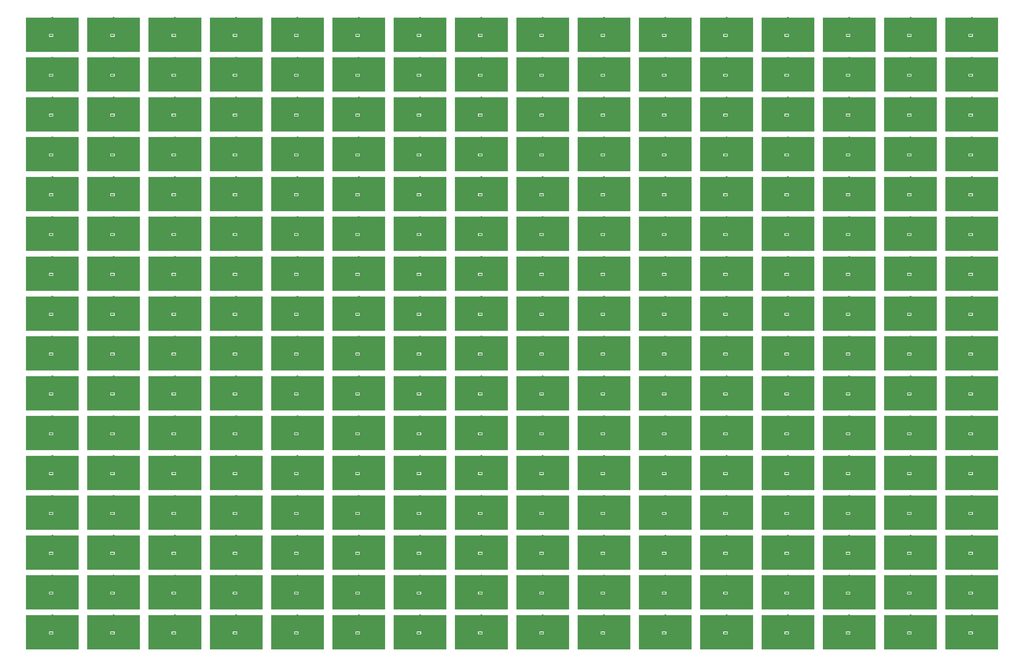
<source format=gbl>
G04 ===== Begin FILE IDENTIFICATION =====*
G04 File Format:  Gerber RS274X*
G04 ===== End FILE IDENTIFICATION =====*
%FSLAX66Y66*%
%MOIN*%
%SFA1.0000B1.0000*%
%OFA0.0B0.0*%
%ADD14C,0.027559*%
%ADD15R,0.039370X0.019685*%
%LNcond2*%
%IPPOS*%
%LPD*%
G75*
D14*
X0Y214961D03*
X5511811Y7892126D03*
X0Y726772D03*
X0Y1238583D03*
X0Y1750394D03*
X0Y3797638D03*
X0Y3285827D03*
X0Y2774016D03*
X0Y2262205D03*
X0Y5844882D03*
X0Y5333071D03*
X0Y4821260D03*
X0Y4309449D03*
X8661417Y6868504D03*
X7874016Y3285827D03*
X6299213Y2262205D03*
X9448819Y5333071D03*
X10236220Y4821260D03*
X9448819Y214961D03*
X11023622Y2774016D03*
X7874016Y7892126D03*
X3937008Y6356693D03*
X9448819Y6868504D03*
X10236220Y3797638D03*
X8661417Y4821260D03*
X1574803Y7892126D03*
X8661417Y1238583D03*
X11023622Y7892126D03*
X7874016Y4821260D03*
X10236220Y5844882D03*
X5511811Y1238583D03*
X3149606Y2262205D03*
X2362205Y726772D03*
X3937008Y1750394D03*
Y7380315D03*
X9448819Y4309449D03*
X5511811Y3797638D03*
Y5333071D03*
X10236220D03*
X5511811Y6356693D03*
X787402Y1750394D03*
X6299213Y1238583D03*
X10236220Y2262205D03*
X7086614Y726772D03*
X1574803Y6868504D03*
X5511811Y3285827D03*
X3149606Y1238583D03*
X10236220D03*
X787402Y5333071D03*
X11023622Y214961D03*
X1574803Y5333071D03*
X5511811Y214961D03*
Y5844882D03*
X7874016Y1238583D03*
X787402Y4309449D03*
X3149606Y726772D03*
X5511811Y2262205D03*
X3149606Y7892126D03*
X7874016Y726772D03*
X2362205Y2774016D03*
X9448819Y5844882D03*
X4724409Y3285827D03*
X3937008Y5333071D03*
X4724409Y3797638D03*
X7086614Y1238583D03*
X10236220Y4309449D03*
X3937008Y7892126D03*
X10236220Y7380315D03*
X11023622D03*
X11811024Y3285827D03*
X7086614Y5844882D03*
X7874016Y5333071D03*
X4724409Y6356693D03*
Y5333071D03*
X1574803Y1750394D03*
X11023622Y5333071D03*
X4724409Y6868504D03*
X1574803Y2774016D03*
X4724409Y5844882D03*
X3937008Y4309449D03*
X8661417Y3797638D03*
X7086614Y2774016D03*
Y214961D03*
X5511811Y726772D03*
X7086614Y1750394D03*
X4724409Y7380315D03*
X7874016D03*
X11023622Y6356693D03*
X8661417Y5333071D03*
X7874016Y6356693D03*
Y3797638D03*
X4724409Y7892126D03*
X10236220D03*
X2362205D03*
X11023622Y726772D03*
X3149606Y2774016D03*
X9448819Y3285827D03*
Y2774016D03*
X1574803Y2262205D03*
X9448819Y7380315D03*
X1574803Y1238583D03*
X2362205Y5844882D03*
X3149606Y6356693D03*
Y214961D03*
X1574803D03*
X6299213D03*
X4724409Y1238583D03*
X6299213Y4309449D03*
X3937008Y2262205D03*
X2362205Y1750394D03*
X4724409Y726772D03*
X787402Y6356693D03*
Y7380315D03*
Y726772D03*
X3937008Y1238583D03*
X7086614Y3797638D03*
X3937008Y726772D03*
X4724409Y4821260D03*
X2362205Y2262205D03*
X9448819Y3797638D03*
X4724409Y214961D03*
X3149606Y3797638D03*
X5511811Y4821260D03*
Y6868504D03*
X2362205Y3285827D03*
X8661417Y7380315D03*
X11023622Y3285827D03*
X7874016Y1750394D03*
X7086614Y4821260D03*
Y3285827D03*
Y2262205D03*
X8661417Y1750394D03*
X3937008Y214961D03*
Y5844882D03*
X3149606Y4309449D03*
X4724409Y1750394D03*
X10236220Y726772D03*
Y214961D03*
X6299213Y726772D03*
X10236220Y6356693D03*
X3149606Y5333071D03*
X3937008Y3285827D03*
X5511811Y7380315D03*
X1574803Y726772D03*
X3937008Y3797638D03*
X4724409Y2774016D03*
X7874016D03*
X6299213Y4821260D03*
X7086614Y5333071D03*
X3149606Y6868504D03*
X11023622Y5844882D03*
X10236220Y6868504D03*
X7086614Y7380315D03*
X5511811Y1750394D03*
X3937008Y4821260D03*
X8661417Y2774016D03*
Y5844882D03*
X7874016Y214961D03*
X11023622Y1750394D03*
Y2262205D03*
X7086614Y6356693D03*
X8661417Y7892126D03*
X9448819D03*
X5511811Y4309449D03*
X3937008Y6868504D03*
X7086614Y7892126D03*
X7874016Y6868504D03*
X9448819Y6356693D03*
X5511811Y2774016D03*
X3149606Y7380315D03*
X6299213Y1750394D03*
Y5333071D03*
X3149606Y4821260D03*
X787402Y7892126D03*
X6299213D03*
X8661417Y6356693D03*
X787402Y2774016D03*
X0Y6356693D03*
X7086614Y4309449D03*
X10236220Y3285827D03*
X4724409Y4309449D03*
X6299213Y6868504D03*
X1574803Y6356693D03*
Y4821260D03*
Y3797638D03*
X11023622Y1238583D03*
Y4821260D03*
X8661417Y2262205D03*
X10236220Y1750394D03*
X0Y7380315D03*
X3149606Y5844882D03*
X7874016D03*
X0Y6868504D03*
X2362205Y4309449D03*
Y6868504D03*
Y5333071D03*
X11811024Y5844882D03*
X1574803Y7380315D03*
X8661417Y214961D03*
X6299213Y3797638D03*
Y3285827D03*
X1574803D03*
Y4309449D03*
X8661417Y3285827D03*
X9448819Y1750394D03*
X6299213Y6356693D03*
X9448819Y4821260D03*
X6299213Y5844882D03*
Y7380315D03*
Y2774016D03*
X7086614Y6868504D03*
X2362205Y4821260D03*
X0Y7892126D03*
X7874016Y4309449D03*
Y2262205D03*
X9448819Y726772D03*
X2362205Y1238583D03*
X787402Y214961D03*
X11023622Y4309449D03*
Y6868504D03*
X787402Y2262205D03*
X2362205Y3797638D03*
Y7380315D03*
Y6356693D03*
X3149606Y1750394D03*
Y3285827D03*
X3937008Y2774016D03*
X9448819Y1238583D03*
X4724409Y2262205D03*
X1574803Y5844882D03*
X11023622Y3797638D03*
X8661417Y4309449D03*
Y726772D03*
X787402Y1238583D03*
Y5844882D03*
X9448819Y2262205D03*
X787402Y6868504D03*
X2362205Y214961D03*
X787402Y3285827D03*
Y3797638D03*
Y4821260D03*
X10236220Y2774016D03*
X11811024Y6356693D03*
Y2774016D03*
Y7380315D03*
Y4821260D03*
Y7892126D03*
Y6868504D03*
Y5333071D03*
Y1750394D03*
Y214961D03*
Y726772D03*
Y2262205D03*
Y3797638D03*
Y1238583D03*
Y4309449D03*
G36*
G01X6747835Y6433465D02*
G01X7425394D01*
G01Y6873622D01*
G01X7099409D01*
G01X7099318Y6873845D01*
G01X7099222Y6874067D01*
G01X7099123Y6874287D01*
G01X7099020Y6874505D01*
G01X7098913Y6874721D01*
G01X7098802Y6874935D01*
G01X7098688Y6875148D01*
G01X7098570Y6875358D01*
G01X7098448Y6875566D01*
G01X7098323Y6875772D01*
G01X7098194Y6875976D01*
G01X7098061Y6876177D01*
G01X7097925Y6876377D01*
G01X7097785Y6876573D01*
G01X7097642Y6876768D01*
G01X7097496Y6876959D01*
G01X7097346Y6877149D01*
G01X7097193Y6877335D01*
G01X7097037Y6877519D01*
G01X7096878Y6877700D01*
G01X7096715Y6877878D01*
G01X7096550Y6878054D01*
G01X7096381Y6878226D01*
G01X7096209Y6878395D01*
G01X7096035Y6878562D01*
G01X7095857Y6878725D01*
G01X7095677Y6878885D01*
G01X7095494Y6879042D01*
G01X7095308Y6879196D01*
G01X7095119Y6879347D01*
G01X7094928Y6879494D01*
G01X7094735Y6879638D01*
G01X7094539Y6879778D01*
G01X7094340Y6879915D01*
G01X7094139Y6880049D01*
G01X7093936Y6880179D01*
G01X7093730Y6880305D01*
G01X7093523Y6880428D01*
G01X7093313Y6880547D01*
G01X7093101Y6880662D01*
G01X7092887Y6880774D01*
G01X7092672Y6880882D01*
G01X7092454Y6880986D01*
G01X7092235Y6881086D01*
G01X7092014Y6881183D01*
G01X7091791Y6881275D01*
G01X7091567Y6881364D01*
G01X7091341Y6881449D01*
G01X7091113Y6881529D01*
G01X7090885Y6881606D01*
G01X7090655Y6881679D01*
G01X7090423Y6881748D01*
G01X7090191Y6881812D01*
G01X7089958Y6881873D01*
G01X7089723Y6881929D01*
G01X7089488Y6881982D01*
G01X7089251Y6882030D01*
G01X7089014Y6882074D01*
G01X7088776Y6882114D01*
G01X7088538Y6882150D01*
G01X7088298Y6882181D01*
G01X7088059Y6882209D01*
G01X7087819Y6882232D01*
G01X7087578Y6882251D01*
G01X7087338Y6882265D01*
G01X7087097Y6882276D01*
G01X7086855Y6882282D01*
G01X7086614Y6882284D01*
G01X7086373Y6882282D01*
G01X7086132Y6882276D01*
G01X7085891Y6882265D01*
G01X7085650Y6882251D01*
G01X7085410Y6882232D01*
G01X7085170Y6882209D01*
G01X7084930Y6882181D01*
G01X7084691Y6882150D01*
G01X7084452Y6882114D01*
G01X7084214Y6882074D01*
G01X7083977Y6882030D01*
G01X7083741Y6881982D01*
G01X7083505Y6881929D01*
G01X7083271Y6881873D01*
G01X7083037Y6881812D01*
G01X7082805Y6881748D01*
G01X7082574Y6881679D01*
G01X7082344Y6881606D01*
G01X7082115Y6881529D01*
G01X7081888Y6881449D01*
G01X7081662Y6881364D01*
G01X7081438Y6881275D01*
G01X7081215Y6881183D01*
G01X7080994Y6881086D01*
G01X7080774Y6880986D01*
G01X7080557Y6880882D01*
G01X7080341Y6880774D01*
G01X7080127Y6880662D01*
G01X7079915Y6880547D01*
G01X7079706Y6880428D01*
G01X7079498Y6880305D01*
G01X7079292Y6880179D01*
G01X7079089Y6880049D01*
G01X7078888Y6879915D01*
G01X7078690Y6879778D01*
G01X7078494Y6879638D01*
G01X7078300Y6879494D01*
G01X7078109Y6879347D01*
G01X7077920Y6879196D01*
G01X7077735Y6879042D01*
G01X7077551Y6878885D01*
G01X7077371Y6878725D01*
G01X7077194Y6878562D01*
G01X7077019Y6878395D01*
G01X7076847Y6878226D01*
G01X7076679Y6878054D01*
G01X7076513Y6877878D01*
G01X7076351Y6877700D01*
G01X7076191Y6877519D01*
G01X7076035Y6877335D01*
G01X7075882Y6877149D01*
G01X7075732Y6876959D01*
G01X7075586Y6876768D01*
G01X7075443Y6876573D01*
G01X7075303Y6876377D01*
G01X7075167Y6876177D01*
G01X7075035Y6875976D01*
G01X7074906Y6875772D01*
G01X7074780Y6875566D01*
G01X7074659Y6875358D01*
G01X7074540Y6875148D01*
G01X7074426Y6874935D01*
G01X7074315Y6874721D01*
G01X7074208Y6874505D01*
G01X7074105Y6874287D01*
G01X7074006Y6874067D01*
G01X7073910Y6873845D01*
G01X7073819Y6873622D01*
G01X7044291D01*
G01Y6662205D01*
G01X7099409D01*
G01Y6626772D01*
G01X7044291D01*
G01Y6662205D01*
G01Y6873622D01*
G01X6747835D01*
G01Y6433465D01*
G37*
G36*
G01X3598228Y6433465D02*
G01X4275787D01*
G01Y6873622D01*
G01X3949803D01*
G01X3949712Y6873845D01*
G01X3949616Y6874067D01*
G01X3949517Y6874287D01*
G01X3949414Y6874505D01*
G01X3949307Y6874721D01*
G01X3949196Y6874935D01*
G01X3949082Y6875148D01*
G01X3948963Y6875358D01*
G01X3948842Y6875566D01*
G01X3948716Y6875772D01*
G01X3948587Y6875976D01*
G01X3948455Y6876177D01*
G01X3948319Y6876377D01*
G01X3948179Y6876573D01*
G01X3948036Y6876768D01*
G01X3947890Y6876959D01*
G01X3947740Y6877149D01*
G01X3947587Y6877335D01*
G01X3947431Y6877519D01*
G01X3947272Y6877700D01*
G01X3947109Y6877878D01*
G01X3946943Y6878054D01*
G01X3946775Y6878226D01*
G01X3946603Y6878395D01*
G01X3946428Y6878562D01*
G01X3946251Y6878725D01*
G01X3946071Y6878885D01*
G01X3945887Y6879042D01*
G01X3945702Y6879196D01*
G01X3945513Y6879347D01*
G01X3945322Y6879494D01*
G01X3945128Y6879638D01*
G01X3944932Y6879778D01*
G01X3944734Y6879915D01*
G01X3944533Y6880049D01*
G01X3944330Y6880179D01*
G01X3944124Y6880305D01*
G01X3943916Y6880428D01*
G01X3943707Y6880547D01*
G01X3943495Y6880662D01*
G01X3943281Y6880774D01*
G01X3943065Y6880882D01*
G01X3942848Y6880986D01*
G01X3942628Y6881086D01*
G01X3942407Y6881183D01*
G01X3942185Y6881275D01*
G01X3941960Y6881364D01*
G01X3941734Y6881449D01*
G01X3941507Y6881529D01*
G01X3941278Y6881606D01*
G01X3941048Y6881679D01*
G01X3940817Y6881748D01*
G01X3940585Y6881812D01*
G01X3940351Y6881873D01*
G01X3940117Y6881929D01*
G01X3939881Y6881982D01*
G01X3939645Y6882030D01*
G01X3939408Y6882074D01*
G01X3939170Y6882114D01*
G01X3938931Y6882150D01*
G01X3938692Y6882181D01*
G01X3938453Y6882209D01*
G01X3938212Y6882232D01*
G01X3937972Y6882251D01*
G01X3937731Y6882265D01*
G01X3937490Y6882276D01*
G01X3937249Y6882282D01*
G01X3937008Y6882284D01*
G01X3936767Y6882282D01*
G01X3936526Y6882276D01*
G01X3936285Y6882265D01*
G01X3936044Y6882251D01*
G01X3935803Y6882232D01*
G01X3935563Y6882209D01*
G01X3935324Y6882181D01*
G01X3935084Y6882150D01*
G01X3934846Y6882114D01*
G01X3934608Y6882074D01*
G01X3934371Y6882030D01*
G01X3934134Y6881982D01*
G01X3933899Y6881929D01*
G01X3933664Y6881873D01*
G01X3933431Y6881812D01*
G01X3933199Y6881748D01*
G01X3932967Y6881679D01*
G01X3932737Y6881606D01*
G01X3932509Y6881529D01*
G01X3932281Y6881449D01*
G01X3932056Y6881364D01*
G01X3931831Y6881275D01*
G01X3931608Y6881183D01*
G01X3931387Y6881086D01*
G01X3931168Y6880986D01*
G01X3930950Y6880882D01*
G01X3930735Y6880774D01*
G01X3930521Y6880662D01*
G01X3930309Y6880547D01*
G01X3930099Y6880428D01*
G01X3929892Y6880305D01*
G01X3929686Y6880179D01*
G01X3929483Y6880049D01*
G01X3929282Y6879915D01*
G01X3929083Y6879778D01*
G01X3928887Y6879638D01*
G01X3928694Y6879494D01*
G01X3928503Y6879347D01*
G01X3928314Y6879196D01*
G01X3928128Y6879042D01*
G01X3927945Y6878885D01*
G01X3927765Y6878725D01*
G01X3927587Y6878562D01*
G01X3927413Y6878395D01*
G01X3927241Y6878226D01*
G01X3927072Y6878054D01*
G01X3926907Y6877878D01*
G01X3926744Y6877700D01*
G01X3926585Y6877519D01*
G01X3926429Y6877335D01*
G01X3926276Y6877149D01*
G01X3926126Y6876959D01*
G01X3925980Y6876768D01*
G01X3925837Y6876573D01*
G01X3925697Y6876377D01*
G01X3925561Y6876177D01*
G01X3925429Y6875976D01*
G01X3925300Y6875772D01*
G01X3925174Y6875566D01*
G01X3925052Y6875358D01*
G01X3924934Y6875148D01*
G01X3924820Y6874935D01*
G01X3924709Y6874721D01*
G01X3924602Y6874505D01*
G01X3924499Y6874287D01*
G01X3924400Y6874067D01*
G01X3924304Y6873845D01*
G01X3924213Y6873622D01*
G01X3894685D01*
G01Y6662205D01*
G01X3949803D01*
G01Y6626772D01*
G01X3894685D01*
G01Y6662205D01*
G01Y6873622D01*
G01X3598228D01*
G01Y6433465D01*
G37*
G36*
G01X5173031Y6433465D02*
G01X5850591D01*
G01Y6873622D01*
G01X5524606D01*
G01X5524515Y6873845D01*
G01X5524419Y6874067D01*
G01X5524320Y6874287D01*
G01X5524217Y6874505D01*
G01X5524110Y6874721D01*
G01X5523999Y6874935D01*
G01X5523885Y6875148D01*
G01X5523767Y6875358D01*
G01X5523645Y6875566D01*
G01X5523519Y6875772D01*
G01X5523390Y6875976D01*
G01X5523258Y6876177D01*
G01X5523122Y6876377D01*
G01X5522982Y6876573D01*
G01X5522839Y6876768D01*
G01X5522693Y6876959D01*
G01X5522543Y6877149D01*
G01X5522390Y6877335D01*
G01X5522234Y6877519D01*
G01X5522075Y6877700D01*
G01X5521912Y6877878D01*
G01X5521747Y6878054D01*
G01X5521578Y6878226D01*
G01X5521406Y6878395D01*
G01X5521232Y6878562D01*
G01X5521054Y6878725D01*
G01X5520874Y6878885D01*
G01X5520691Y6879042D01*
G01X5520505Y6879196D01*
G01X5520316Y6879347D01*
G01X5520125Y6879494D01*
G01X5519932Y6879638D01*
G01X5519735Y6879778D01*
G01X5519537Y6879915D01*
G01X5519336Y6880049D01*
G01X5519133Y6880179D01*
G01X5518927Y6880305D01*
G01X5518720Y6880428D01*
G01X5518510Y6880547D01*
G01X5518298Y6880662D01*
G01X5518084Y6880774D01*
G01X5517869Y6880882D01*
G01X5517651Y6880986D01*
G01X5517432Y6881086D01*
G01X5517210Y6881183D01*
G01X5516988Y6881275D01*
G01X5516763Y6881364D01*
G01X5516538Y6881449D01*
G01X5516310Y6881529D01*
G01X5516082Y6881606D01*
G01X5515852Y6881679D01*
G01X5515620Y6881748D01*
G01X5515388Y6881812D01*
G01X5515154Y6881873D01*
G01X5514920Y6881929D01*
G01X5514684Y6881982D01*
G01X5514448Y6882030D01*
G01X5514211Y6882074D01*
G01X5513973Y6882114D01*
G01X5513734Y6882150D01*
G01X5513495Y6882181D01*
G01X5513256Y6882209D01*
G01X5513016Y6882232D01*
G01X5512775Y6882251D01*
G01X5512534Y6882265D01*
G01X5512293Y6882276D01*
G01X5512052Y6882282D01*
G01X5511811Y6882284D01*
G01X5511570Y6882282D01*
G01X5511329Y6882276D01*
G01X5511088Y6882265D01*
G01X5510847Y6882251D01*
G01X5510606Y6882232D01*
G01X5510366Y6882209D01*
G01X5510127Y6882181D01*
G01X5509888Y6882150D01*
G01X5509649Y6882114D01*
G01X5509411Y6882074D01*
G01X5509174Y6882030D01*
G01X5508938Y6881982D01*
G01X5508702Y6881929D01*
G01X5508468Y6881873D01*
G01X5508234Y6881812D01*
G01X5508002Y6881748D01*
G01X5507771Y6881679D01*
G01X5507541Y6881606D01*
G01X5507312Y6881529D01*
G01X5507085Y6881449D01*
G01X5506859Y6881364D01*
G01X5506634Y6881275D01*
G01X5506412Y6881183D01*
G01X5506191Y6881086D01*
G01X5505971Y6880986D01*
G01X5505754Y6880882D01*
G01X5505538Y6880774D01*
G01X5505324Y6880662D01*
G01X5505112Y6880547D01*
G01X5504902Y6880428D01*
G01X5504695Y6880305D01*
G01X5504489Y6880179D01*
G01X5504286Y6880049D01*
G01X5504085Y6879915D01*
G01X5503887Y6879778D01*
G01X5503690Y6879638D01*
G01X5503497Y6879494D01*
G01X5503306Y6879347D01*
G01X5503117Y6879196D01*
G01X5502931Y6879042D01*
G01X5502748Y6878885D01*
G01X5502568Y6878725D01*
G01X5502390Y6878562D01*
G01X5502216Y6878395D01*
G01X5502044Y6878226D01*
G01X5501876Y6878054D01*
G01X5501710Y6877878D01*
G01X5501547Y6877700D01*
G01X5501388Y6877519D01*
G01X5501232Y6877335D01*
G01X5501079Y6877149D01*
G01X5500929Y6876959D01*
G01X5500783Y6876768D01*
G01X5500640Y6876573D01*
G01X5500500Y6876377D01*
G01X5500364Y6876177D01*
G01X5500232Y6875976D01*
G01X5500103Y6875772D01*
G01X5499977Y6875566D01*
G01X5499855Y6875358D01*
G01X5499737Y6875148D01*
G01X5499623Y6874935D01*
G01X5499512Y6874721D01*
G01X5499405Y6874505D01*
G01X5499302Y6874287D01*
G01X5499203Y6874067D01*
G01X5499107Y6873845D01*
G01X5499016Y6873622D01*
G01X5469488D01*
G01Y6662205D01*
G01X5524606D01*
G01Y6626772D01*
G01X5469488D01*
G01Y6662205D01*
G01Y6873622D01*
G01X5173031D01*
G01Y6433465D01*
G37*
G36*
G01X8322638Y6433465D02*
G01X9000197D01*
G01Y6873622D01*
G01X8674213D01*
G01X8674121Y6873845D01*
G01X8674026Y6874067D01*
G01X8673926Y6874287D01*
G01X8673823Y6874505D01*
G01X8673716Y6874721D01*
G01X8673606Y6874935D01*
G01X8673491Y6875148D01*
G01X8673373Y6875358D01*
G01X8673251Y6875566D01*
G01X8673126Y6875772D01*
G01X8672997Y6875976D01*
G01X8672864Y6876177D01*
G01X8672728Y6876377D01*
G01X8672589Y6876573D01*
G01X8672446Y6876768D01*
G01X8672299Y6876959D01*
G01X8672150Y6877149D01*
G01X8671997Y6877335D01*
G01X8671840Y6877519D01*
G01X8671681Y6877700D01*
G01X8671518Y6877878D01*
G01X8671353Y6878054D01*
G01X8671184Y6878226D01*
G01X8671012Y6878395D01*
G01X8670838Y6878562D01*
G01X8670660Y6878725D01*
G01X8670480Y6878885D01*
G01X8670297Y6879042D01*
G01X8670111Y6879196D01*
G01X8669923Y6879347D01*
G01X8669732Y6879494D01*
G01X8669538Y6879638D01*
G01X8669342Y6879778D01*
G01X8669143Y6879915D01*
G01X8668942Y6880049D01*
G01X8668739Y6880179D01*
G01X8668534Y6880305D01*
G01X8668326Y6880428D01*
G01X8668116Y6880547D01*
G01X8667904Y6880662D01*
G01X8667691Y6880774D01*
G01X8667475Y6880882D01*
G01X8667257Y6880986D01*
G01X8667038Y6881086D01*
G01X8666817Y6881183D01*
G01X8666594Y6881275D01*
G01X8666370Y6881364D01*
G01X8666144Y6881449D01*
G01X8665916Y6881529D01*
G01X8665688Y6881606D01*
G01X8665458Y6881679D01*
G01X8665227Y6881748D01*
G01X8664994Y6881812D01*
G01X8664761Y6881873D01*
G01X8664526Y6881929D01*
G01X8664291Y6881982D01*
G01X8664054Y6882030D01*
G01X8663817Y6882074D01*
G01X8663579Y6882114D01*
G01X8663341Y6882150D01*
G01X8663102Y6882181D01*
G01X8662862Y6882209D01*
G01X8662622Y6882232D01*
G01X8662381Y6882251D01*
G01X8662141Y6882265D01*
G01X8661900Y6882276D01*
G01X8661659Y6882282D01*
G01X8661417Y6882284D01*
G01X8661176Y6882282D01*
G01X8660935Y6882276D01*
G01X8660694Y6882265D01*
G01X8660453Y6882251D01*
G01X8660213Y6882232D01*
G01X8659973Y6882209D01*
G01X8659733Y6882181D01*
G01X8659494Y6882150D01*
G01X8659255Y6882114D01*
G01X8659017Y6882074D01*
G01X8658780Y6882030D01*
G01X8658544Y6881982D01*
G01X8658308Y6881929D01*
G01X8658074Y6881873D01*
G01X8657840Y6881812D01*
G01X8657608Y6881748D01*
G01X8657377Y6881679D01*
G01X8657147Y6881606D01*
G01X8656918Y6881529D01*
G01X8656691Y6881449D01*
G01X8656465Y6881364D01*
G01X8656241Y6881275D01*
G01X8656018Y6881183D01*
G01X8655797Y6881086D01*
G01X8655577Y6880986D01*
G01X8655360Y6880882D01*
G01X8655144Y6880774D01*
G01X8654930Y6880662D01*
G01X8654718Y6880547D01*
G01X8654509Y6880428D01*
G01X8654301Y6880305D01*
G01X8654096Y6880179D01*
G01X8653892Y6880049D01*
G01X8653691Y6879915D01*
G01X8653493Y6879778D01*
G01X8653297Y6879638D01*
G01X8653103Y6879494D01*
G01X8652912Y6879347D01*
G01X8652724Y6879196D01*
G01X8652538Y6879042D01*
G01X8652355Y6878885D01*
G01X8652174Y6878725D01*
G01X8651997Y6878562D01*
G01X8651822Y6878395D01*
G01X8651651Y6878226D01*
G01X8651482Y6878054D01*
G01X8651316Y6877878D01*
G01X8651154Y6877700D01*
G01X8650994Y6877519D01*
G01X8650838Y6877335D01*
G01X8650685Y6877149D01*
G01X8650535Y6876959D01*
G01X8650389Y6876768D01*
G01X8650246Y6876573D01*
G01X8650107Y6876377D01*
G01X8649971Y6876177D01*
G01X8649838Y6875976D01*
G01X8649709Y6875772D01*
G01X8649584Y6875566D01*
G01X8649462Y6875358D01*
G01X8649344Y6875148D01*
G01X8649229Y6874935D01*
G01X8649118Y6874721D01*
G01X8649011Y6874505D01*
G01X8648908Y6874287D01*
G01X8648809Y6874067D01*
G01X8648714Y6873845D01*
G01X8648622Y6873622D01*
G01X8619094D01*
G01Y6662205D01*
G01X8674213D01*
G01Y6626772D01*
G01X8619094D01*
G01Y6662205D01*
G01Y6873622D01*
G01X8322638D01*
G01Y6433465D01*
G37*
G36*
G01X9897441Y6433465D02*
G01X10575000D01*
G01Y6873622D01*
G01X10249016D01*
G01X10248924Y6873845D01*
G01X10248829Y6874067D01*
G01X10248729Y6874287D01*
G01X10248626Y6874505D01*
G01X10248519Y6874721D01*
G01X10248409Y6874935D01*
G01X10248294Y6875148D01*
G01X10248176Y6875358D01*
G01X10248054Y6875566D01*
G01X10247929Y6875772D01*
G01X10247800Y6875976D01*
G01X10247667Y6876177D01*
G01X10247531Y6876377D01*
G01X10247392Y6876573D01*
G01X10247249Y6876768D01*
G01X10247102Y6876959D01*
G01X10246953Y6877149D01*
G01X10246800Y6877335D01*
G01X10246644Y6877519D01*
G01X10246484Y6877700D01*
G01X10246322Y6877878D01*
G01X10246156Y6878054D01*
G01X10245987Y6878226D01*
G01X10245816Y6878395D01*
G01X10245641Y6878562D01*
G01X10245464Y6878725D01*
G01X10245283Y6878885D01*
G01X10245100Y6879042D01*
G01X10244914Y6879196D01*
G01X10244726Y6879347D01*
G01X10244535Y6879494D01*
G01X10244341Y6879638D01*
G01X10244145Y6879778D01*
G01X10243946Y6879915D01*
G01X10243745Y6880049D01*
G01X10243542Y6880179D01*
G01X10243337Y6880305D01*
G01X10243129Y6880428D01*
G01X10242919Y6880547D01*
G01X10242707Y6880662D01*
G01X10242494Y6880774D01*
G01X10242278Y6880882D01*
G01X10242060Y6880986D01*
G01X10241841Y6881086D01*
G01X10241620Y6881183D01*
G01X10241397Y6881275D01*
G01X10241173Y6881364D01*
G01X10240947Y6881449D01*
G01X10240720Y6881529D01*
G01X10240491Y6881606D01*
G01X10240261Y6881679D01*
G01X10240030Y6881748D01*
G01X10239797Y6881812D01*
G01X10239564Y6881873D01*
G01X10239329Y6881929D01*
G01X10239094Y6881982D01*
G01X10238858Y6882030D01*
G01X10238620Y6882074D01*
G01X10238382Y6882114D01*
G01X10238144Y6882150D01*
G01X10237905Y6882181D01*
G01X10237665Y6882209D01*
G01X10237425Y6882232D01*
G01X10237185Y6882251D01*
G01X10236944Y6882265D01*
G01X10236703Y6882276D01*
G01X10236462Y6882282D01*
G01X10236220Y6882284D01*
G01X10235979Y6882282D01*
G01X10235738Y6882276D01*
G01X10235497Y6882265D01*
G01X10235256Y6882251D01*
G01X10235016Y6882232D01*
G01X10234776Y6882209D01*
G01X10234536Y6882181D01*
G01X10234297Y6882150D01*
G01X10234058Y6882114D01*
G01X10233821Y6882074D01*
G01X10233583Y6882030D01*
G01X10233347Y6881982D01*
G01X10233112Y6881929D01*
G01X10232877Y6881873D01*
G01X10232644Y6881812D01*
G01X10232411Y6881748D01*
G01X10232180Y6881679D01*
G01X10231950Y6881606D01*
G01X10231721Y6881529D01*
G01X10231494Y6881449D01*
G01X10231268Y6881364D01*
G01X10231044Y6881275D01*
G01X10230821Y6881183D01*
G01X10230600Y6881086D01*
G01X10230381Y6880986D01*
G01X10230163Y6880882D01*
G01X10229947Y6880774D01*
G01X10229733Y6880662D01*
G01X10229522Y6880547D01*
G01X10229312Y6880428D01*
G01X10229104Y6880305D01*
G01X10228899Y6880179D01*
G01X10228696Y6880049D01*
G01X10228495Y6879915D01*
G01X10228296Y6879778D01*
G01X10228100Y6879638D01*
G01X10227906Y6879494D01*
G01X10227715Y6879347D01*
G01X10227527Y6879196D01*
G01X10227341Y6879042D01*
G01X10227158Y6878885D01*
G01X10226977Y6878725D01*
G01X10226800Y6878562D01*
G01X10226625Y6878395D01*
G01X10226454Y6878226D01*
G01X10226285Y6878054D01*
G01X10226119Y6877878D01*
G01X10225957Y6877700D01*
G01X10225797Y6877519D01*
G01X10225641Y6877335D01*
G01X10225488Y6877149D01*
G01X10225339Y6876959D01*
G01X10225192Y6876768D01*
G01X10225049Y6876573D01*
G01X10224910Y6876377D01*
G01X10224774Y6876177D01*
G01X10224641Y6875976D01*
G01X10224512Y6875772D01*
G01X10224387Y6875566D01*
G01X10224265Y6875358D01*
G01X10224147Y6875148D01*
G01X10224032Y6874935D01*
G01X10223922Y6874721D01*
G01X10223815Y6874505D01*
G01X10223711Y6874287D01*
G01X10223612Y6874067D01*
G01X10223517Y6873845D01*
G01X10223425Y6873622D01*
G01X10193898D01*
G01Y6662205D01*
G01X10249016D01*
G01Y6626772D01*
G01X10193898D01*
G01Y6662205D01*
G01Y6873622D01*
G01X9897441D01*
G01Y6433465D01*
G37*
G36*
G01X10684843Y7457087D02*
G01X11362402D01*
G01Y7897244D01*
G01X11036417D01*
G01X11036326Y7897467D01*
G01X11036230Y7897689D01*
G01X11036131Y7897909D01*
G01X11036028Y7898127D01*
G01X11035921Y7898343D01*
G01X11035810Y7898557D01*
G01X11035696Y7898770D01*
G01X11035578Y7898980D01*
G01X11035456Y7899188D01*
G01X11035330Y7899394D01*
G01X11035201Y7899598D01*
G01X11035069Y7899799D01*
G01X11034933Y7899999D01*
G01X11034793Y7900195D01*
G01X11034650Y7900390D01*
G01X11034504Y7900581D01*
G01X11034354Y7900771D01*
G01X11034201Y7900957D01*
G01X11034045Y7901141D01*
G01X11033886Y7901322D01*
G01X11033723Y7901500D01*
G01X11033558Y7901676D01*
G01X11033389Y7901848D01*
G01X11033217Y7902017D01*
G01X11033043Y7902184D01*
G01X11032865Y7902347D01*
G01X11032685Y7902507D01*
G01X11032502Y7902664D01*
G01X11032316Y7902818D01*
G01X11032127Y7902969D01*
G01X11031936Y7903116D01*
G01X11031743Y7903260D01*
G01X11031546Y7903400D01*
G01X11031348Y7903537D01*
G01X11031147Y7903671D01*
G01X11030944Y7903801D01*
G01X11030738Y7903927D01*
G01X11030531Y7904050D01*
G01X11030321Y7904169D01*
G01X11030109Y7904284D01*
G01X11029895Y7904396D01*
G01X11029680Y7904504D01*
G01X11029462Y7904608D01*
G01X11029243Y7904708D01*
G01X11029021Y7904805D01*
G01X11028799Y7904897D01*
G01X11028574Y7904986D01*
G01X11028349Y7905071D01*
G01X11028121Y7905151D01*
G01X11027893Y7905228D01*
G01X11027663Y7905301D01*
G01X11027431Y7905370D01*
G01X11027199Y7905434D01*
G01X11026965Y7905495D01*
G01X11026731Y7905551D01*
G01X11026495Y7905604D01*
G01X11026259Y7905652D01*
G01X11026022Y7905696D01*
G01X11025784Y7905736D01*
G01X11025546Y7905772D01*
G01X11025306Y7905803D01*
G01X11025067Y7905831D01*
G01X11024827Y7905854D01*
G01X11024586Y7905873D01*
G01X11024345Y7905888D01*
G01X11024104Y7905898D01*
G01X11023863Y7905904D01*
G01X11023622Y7905907D01*
G01X11023381Y7905904D01*
G01X11023140Y7905898D01*
G01X11022899Y7905888D01*
G01X11022658Y7905873D01*
G01X11022417Y7905854D01*
G01X11022177Y7905831D01*
G01X11021938Y7905803D01*
G01X11021699Y7905772D01*
G01X11021460Y7905736D01*
G01X11021222Y7905696D01*
G01X11020985Y7905652D01*
G01X11020749Y7905604D01*
G01X11020513Y7905551D01*
G01X11020279Y7905495D01*
G01X11020045Y7905434D01*
G01X11019813Y7905370D01*
G01X11019582Y7905301D01*
G01X11019352Y7905228D01*
G01X11019123Y7905151D01*
G01X11018896Y7905071D01*
G01X11018670Y7904986D01*
G01X11018445Y7904897D01*
G01X11018223Y7904805D01*
G01X11018002Y7904708D01*
G01X11017782Y7904608D01*
G01X11017565Y7904504D01*
G01X11017349Y7904396D01*
G01X11017135Y7904284D01*
G01X11016923Y7904169D01*
G01X11016713Y7904050D01*
G01X11016506Y7903927D01*
G01X11016300Y7903801D01*
G01X11016097Y7903671D01*
G01X11015896Y7903537D01*
G01X11015698Y7903400D01*
G01X11015501Y7903260D01*
G01X11015308Y7903116D01*
G01X11015117Y7902969D01*
G01X11014928Y7902818D01*
G01X11014742Y7902664D01*
G01X11014559Y7902507D01*
G01X11014379Y7902347D01*
G01X11014202Y7902184D01*
G01X11014027Y7902017D01*
G01X11013855Y7901848D01*
G01X11013687Y7901676D01*
G01X11013521Y7901500D01*
G01X11013358Y7901322D01*
G01X11013199Y7901141D01*
G01X11013043Y7900957D01*
G01X11012890Y7900771D01*
G01X11012740Y7900581D01*
G01X11012594Y7900390D01*
G01X11012451Y7900195D01*
G01X11012311Y7899999D01*
G01X11012175Y7899799D01*
G01X11012043Y7899598D01*
G01X11011914Y7899394D01*
G01X11011788Y7899188D01*
G01X11011666Y7898980D01*
G01X11011548Y7898770D01*
G01X11011434Y7898557D01*
G01X11011323Y7898343D01*
G01X11011216Y7898127D01*
G01X11011113Y7897909D01*
G01X11011014Y7897689D01*
G01X11010918Y7897467D01*
G01X11010827Y7897244D01*
G01X10981299D01*
G01Y7685827D01*
G01X11036417D01*
G01Y7650394D01*
G01X10981299D01*
G01Y7685827D01*
G01Y7897244D01*
G01X10684843D01*
G01Y7457087D01*
G37*
D15*
X11008858Y7668110D03*
G36*
G01X9897441Y7457087D02*
G01X10575000D01*
G01Y7897244D01*
G01X10249016D01*
G01X10248924Y7897467D01*
G01X10248829Y7897689D01*
G01X10248729Y7897909D01*
G01X10248626Y7898127D01*
G01X10248519Y7898343D01*
G01X10248409Y7898557D01*
G01X10248294Y7898770D01*
G01X10248176Y7898980D01*
G01X10248054Y7899188D01*
G01X10247929Y7899394D01*
G01X10247800Y7899598D01*
G01X10247667Y7899799D01*
G01X10247531Y7899999D01*
G01X10247392Y7900195D01*
G01X10247249Y7900390D01*
G01X10247102Y7900581D01*
G01X10246953Y7900771D01*
G01X10246800Y7900957D01*
G01X10246644Y7901141D01*
G01X10246484Y7901322D01*
G01X10246322Y7901500D01*
G01X10246156Y7901676D01*
G01X10245987Y7901848D01*
G01X10245816Y7902017D01*
G01X10245641Y7902184D01*
G01X10245464Y7902347D01*
G01X10245283Y7902507D01*
G01X10245100Y7902664D01*
G01X10244914Y7902818D01*
G01X10244726Y7902969D01*
G01X10244535Y7903116D01*
G01X10244341Y7903260D01*
G01X10244145Y7903400D01*
G01X10243946Y7903537D01*
G01X10243745Y7903671D01*
G01X10243542Y7903801D01*
G01X10243337Y7903927D01*
G01X10243129Y7904050D01*
G01X10242919Y7904169D01*
G01X10242707Y7904284D01*
G01X10242494Y7904396D01*
G01X10242278Y7904504D01*
G01X10242060Y7904608D01*
G01X10241841Y7904708D01*
G01X10241620Y7904805D01*
G01X10241397Y7904897D01*
G01X10241173Y7904986D01*
G01X10240947Y7905071D01*
G01X10240720Y7905151D01*
G01X10240491Y7905228D01*
G01X10240261Y7905301D01*
G01X10240030Y7905370D01*
G01X10239797Y7905434D01*
G01X10239564Y7905495D01*
G01X10239329Y7905551D01*
G01X10239094Y7905604D01*
G01X10238858Y7905652D01*
G01X10238620Y7905696D01*
G01X10238382Y7905736D01*
G01X10238144Y7905772D01*
G01X10237905Y7905803D01*
G01X10237665Y7905831D01*
G01X10237425Y7905854D01*
G01X10237185Y7905873D01*
G01X10236944Y7905888D01*
G01X10236703Y7905898D01*
G01X10236462Y7905904D01*
G01X10236220Y7905907D01*
G01X10235979Y7905904D01*
G01X10235738Y7905898D01*
G01X10235497Y7905888D01*
G01X10235256Y7905873D01*
G01X10235016Y7905854D01*
G01X10234776Y7905831D01*
G01X10234536Y7905803D01*
G01X10234297Y7905772D01*
G01X10234058Y7905736D01*
G01X10233821Y7905696D01*
G01X10233583Y7905652D01*
G01X10233347Y7905604D01*
G01X10233112Y7905551D01*
G01X10232877Y7905495D01*
G01X10232644Y7905434D01*
G01X10232411Y7905370D01*
G01X10232180Y7905301D01*
G01X10231950Y7905228D01*
G01X10231721Y7905151D01*
G01X10231494Y7905071D01*
G01X10231268Y7904986D01*
G01X10231044Y7904897D01*
G01X10230821Y7904805D01*
G01X10230600Y7904708D01*
G01X10230381Y7904608D01*
G01X10230163Y7904504D01*
G01X10229947Y7904396D01*
G01X10229733Y7904284D01*
G01X10229522Y7904169D01*
G01X10229312Y7904050D01*
G01X10229104Y7903927D01*
G01X10228899Y7903801D01*
G01X10228696Y7903671D01*
G01X10228495Y7903537D01*
G01X10228296Y7903400D01*
G01X10228100Y7903260D01*
G01X10227906Y7903116D01*
G01X10227715Y7902969D01*
G01X10227527Y7902818D01*
G01X10227341Y7902664D01*
G01X10227158Y7902507D01*
G01X10226977Y7902347D01*
G01X10226800Y7902184D01*
G01X10226625Y7902017D01*
G01X10226454Y7901848D01*
G01X10226285Y7901676D01*
G01X10226119Y7901500D01*
G01X10225957Y7901322D01*
G01X10225797Y7901141D01*
G01X10225641Y7900957D01*
G01X10225488Y7900771D01*
G01X10225339Y7900581D01*
G01X10225192Y7900390D01*
G01X10225049Y7900195D01*
G01X10224910Y7899999D01*
G01X10224774Y7899799D01*
G01X10224641Y7899598D01*
G01X10224512Y7899394D01*
G01X10224387Y7899188D01*
G01X10224265Y7898980D01*
G01X10224147Y7898770D01*
G01X10224032Y7898557D01*
G01X10223922Y7898343D01*
G01X10223815Y7898127D01*
G01X10223711Y7897909D01*
G01X10223612Y7897689D01*
G01X10223517Y7897467D01*
G01X10223425Y7897244D01*
G01X10193898D01*
G01Y7685827D01*
G01X10249016D01*
G01Y7650394D01*
G01X10193898D01*
G01Y7685827D01*
G01Y7897244D01*
G01X9897441D01*
G01Y7457087D01*
G37*
D15*
X10221457Y7668110D03*
X9434055D03*
X8646654D03*
X11796260D03*
G36*
G01X6747835Y7457087D02*
G01X7425394D01*
G01Y7897244D01*
G01X7099409D01*
G01X7099318Y7897467D01*
G01X7099222Y7897689D01*
G01X7099123Y7897909D01*
G01X7099020Y7898127D01*
G01X7098913Y7898343D01*
G01X7098802Y7898557D01*
G01X7098688Y7898770D01*
G01X7098570Y7898980D01*
G01X7098448Y7899188D01*
G01X7098323Y7899394D01*
G01X7098194Y7899598D01*
G01X7098061Y7899799D01*
G01X7097925Y7899999D01*
G01X7097785Y7900195D01*
G01X7097642Y7900390D01*
G01X7097496Y7900581D01*
G01X7097346Y7900771D01*
G01X7097193Y7900957D01*
G01X7097037Y7901141D01*
G01X7096878Y7901322D01*
G01X7096715Y7901500D01*
G01X7096550Y7901676D01*
G01X7096381Y7901848D01*
G01X7096209Y7902017D01*
G01X7096035Y7902184D01*
G01X7095857Y7902347D01*
G01X7095677Y7902507D01*
G01X7095494Y7902664D01*
G01X7095308Y7902818D01*
G01X7095119Y7902969D01*
G01X7094928Y7903116D01*
G01X7094735Y7903260D01*
G01X7094539Y7903400D01*
G01X7094340Y7903537D01*
G01X7094139Y7903671D01*
G01X7093936Y7903801D01*
G01X7093730Y7903927D01*
G01X7093523Y7904050D01*
G01X7093313Y7904169D01*
G01X7093101Y7904284D01*
G01X7092887Y7904396D01*
G01X7092672Y7904504D01*
G01X7092454Y7904608D01*
G01X7092235Y7904708D01*
G01X7092014Y7904805D01*
G01X7091791Y7904897D01*
G01X7091567Y7904986D01*
G01X7091341Y7905071D01*
G01X7091113Y7905151D01*
G01X7090885Y7905228D01*
G01X7090655Y7905301D01*
G01X7090423Y7905370D01*
G01X7090191Y7905434D01*
G01X7089958Y7905495D01*
G01X7089723Y7905551D01*
G01X7089488Y7905604D01*
G01X7089251Y7905652D01*
G01X7089014Y7905696D01*
G01X7088776Y7905736D01*
G01X7088538Y7905772D01*
G01X7088298Y7905803D01*
G01X7088059Y7905831D01*
G01X7087819Y7905854D01*
G01X7087578Y7905873D01*
G01X7087338Y7905888D01*
G01X7087097Y7905898D01*
G01X7086855Y7905904D01*
G01X7086614Y7905907D01*
G01X7086373Y7905904D01*
G01X7086132Y7905898D01*
G01X7085891Y7905888D01*
G01X7085650Y7905873D01*
G01X7085410Y7905854D01*
G01X7085170Y7905831D01*
G01X7084930Y7905803D01*
G01X7084691Y7905772D01*
G01X7084452Y7905736D01*
G01X7084214Y7905696D01*
G01X7083977Y7905652D01*
G01X7083741Y7905604D01*
G01X7083505Y7905551D01*
G01X7083271Y7905495D01*
G01X7083037Y7905434D01*
G01X7082805Y7905370D01*
G01X7082574Y7905301D01*
G01X7082344Y7905228D01*
G01X7082115Y7905151D01*
G01X7081888Y7905071D01*
G01X7081662Y7904986D01*
G01X7081438Y7904897D01*
G01X7081215Y7904805D01*
G01X7080994Y7904708D01*
G01X7080774Y7904608D01*
G01X7080557Y7904504D01*
G01X7080341Y7904396D01*
G01X7080127Y7904284D01*
G01X7079915Y7904169D01*
G01X7079706Y7904050D01*
G01X7079498Y7903927D01*
G01X7079292Y7903801D01*
G01X7079089Y7903671D01*
G01X7078888Y7903537D01*
G01X7078690Y7903400D01*
G01X7078494Y7903260D01*
G01X7078300Y7903116D01*
G01X7078109Y7902969D01*
G01X7077920Y7902818D01*
G01X7077735Y7902664D01*
G01X7077551Y7902507D01*
G01X7077371Y7902347D01*
G01X7077194Y7902184D01*
G01X7077019Y7902017D01*
G01X7076847Y7901848D01*
G01X7076679Y7901676D01*
G01X7076513Y7901500D01*
G01X7076351Y7901322D01*
G01X7076191Y7901141D01*
G01X7076035Y7900957D01*
G01X7075882Y7900771D01*
G01X7075732Y7900581D01*
G01X7075586Y7900390D01*
G01X7075443Y7900195D01*
G01X7075303Y7899999D01*
G01X7075167Y7899799D01*
G01X7075035Y7899598D01*
G01X7074906Y7899394D01*
G01X7074780Y7899188D01*
G01X7074659Y7898980D01*
G01X7074540Y7898770D01*
G01X7074426Y7898557D01*
G01X7074315Y7898343D01*
G01X7074208Y7898127D01*
G01X7074105Y7897909D01*
G01X7074006Y7897689D01*
G01X7073910Y7897467D01*
G01X7073819Y7897244D01*
G01X7044291D01*
G01Y7685827D01*
G01X7099409D01*
G01Y7650394D01*
G01X7044291D01*
G01Y7685827D01*
G01Y7897244D01*
G01X6747835D01*
G01Y7457087D01*
G37*
D15*
X4709646Y7668110D03*
X6284449D03*
G36*
G01X5960433Y7457087D02*
G01X6637992D01*
G01Y7897244D01*
G01X6312008D01*
G01X6311916Y7897467D01*
G01X6311821Y7897689D01*
G01X6311722Y7897909D01*
G01X6311618Y7898127D01*
G01X6311511Y7898343D01*
G01X6311401Y7898557D01*
G01X6311286Y7898770D01*
G01X6311168Y7898980D01*
G01X6311046Y7899188D01*
G01X6310921Y7899394D01*
G01X6310792Y7899598D01*
G01X6310659Y7899799D01*
G01X6310523Y7899999D01*
G01X6310384Y7900195D01*
G01X6310241Y7900390D01*
G01X6310094Y7900581D01*
G01X6309945Y7900771D01*
G01X6309792Y7900957D01*
G01X6309636Y7901141D01*
G01X6309476Y7901322D01*
G01X6309314Y7901500D01*
G01X6309148Y7901676D01*
G01X6308979Y7901848D01*
G01X6308808Y7902017D01*
G01X6308633Y7902184D01*
G01X6308456Y7902347D01*
G01X6308275Y7902507D01*
G01X6308092Y7902664D01*
G01X6307906Y7902818D01*
G01X6307718Y7902969D01*
G01X6307527Y7903116D01*
G01X6307333Y7903260D01*
G01X6307137Y7903400D01*
G01X6306938Y7903537D01*
G01X6306738Y7903671D01*
G01X6306534Y7903801D01*
G01X6306329Y7903927D01*
G01X6306121Y7904050D01*
G01X6305911Y7904169D01*
G01X6305700Y7904284D01*
G01X6305486Y7904396D01*
G01X6305270Y7904504D01*
G01X6305052Y7904608D01*
G01X6304833Y7904708D01*
G01X6304612Y7904805D01*
G01X6304389Y7904897D01*
G01X6304165Y7904986D01*
G01X6303939Y7905071D01*
G01X6303712Y7905151D01*
G01X6303483Y7905228D01*
G01X6303253Y7905301D01*
G01X6303022Y7905370D01*
G01X6302789Y7905434D01*
G01X6302556Y7905495D01*
G01X6302321Y7905551D01*
G01X6302086Y7905604D01*
G01X6301850Y7905652D01*
G01X6301613Y7905696D01*
G01X6301375Y7905736D01*
G01X6301136Y7905772D01*
G01X6300897Y7905803D01*
G01X6300657Y7905831D01*
G01X6300417Y7905854D01*
G01X6300177Y7905873D01*
G01X6299936Y7905888D01*
G01X6299695Y7905898D01*
G01X6299454Y7905904D01*
G01X6299213Y7905907D01*
G01X6298971Y7905904D01*
G01X6298730Y7905898D01*
G01X6298489Y7905888D01*
G01X6298249Y7905873D01*
G01X6298008Y7905854D01*
G01X6297768Y7905831D01*
G01X6297528Y7905803D01*
G01X6297289Y7905772D01*
G01X6297051Y7905736D01*
G01X6296813Y7905696D01*
G01X6296576Y7905652D01*
G01X6296339Y7905604D01*
G01X6296104Y7905551D01*
G01X6295869Y7905495D01*
G01X6295636Y7905434D01*
G01X6295403Y7905370D01*
G01X6295172Y7905301D01*
G01X6294942Y7905228D01*
G01X6294713Y7905151D01*
G01X6294486Y7905071D01*
G01X6294260Y7904986D01*
G01X6294036Y7904897D01*
G01X6293813Y7904805D01*
G01X6293592Y7904708D01*
G01X6293373Y7904608D01*
G01X6293155Y7904504D01*
G01X6292939Y7904396D01*
G01X6292726Y7904284D01*
G01X6292514Y7904169D01*
G01X6292304Y7904050D01*
G01X6292096Y7903927D01*
G01X6291891Y7903801D01*
G01X6291688Y7903671D01*
G01X6291487Y7903537D01*
G01X6291288Y7903400D01*
G01X6291092Y7903260D01*
G01X6290898Y7903116D01*
G01X6290707Y7902969D01*
G01X6290519Y7902818D01*
G01X6290333Y7902664D01*
G01X6290150Y7902507D01*
G01X6289970Y7902347D01*
G01X6289792Y7902184D01*
G01X6289617Y7902017D01*
G01X6289446Y7901848D01*
G01X6289277Y7901676D01*
G01X6289111Y7901500D01*
G01X6288949Y7901322D01*
G01X6288790Y7901141D01*
G01X6288633Y7900957D01*
G01X6288480Y7900771D01*
G01X6288331Y7900581D01*
G01X6288184Y7900390D01*
G01X6288041Y7900195D01*
G01X6287902Y7899999D01*
G01X6287766Y7899799D01*
G01X6287633Y7899598D01*
G01X6287504Y7899394D01*
G01X6287379Y7899188D01*
G01X6287257Y7898980D01*
G01X6287139Y7898770D01*
G01X6287024Y7898557D01*
G01X6286914Y7898343D01*
G01X6286807Y7898127D01*
G01X6286704Y7897909D01*
G01X6286604Y7897689D01*
G01X6286509Y7897467D01*
G01X6286417Y7897244D01*
G01X6256890D01*
G01Y7685827D01*
G01X6312008D01*
G01Y7650394D01*
G01X6256890D01*
G01Y7685827D01*
G01Y7897244D01*
G01X5960433D01*
G01Y7457087D01*
G37*
D15*
X1560039Y7668110D03*
X3134843D03*
X4709646Y7156299D03*
G36*
G01X8322638Y6945276D02*
G01X9000197D01*
G01Y7385433D01*
G01X8674213D01*
G01X8674121Y7385656D01*
G01X8674026Y7385878D01*
G01X8673926Y7386098D01*
G01X8673823Y7386316D01*
G01X8673716Y7386532D01*
G01X8673606Y7386746D01*
G01X8673491Y7386959D01*
G01X8673373Y7387169D01*
G01X8673251Y7387377D01*
G01X8673126Y7387583D01*
G01X8672997Y7387787D01*
G01X8672864Y7387988D01*
G01X8672728Y7388188D01*
G01X8672589Y7388384D01*
G01X8672446Y7388579D01*
G01X8672299Y7388770D01*
G01X8672150Y7388960D01*
G01X8671997Y7389146D01*
G01X8671840Y7389330D01*
G01X8671681Y7389511D01*
G01X8671518Y7389689D01*
G01X8671353Y7389865D01*
G01X8671184Y7390037D01*
G01X8671012Y7390206D01*
G01X8670838Y7390373D01*
G01X8670660Y7390536D01*
G01X8670480Y7390696D01*
G01X8670297Y7390853D01*
G01X8670111Y7391007D01*
G01X8669923Y7391158D01*
G01X8669732Y7391305D01*
G01X8669538Y7391449D01*
G01X8669342Y7391589D01*
G01X8669143Y7391726D01*
G01X8668942Y7391860D01*
G01X8668739Y7391990D01*
G01X8668534Y7392116D01*
G01X8668326Y7392239D01*
G01X8668116Y7392358D01*
G01X8667904Y7392473D01*
G01X8667691Y7392585D01*
G01X8667475Y7392693D01*
G01X8667257Y7392797D01*
G01X8667038Y7392897D01*
G01X8666817Y7392994D01*
G01X8666594Y7393086D01*
G01X8666370Y7393175D01*
G01X8666144Y7393260D01*
G01X8665916Y7393340D01*
G01X8665688Y7393417D01*
G01X8665458Y7393490D01*
G01X8665227Y7393559D01*
G01X8664994Y7393623D01*
G01X8664761Y7393684D01*
G01X8664526Y7393740D01*
G01X8664291Y7393793D01*
G01X8664054Y7393841D01*
G01X8663817Y7393885D01*
G01X8663579Y7393925D01*
G01X8663341Y7393961D01*
G01X8663102Y7393992D01*
G01X8662862Y7394020D01*
G01X8662622Y7394043D01*
G01X8662381Y7394062D01*
G01X8662141Y7394077D01*
G01X8661900Y7394087D01*
G01X8661659Y7394093D01*
G01X8661417Y7394096D01*
G01X8661176Y7394093D01*
G01X8660935Y7394087D01*
G01X8660694Y7394077D01*
G01X8660453Y7394062D01*
G01X8660213Y7394043D01*
G01X8659973Y7394020D01*
G01X8659733Y7393992D01*
G01X8659494Y7393961D01*
G01X8659255Y7393925D01*
G01X8659017Y7393885D01*
G01X8658780Y7393841D01*
G01X8658544Y7393793D01*
G01X8658308Y7393740D01*
G01X8658074Y7393684D01*
G01X8657840Y7393623D01*
G01X8657608Y7393559D01*
G01X8657377Y7393490D01*
G01X8657147Y7393417D01*
G01X8656918Y7393340D01*
G01X8656691Y7393260D01*
G01X8656465Y7393175D01*
G01X8656241Y7393086D01*
G01X8656018Y7392994D01*
G01X8655797Y7392897D01*
G01X8655577Y7392797D01*
G01X8655360Y7392693D01*
G01X8655144Y7392585D01*
G01X8654930Y7392473D01*
G01X8654718Y7392358D01*
G01X8654509Y7392239D01*
G01X8654301Y7392116D01*
G01X8654096Y7391990D01*
G01X8653892Y7391860D01*
G01X8653691Y7391726D01*
G01X8653493Y7391589D01*
G01X8653297Y7391449D01*
G01X8653103Y7391305D01*
G01X8652912Y7391158D01*
G01X8652724Y7391007D01*
G01X8652538Y7390853D01*
G01X8652355Y7390696D01*
G01X8652174Y7390536D01*
G01X8651997Y7390373D01*
G01X8651822Y7390206D01*
G01X8651651Y7390037D01*
G01X8651482Y7389865D01*
G01X8651316Y7389689D01*
G01X8651154Y7389511D01*
G01X8650994Y7389330D01*
G01X8650838Y7389146D01*
G01X8650685Y7388960D01*
G01X8650535Y7388770D01*
G01X8650389Y7388579D01*
G01X8650246Y7388384D01*
G01X8650107Y7388188D01*
G01X8649971Y7387988D01*
G01X8649838Y7387787D01*
G01X8649709Y7387583D01*
G01X8649584Y7387377D01*
G01X8649462Y7387169D01*
G01X8649344Y7386959D01*
G01X8649229Y7386746D01*
G01X8649118Y7386532D01*
G01X8649011Y7386316D01*
G01X8648908Y7386098D01*
G01X8648809Y7385878D01*
G01X8648714Y7385656D01*
G01X8648622Y7385433D01*
G01X8619094D01*
G01Y7174016D01*
G01X8674213D01*
G01Y7138583D01*
G01X8619094D01*
G01Y7174016D01*
G01Y7385433D01*
G01X8322638D01*
G01Y6945276D01*
G37*
G36*
G01X10684843Y6945276D02*
G01X11362402D01*
G01Y7385433D01*
G01X11036417D01*
G01X11036326Y7385656D01*
G01X11036230Y7385878D01*
G01X11036131Y7386098D01*
G01X11036028Y7386316D01*
G01X11035921Y7386532D01*
G01X11035810Y7386746D01*
G01X11035696Y7386959D01*
G01X11035578Y7387169D01*
G01X11035456Y7387377D01*
G01X11035330Y7387583D01*
G01X11035201Y7387787D01*
G01X11035069Y7387988D01*
G01X11034933Y7388188D01*
G01X11034793Y7388384D01*
G01X11034650Y7388579D01*
G01X11034504Y7388770D01*
G01X11034354Y7388960D01*
G01X11034201Y7389146D01*
G01X11034045Y7389330D01*
G01X11033886Y7389511D01*
G01X11033723Y7389689D01*
G01X11033558Y7389865D01*
G01X11033389Y7390037D01*
G01X11033217Y7390206D01*
G01X11033043Y7390373D01*
G01X11032865Y7390536D01*
G01X11032685Y7390696D01*
G01X11032502Y7390853D01*
G01X11032316Y7391007D01*
G01X11032127Y7391158D01*
G01X11031936Y7391305D01*
G01X11031743Y7391449D01*
G01X11031546Y7391589D01*
G01X11031348Y7391726D01*
G01X11031147Y7391860D01*
G01X11030944Y7391990D01*
G01X11030738Y7392116D01*
G01X11030531Y7392239D01*
G01X11030321Y7392358D01*
G01X11030109Y7392473D01*
G01X11029895Y7392585D01*
G01X11029680Y7392693D01*
G01X11029462Y7392797D01*
G01X11029243Y7392897D01*
G01X11029021Y7392994D01*
G01X11028799Y7393086D01*
G01X11028574Y7393175D01*
G01X11028349Y7393260D01*
G01X11028121Y7393340D01*
G01X11027893Y7393417D01*
G01X11027663Y7393490D01*
G01X11027431Y7393559D01*
G01X11027199Y7393623D01*
G01X11026965Y7393684D01*
G01X11026731Y7393740D01*
G01X11026495Y7393793D01*
G01X11026259Y7393841D01*
G01X11026022Y7393885D01*
G01X11025784Y7393925D01*
G01X11025546Y7393961D01*
G01X11025306Y7393992D01*
G01X11025067Y7394020D01*
G01X11024827Y7394043D01*
G01X11024586Y7394062D01*
G01X11024345Y7394077D01*
G01X11024104Y7394087D01*
G01X11023863Y7394093D01*
G01X11023622Y7394096D01*
G01X11023381Y7394093D01*
G01X11023140Y7394087D01*
G01X11022899Y7394077D01*
G01X11022658Y7394062D01*
G01X11022417Y7394043D01*
G01X11022177Y7394020D01*
G01X11021938Y7393992D01*
G01X11021699Y7393961D01*
G01X11021460Y7393925D01*
G01X11021222Y7393885D01*
G01X11020985Y7393841D01*
G01X11020749Y7393793D01*
G01X11020513Y7393740D01*
G01X11020279Y7393684D01*
G01X11020045Y7393623D01*
G01X11019813Y7393559D01*
G01X11019582Y7393490D01*
G01X11019352Y7393417D01*
G01X11019123Y7393340D01*
G01X11018896Y7393260D01*
G01X11018670Y7393175D01*
G01X11018445Y7393086D01*
G01X11018223Y7392994D01*
G01X11018002Y7392897D01*
G01X11017782Y7392797D01*
G01X11017565Y7392693D01*
G01X11017349Y7392585D01*
G01X11017135Y7392473D01*
G01X11016923Y7392358D01*
G01X11016713Y7392239D01*
G01X11016506Y7392116D01*
G01X11016300Y7391990D01*
G01X11016097Y7391860D01*
G01X11015896Y7391726D01*
G01X11015698Y7391589D01*
G01X11015501Y7391449D01*
G01X11015308Y7391305D01*
G01X11015117Y7391158D01*
G01X11014928Y7391007D01*
G01X11014742Y7390853D01*
G01X11014559Y7390696D01*
G01X11014379Y7390536D01*
G01X11014202Y7390373D01*
G01X11014027Y7390206D01*
G01X11013855Y7390037D01*
G01X11013687Y7389865D01*
G01X11013521Y7389689D01*
G01X11013358Y7389511D01*
G01X11013199Y7389330D01*
G01X11013043Y7389146D01*
G01X11012890Y7388960D01*
G01X11012740Y7388770D01*
G01X11012594Y7388579D01*
G01X11012451Y7388384D01*
G01X11012311Y7388188D01*
G01X11012175Y7387988D01*
G01X11012043Y7387787D01*
G01X11011914Y7387583D01*
G01X11011788Y7387377D01*
G01X11011666Y7387169D01*
G01X11011548Y7386959D01*
G01X11011434Y7386746D01*
G01X11011323Y7386532D01*
G01X11011216Y7386316D01*
G01X11011113Y7386098D01*
G01X11011014Y7385878D01*
G01X11010918Y7385656D01*
G01X11010827Y7385433D01*
G01X10981299D01*
G01Y7174016D01*
G01X11036417D01*
G01Y7138583D01*
G01X10981299D01*
G01Y7174016D01*
G01Y7385433D01*
G01X10684843D01*
G01Y6945276D01*
G37*
D15*
X11008858Y7156299D03*
X10221457D03*
X9434055D03*
X8646654D03*
X7859252D03*
X7071850D03*
G36*
G01X6747835Y6945276D02*
G01X7425394D01*
G01Y7385433D01*
G01X7099409D01*
G01X7099318Y7385656D01*
G01X7099222Y7385878D01*
G01X7099123Y7386098D01*
G01X7099020Y7386316D01*
G01X7098913Y7386532D01*
G01X7098802Y7386746D01*
G01X7098688Y7386959D01*
G01X7098570Y7387169D01*
G01X7098448Y7387377D01*
G01X7098323Y7387583D01*
G01X7098194Y7387787D01*
G01X7098061Y7387988D01*
G01X7097925Y7388188D01*
G01X7097785Y7388384D01*
G01X7097642Y7388579D01*
G01X7097496Y7388770D01*
G01X7097346Y7388960D01*
G01X7097193Y7389146D01*
G01X7097037Y7389330D01*
G01X7096878Y7389511D01*
G01X7096715Y7389689D01*
G01X7096550Y7389865D01*
G01X7096381Y7390037D01*
G01X7096209Y7390206D01*
G01X7096035Y7390373D01*
G01X7095857Y7390536D01*
G01X7095677Y7390696D01*
G01X7095494Y7390853D01*
G01X7095308Y7391007D01*
G01X7095119Y7391158D01*
G01X7094928Y7391305D01*
G01X7094735Y7391449D01*
G01X7094539Y7391589D01*
G01X7094340Y7391726D01*
G01X7094139Y7391860D01*
G01X7093936Y7391990D01*
G01X7093730Y7392116D01*
G01X7093523Y7392239D01*
G01X7093313Y7392358D01*
G01X7093101Y7392473D01*
G01X7092887Y7392585D01*
G01X7092672Y7392693D01*
G01X7092454Y7392797D01*
G01X7092235Y7392897D01*
G01X7092014Y7392994D01*
G01X7091791Y7393086D01*
G01X7091567Y7393175D01*
G01X7091341Y7393260D01*
G01X7091113Y7393340D01*
G01X7090885Y7393417D01*
G01X7090655Y7393490D01*
G01X7090423Y7393559D01*
G01X7090191Y7393623D01*
G01X7089958Y7393684D01*
G01X7089723Y7393740D01*
G01X7089488Y7393793D01*
G01X7089251Y7393841D01*
G01X7089014Y7393885D01*
G01X7088776Y7393925D01*
G01X7088538Y7393961D01*
G01X7088298Y7393992D01*
G01X7088059Y7394020D01*
G01X7087819Y7394043D01*
G01X7087578Y7394062D01*
G01X7087338Y7394077D01*
G01X7087097Y7394087D01*
G01X7086855Y7394093D01*
G01X7086614Y7394096D01*
G01X7086373Y7394093D01*
G01X7086132Y7394087D01*
G01X7085891Y7394077D01*
G01X7085650Y7394062D01*
G01X7085410Y7394043D01*
G01X7085170Y7394020D01*
G01X7084930Y7393992D01*
G01X7084691Y7393961D01*
G01X7084452Y7393925D01*
G01X7084214Y7393885D01*
G01X7083977Y7393841D01*
G01X7083741Y7393793D01*
G01X7083505Y7393740D01*
G01X7083271Y7393684D01*
G01X7083037Y7393623D01*
G01X7082805Y7393559D01*
G01X7082574Y7393490D01*
G01X7082344Y7393417D01*
G01X7082115Y7393340D01*
G01X7081888Y7393260D01*
G01X7081662Y7393175D01*
G01X7081438Y7393086D01*
G01X7081215Y7392994D01*
G01X7080994Y7392897D01*
G01X7080774Y7392797D01*
G01X7080557Y7392693D01*
G01X7080341Y7392585D01*
G01X7080127Y7392473D01*
G01X7079915Y7392358D01*
G01X7079706Y7392239D01*
G01X7079498Y7392116D01*
G01X7079292Y7391990D01*
G01X7079089Y7391860D01*
G01X7078888Y7391726D01*
G01X7078690Y7391589D01*
G01X7078494Y7391449D01*
G01X7078300Y7391305D01*
G01X7078109Y7391158D01*
G01X7077920Y7391007D01*
G01X7077735Y7390853D01*
G01X7077551Y7390696D01*
G01X7077371Y7390536D01*
G01X7077194Y7390373D01*
G01X7077019Y7390206D01*
G01X7076847Y7390037D01*
G01X7076679Y7389865D01*
G01X7076513Y7389689D01*
G01X7076351Y7389511D01*
G01X7076191Y7389330D01*
G01X7076035Y7389146D01*
G01X7075882Y7388960D01*
G01X7075732Y7388770D01*
G01X7075586Y7388579D01*
G01X7075443Y7388384D01*
G01X7075303Y7388188D01*
G01X7075167Y7387988D01*
G01X7075035Y7387787D01*
G01X7074906Y7387583D01*
G01X7074780Y7387377D01*
G01X7074659Y7387169D01*
G01X7074540Y7386959D01*
G01X7074426Y7386746D01*
G01X7074315Y7386532D01*
G01X7074208Y7386316D01*
G01X7074105Y7386098D01*
G01X7074006Y7385878D01*
G01X7073910Y7385656D01*
G01X7073819Y7385433D01*
G01X7044291D01*
G01Y7174016D01*
G01X7099409D01*
G01Y7138583D01*
G01X7044291D01*
G01Y7174016D01*
G01Y7385433D01*
G01X6747835D01*
G01Y6945276D01*
G37*
D15*
X5497047Y7156299D03*
G36*
G01X5960433Y6945276D02*
G01X6637992D01*
G01Y7385433D01*
G01X6312008D01*
G01X6311916Y7385656D01*
G01X6311821Y7385878D01*
G01X6311722Y7386098D01*
G01X6311618Y7386316D01*
G01X6311511Y7386532D01*
G01X6311401Y7386746D01*
G01X6311286Y7386959D01*
G01X6311168Y7387169D01*
G01X6311046Y7387377D01*
G01X6310921Y7387583D01*
G01X6310792Y7387787D01*
G01X6310659Y7387988D01*
G01X6310523Y7388188D01*
G01X6310384Y7388384D01*
G01X6310241Y7388579D01*
G01X6310094Y7388770D01*
G01X6309945Y7388960D01*
G01X6309792Y7389146D01*
G01X6309636Y7389330D01*
G01X6309476Y7389511D01*
G01X6309314Y7389689D01*
G01X6309148Y7389865D01*
G01X6308979Y7390037D01*
G01X6308808Y7390206D01*
G01X6308633Y7390373D01*
G01X6308456Y7390536D01*
G01X6308275Y7390696D01*
G01X6308092Y7390853D01*
G01X6307906Y7391007D01*
G01X6307718Y7391158D01*
G01X6307527Y7391305D01*
G01X6307333Y7391449D01*
G01X6307137Y7391589D01*
G01X6306938Y7391726D01*
G01X6306738Y7391860D01*
G01X6306534Y7391990D01*
G01X6306329Y7392116D01*
G01X6306121Y7392239D01*
G01X6305911Y7392358D01*
G01X6305700Y7392473D01*
G01X6305486Y7392585D01*
G01X6305270Y7392693D01*
G01X6305052Y7392797D01*
G01X6304833Y7392897D01*
G01X6304612Y7392994D01*
G01X6304389Y7393086D01*
G01X6304165Y7393175D01*
G01X6303939Y7393260D01*
G01X6303712Y7393340D01*
G01X6303483Y7393417D01*
G01X6303253Y7393490D01*
G01X6303022Y7393559D01*
G01X6302789Y7393623D01*
G01X6302556Y7393684D01*
G01X6302321Y7393740D01*
G01X6302086Y7393793D01*
G01X6301850Y7393841D01*
G01X6301613Y7393885D01*
G01X6301375Y7393925D01*
G01X6301136Y7393961D01*
G01X6300897Y7393992D01*
G01X6300657Y7394020D01*
G01X6300417Y7394043D01*
G01X6300177Y7394062D01*
G01X6299936Y7394077D01*
G01X6299695Y7394087D01*
G01X6299454Y7394093D01*
G01X6299213Y7394096D01*
G01X6298971Y7394093D01*
G01X6298730Y7394087D01*
G01X6298489Y7394077D01*
G01X6298249Y7394062D01*
G01X6298008Y7394043D01*
G01X6297768Y7394020D01*
G01X6297528Y7393992D01*
G01X6297289Y7393961D01*
G01X6297051Y7393925D01*
G01X6296813Y7393885D01*
G01X6296576Y7393841D01*
G01X6296339Y7393793D01*
G01X6296104Y7393740D01*
G01X6295869Y7393684D01*
G01X6295636Y7393623D01*
G01X6295403Y7393559D01*
G01X6295172Y7393490D01*
G01X6294942Y7393417D01*
G01X6294713Y7393340D01*
G01X6294486Y7393260D01*
G01X6294260Y7393175D01*
G01X6294036Y7393086D01*
G01X6293813Y7392994D01*
G01X6293592Y7392897D01*
G01X6293373Y7392797D01*
G01X6293155Y7392693D01*
G01X6292939Y7392585D01*
G01X6292726Y7392473D01*
G01X6292514Y7392358D01*
G01X6292304Y7392239D01*
G01X6292096Y7392116D01*
G01X6291891Y7391990D01*
G01X6291688Y7391860D01*
G01X6291487Y7391726D01*
G01X6291288Y7391589D01*
G01X6291092Y7391449D01*
G01X6290898Y7391305D01*
G01X6290707Y7391158D01*
G01X6290519Y7391007D01*
G01X6290333Y7390853D01*
G01X6290150Y7390696D01*
G01X6289970Y7390536D01*
G01X6289792Y7390373D01*
G01X6289617Y7390206D01*
G01X6289446Y7390037D01*
G01X6289277Y7389865D01*
G01X6289111Y7389689D01*
G01X6288949Y7389511D01*
G01X6288790Y7389330D01*
G01X6288633Y7389146D01*
G01X6288480Y7388960D01*
G01X6288331Y7388770D01*
G01X6288184Y7388579D01*
G01X6288041Y7388384D01*
G01X6287902Y7388188D01*
G01X6287766Y7387988D01*
G01X6287633Y7387787D01*
G01X6287504Y7387583D01*
G01X6287379Y7387377D01*
G01X6287257Y7387169D01*
G01X6287139Y7386959D01*
G01X6287024Y7386746D01*
G01X6286914Y7386532D01*
G01X6286807Y7386316D01*
G01X6286704Y7386098D01*
G01X6286604Y7385878D01*
G01X6286509Y7385656D01*
G01X6286417Y7385433D01*
G01X6256890D01*
G01Y7174016D01*
G01X6312008D01*
G01Y7138583D01*
G01X6256890D01*
G01Y7174016D01*
G01Y7385433D01*
G01X5960433D01*
G01Y6945276D01*
G37*
D15*
X6284449Y7156299D03*
G36*
G01X3598228Y6945276D02*
G01X4275787D01*
G01Y7385433D01*
G01X3949803D01*
G01X3949712Y7385656D01*
G01X3949616Y7385878D01*
G01X3949517Y7386098D01*
G01X3949414Y7386316D01*
G01X3949307Y7386532D01*
G01X3949196Y7386746D01*
G01X3949082Y7386959D01*
G01X3948963Y7387169D01*
G01X3948842Y7387377D01*
G01X3948716Y7387583D01*
G01X3948587Y7387787D01*
G01X3948455Y7387988D01*
G01X3948319Y7388188D01*
G01X3948179Y7388384D01*
G01X3948036Y7388579D01*
G01X3947890Y7388770D01*
G01X3947740Y7388960D01*
G01X3947587Y7389146D01*
G01X3947431Y7389330D01*
G01X3947272Y7389511D01*
G01X3947109Y7389689D01*
G01X3946943Y7389865D01*
G01X3946775Y7390037D01*
G01X3946603Y7390206D01*
G01X3946428Y7390373D01*
G01X3946251Y7390536D01*
G01X3946071Y7390696D01*
G01X3945887Y7390853D01*
G01X3945702Y7391007D01*
G01X3945513Y7391158D01*
G01X3945322Y7391305D01*
G01X3945128Y7391449D01*
G01X3944932Y7391589D01*
G01X3944734Y7391726D01*
G01X3944533Y7391860D01*
G01X3944330Y7391990D01*
G01X3944124Y7392116D01*
G01X3943916Y7392239D01*
G01X3943707Y7392358D01*
G01X3943495Y7392473D01*
G01X3943281Y7392585D01*
G01X3943065Y7392693D01*
G01X3942848Y7392797D01*
G01X3942628Y7392897D01*
G01X3942407Y7392994D01*
G01X3942185Y7393086D01*
G01X3941960Y7393175D01*
G01X3941734Y7393260D01*
G01X3941507Y7393340D01*
G01X3941278Y7393417D01*
G01X3941048Y7393490D01*
G01X3940817Y7393559D01*
G01X3940585Y7393623D01*
G01X3940351Y7393684D01*
G01X3940117Y7393740D01*
G01X3939881Y7393793D01*
G01X3939645Y7393841D01*
G01X3939408Y7393885D01*
G01X3939170Y7393925D01*
G01X3938931Y7393961D01*
G01X3938692Y7393992D01*
G01X3938453Y7394020D01*
G01X3938212Y7394043D01*
G01X3937972Y7394062D01*
G01X3937731Y7394077D01*
G01X3937490Y7394087D01*
G01X3937249Y7394093D01*
G01X3937008Y7394096D01*
G01X3936767Y7394093D01*
G01X3936526Y7394087D01*
G01X3936285Y7394077D01*
G01X3936044Y7394062D01*
G01X3935803Y7394043D01*
G01X3935563Y7394020D01*
G01X3935324Y7393992D01*
G01X3935084Y7393961D01*
G01X3934846Y7393925D01*
G01X3934608Y7393885D01*
G01X3934371Y7393841D01*
G01X3934134Y7393793D01*
G01X3933899Y7393740D01*
G01X3933664Y7393684D01*
G01X3933431Y7393623D01*
G01X3933199Y7393559D01*
G01X3932967Y7393490D01*
G01X3932737Y7393417D01*
G01X3932509Y7393340D01*
G01X3932281Y7393260D01*
G01X3932056Y7393175D01*
G01X3931831Y7393086D01*
G01X3931608Y7392994D01*
G01X3931387Y7392897D01*
G01X3931168Y7392797D01*
G01X3930950Y7392693D01*
G01X3930735Y7392585D01*
G01X3930521Y7392473D01*
G01X3930309Y7392358D01*
G01X3930099Y7392239D01*
G01X3929892Y7392116D01*
G01X3929686Y7391990D01*
G01X3929483Y7391860D01*
G01X3929282Y7391726D01*
G01X3929083Y7391589D01*
G01X3928887Y7391449D01*
G01X3928694Y7391305D01*
G01X3928503Y7391158D01*
G01X3928314Y7391007D01*
G01X3928128Y7390853D01*
G01X3927945Y7390696D01*
G01X3927765Y7390536D01*
G01X3927587Y7390373D01*
G01X3927413Y7390206D01*
G01X3927241Y7390037D01*
G01X3927072Y7389865D01*
G01X3926907Y7389689D01*
G01X3926744Y7389511D01*
G01X3926585Y7389330D01*
G01X3926429Y7389146D01*
G01X3926276Y7388960D01*
G01X3926126Y7388770D01*
G01X3925980Y7388579D01*
G01X3925837Y7388384D01*
G01X3925697Y7388188D01*
G01X3925561Y7387988D01*
G01X3925429Y7387787D01*
G01X3925300Y7387583D01*
G01X3925174Y7387377D01*
G01X3925052Y7387169D01*
G01X3924934Y7386959D01*
G01X3924820Y7386746D01*
G01X3924709Y7386532D01*
G01X3924602Y7386316D01*
G01X3924499Y7386098D01*
G01X3924400Y7385878D01*
G01X3924304Y7385656D01*
G01X3924213Y7385433D01*
G01X3894685D01*
G01Y7174016D01*
G01X3949803D01*
G01Y7138583D01*
G01X3894685D01*
G01Y7174016D01*
G01Y7385433D01*
G01X3598228D01*
G01Y6945276D01*
G37*
D15*
X3922244Y7156299D03*
G36*
G01X2023425Y6945276D02*
G01X2700984D01*
G01Y7385433D01*
G01X2375000D01*
G01X2374908Y7385656D01*
G01X2374813Y7385878D01*
G01X2374714Y7386098D01*
G01X2374611Y7386316D01*
G01X2374504Y7386532D01*
G01X2374393Y7386746D01*
G01X2374278Y7386959D01*
G01X2374160Y7387169D01*
G01X2374039Y7387377D01*
G01X2373913Y7387583D01*
G01X2373784Y7387787D01*
G01X2373652Y7387988D01*
G01X2373515Y7388188D01*
G01X2373376Y7388384D01*
G01X2373233Y7388579D01*
G01X2373087Y7388770D01*
G01X2372937Y7388960D01*
G01X2372784Y7389146D01*
G01X2372628Y7389330D01*
G01X2372468Y7389511D01*
G01X2372306Y7389689D01*
G01X2372140Y7389865D01*
G01X2371972Y7390037D01*
G01X2371800Y7390206D01*
G01X2371625Y7390373D01*
G01X2371448Y7390536D01*
G01X2371267Y7390696D01*
G01X2371084Y7390853D01*
G01X2370899Y7391007D01*
G01X2370710Y7391158D01*
G01X2370519Y7391305D01*
G01X2370325Y7391449D01*
G01X2370129Y7391589D01*
G01X2369931Y7391726D01*
G01X2369730Y7391860D01*
G01X2369526Y7391990D01*
G01X2369321Y7392116D01*
G01X2369113Y7392239D01*
G01X2368904Y7392358D01*
G01X2368692Y7392473D01*
G01X2368478Y7392585D01*
G01X2368262Y7392693D01*
G01X2368045Y7392797D01*
G01X2367825Y7392897D01*
G01X2367604Y7392994D01*
G01X2367381Y7393086D01*
G01X2367157Y7393175D01*
G01X2366931Y7393260D01*
G01X2366704Y7393340D01*
G01X2366475Y7393417D01*
G01X2366245Y7393490D01*
G01X2366014Y7393559D01*
G01X2365782Y7393623D01*
G01X2365548Y7393684D01*
G01X2365314Y7393740D01*
G01X2365078Y7393793D01*
G01X2364842Y7393841D01*
G01X2364605Y7393885D01*
G01X2364367Y7393925D01*
G01X2364128Y7393961D01*
G01X2363889Y7393992D01*
G01X2363649Y7394020D01*
G01X2363409Y7394043D01*
G01X2363169Y7394062D01*
G01X2362928Y7394077D01*
G01X2362687Y7394087D01*
G01X2362446Y7394093D01*
G01X2362205Y7394096D01*
G01X2361964Y7394093D01*
G01X2361722Y7394087D01*
G01X2361481Y7394077D01*
G01X2361241Y7394062D01*
G01X2361000Y7394043D01*
G01X2360760Y7394020D01*
G01X2360520Y7393992D01*
G01X2360281Y7393961D01*
G01X2360043Y7393925D01*
G01X2359805Y7393885D01*
G01X2359568Y7393841D01*
G01X2359331Y7393793D01*
G01X2359096Y7393740D01*
G01X2358861Y7393684D01*
G01X2358628Y7393623D01*
G01X2358395Y7393559D01*
G01X2358164Y7393490D01*
G01X2357934Y7393417D01*
G01X2357706Y7393340D01*
G01X2357478Y7393260D01*
G01X2357252Y7393175D01*
G01X2357028Y7393086D01*
G01X2356805Y7392994D01*
G01X2356584Y7392897D01*
G01X2356365Y7392797D01*
G01X2356147Y7392693D01*
G01X2355932Y7392585D01*
G01X2355718Y7392473D01*
G01X2355506Y7392358D01*
G01X2355296Y7392239D01*
G01X2355088Y7392116D01*
G01X2354883Y7391990D01*
G01X2354680Y7391860D01*
G01X2354479Y7391726D01*
G01X2354280Y7391589D01*
G01X2354084Y7391449D01*
G01X2353891Y7391305D01*
G01X2353699Y7391158D01*
G01X2353511Y7391007D01*
G01X2353325Y7390853D01*
G01X2353142Y7390696D01*
G01X2352962Y7390536D01*
G01X2352784Y7390373D01*
G01X2352610Y7390206D01*
G01X2352438Y7390037D01*
G01X2352269Y7389865D01*
G01X2352104Y7389689D01*
G01X2351941Y7389511D01*
G01X2351782Y7389330D01*
G01X2351625Y7389146D01*
G01X2351473Y7388960D01*
G01X2351323Y7388770D01*
G01X2351176Y7388579D01*
G01X2351034Y7388384D01*
G01X2350894Y7388188D01*
G01X2350758Y7387988D01*
G01X2350625Y7387787D01*
G01X2350496Y7387583D01*
G01X2350371Y7387377D01*
G01X2350249Y7387169D01*
G01X2350131Y7386959D01*
G01X2350017Y7386746D01*
G01X2349906Y7386532D01*
G01X2349799Y7386316D01*
G01X2349696Y7386098D01*
G01X2349596Y7385878D01*
G01X2349501Y7385656D01*
G01X2349409Y7385433D01*
G01X2319882D01*
G01Y7174016D01*
G01X2375000D01*
G01Y7138583D01*
G01X2319882D01*
G01Y7174016D01*
G01Y7385433D01*
G01X2023425D01*
G01Y6945276D01*
G37*
D15*
X1560039Y7156299D03*
G36*
G01X2810827Y6945276D02*
G01X3488386D01*
G01Y7385433D01*
G01X3162402D01*
G01X3162310Y7385656D01*
G01X3162215Y7385878D01*
G01X3162115Y7386098D01*
G01X3162012Y7386316D01*
G01X3161905Y7386532D01*
G01X3161794Y7386746D01*
G01X3161680Y7386959D01*
G01X3161562Y7387169D01*
G01X3161440Y7387377D01*
G01X3161315Y7387583D01*
G01X3161186Y7387787D01*
G01X3161053Y7387988D01*
G01X3160917Y7388188D01*
G01X3160777Y7388384D01*
G01X3160635Y7388579D01*
G01X3160488Y7388770D01*
G01X3160339Y7388960D01*
G01X3160186Y7389146D01*
G01X3160029Y7389330D01*
G01X3159870Y7389511D01*
G01X3159707Y7389689D01*
G01X3159542Y7389865D01*
G01X3159373Y7390037D01*
G01X3159201Y7390206D01*
G01X3159027Y7390373D01*
G01X3158849Y7390536D01*
G01X3158669Y7390696D01*
G01X3158486Y7390853D01*
G01X3158300Y7391007D01*
G01X3158112Y7391158D01*
G01X3157921Y7391305D01*
G01X3157727Y7391449D01*
G01X3157531Y7391589D01*
G01X3157332Y7391726D01*
G01X3157131Y7391860D01*
G01X3156928Y7391990D01*
G01X3156723Y7392116D01*
G01X3156515Y7392239D01*
G01X3156305Y7392358D01*
G01X3156093Y7392473D01*
G01X3155880Y7392585D01*
G01X3155664Y7392693D01*
G01X3155446Y7392797D01*
G01X3155227Y7392897D01*
G01X3155006Y7392994D01*
G01X3154783Y7393086D01*
G01X3154559Y7393175D01*
G01X3154333Y7393260D01*
G01X3154105Y7393340D01*
G01X3153877Y7393417D01*
G01X3153647Y7393490D01*
G01X3153416Y7393559D01*
G01X3153183Y7393623D01*
G01X3152950Y7393684D01*
G01X3152715Y7393740D01*
G01X3152480Y7393793D01*
G01X3152243Y7393841D01*
G01X3152006Y7393885D01*
G01X3151768Y7393925D01*
G01X3151530Y7393961D01*
G01X3151291Y7393992D01*
G01X3151051Y7394020D01*
G01X3150811Y7394043D01*
G01X3150570Y7394062D01*
G01X3150330Y7394077D01*
G01X3150089Y7394087D01*
G01X3149848Y7394093D01*
G01X3149606Y7394096D01*
G01X3149365Y7394093D01*
G01X3149124Y7394087D01*
G01X3148883Y7394077D01*
G01X3148642Y7394062D01*
G01X3148402Y7394043D01*
G01X3148162Y7394020D01*
G01X3147922Y7393992D01*
G01X3147683Y7393961D01*
G01X3147444Y7393925D01*
G01X3147206Y7393885D01*
G01X3146969Y7393841D01*
G01X3146733Y7393793D01*
G01X3146497Y7393740D01*
G01X3146263Y7393684D01*
G01X3146029Y7393623D01*
G01X3145797Y7393559D01*
G01X3145566Y7393490D01*
G01X3145336Y7393417D01*
G01X3145107Y7393340D01*
G01X3144880Y7393260D01*
G01X3144654Y7393175D01*
G01X3144430Y7393086D01*
G01X3144207Y7392994D01*
G01X3143986Y7392897D01*
G01X3143766Y7392797D01*
G01X3143549Y7392693D01*
G01X3143333Y7392585D01*
G01X3143119Y7392473D01*
G01X3142907Y7392358D01*
G01X3142698Y7392239D01*
G01X3142490Y7392116D01*
G01X3142285Y7391990D01*
G01X3142081Y7391860D01*
G01X3141880Y7391726D01*
G01X3141682Y7391589D01*
G01X3141486Y7391449D01*
G01X3141292Y7391305D01*
G01X3141101Y7391158D01*
G01X3140913Y7391007D01*
G01X3140727Y7390853D01*
G01X3140544Y7390696D01*
G01X3140363Y7390536D01*
G01X3140186Y7390373D01*
G01X3140011Y7390206D01*
G01X3139839Y7390037D01*
G01X3139671Y7389865D01*
G01X3139505Y7389689D01*
G01X3139343Y7389511D01*
G01X3139183Y7389330D01*
G01X3139027Y7389146D01*
G01X3138874Y7388960D01*
G01X3138724Y7388770D01*
G01X3138578Y7388579D01*
G01X3138435Y7388384D01*
G01X3138296Y7388188D01*
G01X3138160Y7387988D01*
G01X3138027Y7387787D01*
G01X3137898Y7387583D01*
G01X3137772Y7387377D01*
G01X3137651Y7387169D01*
G01X3137533Y7386959D01*
G01X3137418Y7386746D01*
G01X3137307Y7386532D01*
G01X3137200Y7386316D01*
G01X3137097Y7386098D01*
G01X3136998Y7385878D01*
G01X3136903Y7385656D01*
G01X3136811Y7385433D01*
G01X3107283D01*
G01Y7174016D01*
G01X3162402D01*
G01Y7138583D01*
G01X3107283D01*
G01Y7174016D01*
G01Y7385433D01*
G01X2810827D01*
G01Y6945276D01*
G37*
G36*
G01X6747835Y5921654D02*
G01X7425394D01*
G01Y6361811D01*
G01X7099409D01*
G01X7099318Y6362034D01*
G01X7099222Y6362256D01*
G01X7099123Y6362476D01*
G01X7099020Y6362694D01*
G01X7098913Y6362910D01*
G01X7098802Y6363124D01*
G01X7098688Y6363336D01*
G01X7098570Y6363547D01*
G01X7098448Y6363755D01*
G01X7098323Y6363961D01*
G01X7098194Y6364165D01*
G01X7098061Y6364366D01*
G01X7097925Y6364566D01*
G01X7097785Y6364762D01*
G01X7097642Y6364957D01*
G01X7097496Y6365148D01*
G01X7097346Y6365338D01*
G01X7097193Y6365524D01*
G01X7097037Y6365708D01*
G01X7096878Y6365889D01*
G01X7096715Y6366067D01*
G01X7096550Y6366243D01*
G01X7096381Y6366415D01*
G01X7096209Y6366584D01*
G01X7096035Y6366751D01*
G01X7095857Y6366914D01*
G01X7095677Y6367074D01*
G01X7095494Y6367231D01*
G01X7095308Y6367385D01*
G01X7095119Y6367536D01*
G01X7094928Y6367683D01*
G01X7094735Y6367827D01*
G01X7094539Y6367967D01*
G01X7094340Y6368104D01*
G01X7094139Y6368238D01*
G01X7093936Y6368368D01*
G01X7093730Y6368494D01*
G01X7093523Y6368617D01*
G01X7093313Y6368736D01*
G01X7093101Y6368851D01*
G01X7092887Y6368963D01*
G01X7092672Y6369071D01*
G01X7092454Y6369175D01*
G01X7092235Y6369275D01*
G01X7092014Y6369372D01*
G01X7091791Y6369464D01*
G01X7091567Y6369553D01*
G01X7091341Y6369638D01*
G01X7091113Y6369718D01*
G01X7090885Y6369795D01*
G01X7090655Y6369868D01*
G01X7090423Y6369937D01*
G01X7090191Y6370001D01*
G01X7089958Y6370062D01*
G01X7089723Y6370118D01*
G01X7089488Y6370171D01*
G01X7089251Y6370219D01*
G01X7089014Y6370263D01*
G01X7088776Y6370303D01*
G01X7088538Y6370339D01*
G01X7088298Y6370370D01*
G01X7088059Y6370398D01*
G01X7087819Y6370421D01*
G01X7087578Y6370440D01*
G01X7087338Y6370454D01*
G01X7087097Y6370465D01*
G01X7086855Y6370471D01*
G01X7086614Y6370473D01*
G01X7086373Y6370471D01*
G01X7086132Y6370465D01*
G01X7085891Y6370454D01*
G01X7085650Y6370440D01*
G01X7085410Y6370421D01*
G01X7085170Y6370398D01*
G01X7084930Y6370370D01*
G01X7084691Y6370339D01*
G01X7084452Y6370303D01*
G01X7084214Y6370263D01*
G01X7083977Y6370219D01*
G01X7083741Y6370171D01*
G01X7083505Y6370118D01*
G01X7083271Y6370062D01*
G01X7083037Y6370001D01*
G01X7082805Y6369937D01*
G01X7082574Y6369868D01*
G01X7082344Y6369795D01*
G01X7082115Y6369718D01*
G01X7081888Y6369638D01*
G01X7081662Y6369553D01*
G01X7081438Y6369464D01*
G01X7081215Y6369372D01*
G01X7080994Y6369275D01*
G01X7080774Y6369175D01*
G01X7080557Y6369071D01*
G01X7080341Y6368963D01*
G01X7080127Y6368851D01*
G01X7079915Y6368736D01*
G01X7079706Y6368617D01*
G01X7079498Y6368494D01*
G01X7079292Y6368368D01*
G01X7079089Y6368238D01*
G01X7078888Y6368104D01*
G01X7078690Y6367967D01*
G01X7078494Y6367827D01*
G01X7078300Y6367683D01*
G01X7078109Y6367536D01*
G01X7077920Y6367385D01*
G01X7077735Y6367231D01*
G01X7077551Y6367074D01*
G01X7077371Y6366914D01*
G01X7077194Y6366751D01*
G01X7077019Y6366584D01*
G01X7076847Y6366415D01*
G01X7076679Y6366243D01*
G01X7076513Y6366067D01*
G01X7076351Y6365889D01*
G01X7076191Y6365708D01*
G01X7076035Y6365524D01*
G01X7075882Y6365338D01*
G01X7075732Y6365148D01*
G01X7075586Y6364957D01*
G01X7075443Y6364762D01*
G01X7075303Y6364566D01*
G01X7075167Y6364366D01*
G01X7075035Y6364165D01*
G01X7074906Y6363961D01*
G01X7074780Y6363755D01*
G01X7074659Y6363547D01*
G01X7074540Y6363336D01*
G01X7074426Y6363124D01*
G01X7074315Y6362910D01*
G01X7074208Y6362694D01*
G01X7074105Y6362476D01*
G01X7074006Y6362256D01*
G01X7073910Y6362034D01*
G01X7073819Y6361811D01*
G01X7044291D01*
G01Y6150394D01*
G01X7099409D01*
G01Y6114961D01*
G01X7044291D01*
G01Y6150394D01*
G01Y6361811D01*
G01X6747835D01*
G01Y5921654D01*
G37*
G36*
G01X2023425Y5921654D02*
G01X2700984D01*
G01Y6361811D01*
G01X2375000D01*
G01X2374908Y6362034D01*
G01X2374813Y6362256D01*
G01X2374714Y6362476D01*
G01X2374611Y6362694D01*
G01X2374504Y6362910D01*
G01X2374393Y6363124D01*
G01X2374278Y6363336D01*
G01X2374160Y6363547D01*
G01X2374039Y6363755D01*
G01X2373913Y6363961D01*
G01X2373784Y6364165D01*
G01X2373652Y6364366D01*
G01X2373515Y6364566D01*
G01X2373376Y6364762D01*
G01X2373233Y6364957D01*
G01X2373087Y6365148D01*
G01X2372937Y6365338D01*
G01X2372784Y6365524D01*
G01X2372628Y6365708D01*
G01X2372468Y6365889D01*
G01X2372306Y6366067D01*
G01X2372140Y6366243D01*
G01X2371972Y6366415D01*
G01X2371800Y6366584D01*
G01X2371625Y6366751D01*
G01X2371448Y6366914D01*
G01X2371267Y6367074D01*
G01X2371084Y6367231D01*
G01X2370899Y6367385D01*
G01X2370710Y6367536D01*
G01X2370519Y6367683D01*
G01X2370325Y6367827D01*
G01X2370129Y6367967D01*
G01X2369931Y6368104D01*
G01X2369730Y6368238D01*
G01X2369526Y6368368D01*
G01X2369321Y6368494D01*
G01X2369113Y6368617D01*
G01X2368904Y6368736D01*
G01X2368692Y6368851D01*
G01X2368478Y6368963D01*
G01X2368262Y6369071D01*
G01X2368045Y6369175D01*
G01X2367825Y6369275D01*
G01X2367604Y6369372D01*
G01X2367381Y6369464D01*
G01X2367157Y6369553D01*
G01X2366931Y6369638D01*
G01X2366704Y6369718D01*
G01X2366475Y6369795D01*
G01X2366245Y6369868D01*
G01X2366014Y6369937D01*
G01X2365782Y6370001D01*
G01X2365548Y6370062D01*
G01X2365314Y6370118D01*
G01X2365078Y6370171D01*
G01X2364842Y6370219D01*
G01X2364605Y6370263D01*
G01X2364367Y6370303D01*
G01X2364128Y6370339D01*
G01X2363889Y6370370D01*
G01X2363649Y6370398D01*
G01X2363409Y6370421D01*
G01X2363169Y6370440D01*
G01X2362928Y6370454D01*
G01X2362687Y6370465D01*
G01X2362446Y6370471D01*
G01X2362205Y6370473D01*
G01X2361964Y6370471D01*
G01X2361722Y6370465D01*
G01X2361481Y6370454D01*
G01X2361241Y6370440D01*
G01X2361000Y6370421D01*
G01X2360760Y6370398D01*
G01X2360520Y6370370D01*
G01X2360281Y6370339D01*
G01X2360043Y6370303D01*
G01X2359805Y6370263D01*
G01X2359568Y6370219D01*
G01X2359331Y6370171D01*
G01X2359096Y6370118D01*
G01X2358861Y6370062D01*
G01X2358628Y6370001D01*
G01X2358395Y6369937D01*
G01X2358164Y6369868D01*
G01X2357934Y6369795D01*
G01X2357706Y6369718D01*
G01X2357478Y6369638D01*
G01X2357252Y6369553D01*
G01X2357028Y6369464D01*
G01X2356805Y6369372D01*
G01X2356584Y6369275D01*
G01X2356365Y6369175D01*
G01X2356147Y6369071D01*
G01X2355932Y6368963D01*
G01X2355718Y6368851D01*
G01X2355506Y6368736D01*
G01X2355296Y6368617D01*
G01X2355088Y6368494D01*
G01X2354883Y6368368D01*
G01X2354680Y6368238D01*
G01X2354479Y6368104D01*
G01X2354280Y6367967D01*
G01X2354084Y6367827D01*
G01X2353891Y6367683D01*
G01X2353699Y6367536D01*
G01X2353511Y6367385D01*
G01X2353325Y6367231D01*
G01X2353142Y6367074D01*
G01X2352962Y6366914D01*
G01X2352784Y6366751D01*
G01X2352610Y6366584D01*
G01X2352438Y6366415D01*
G01X2352269Y6366243D01*
G01X2352104Y6366067D01*
G01X2351941Y6365889D01*
G01X2351782Y6365708D01*
G01X2351625Y6365524D01*
G01X2351473Y6365338D01*
G01X2351323Y6365148D01*
G01X2351176Y6364957D01*
G01X2351034Y6364762D01*
G01X2350894Y6364566D01*
G01X2350758Y6364366D01*
G01X2350625Y6364165D01*
G01X2350496Y6363961D01*
G01X2350371Y6363755D01*
G01X2350249Y6363547D01*
G01X2350131Y6363336D01*
G01X2350017Y6363124D01*
G01X2349906Y6362910D01*
G01X2349799Y6362694D01*
G01X2349696Y6362476D01*
G01X2349596Y6362256D01*
G01X2349501Y6362034D01*
G01X2349409Y6361811D01*
G01X2319882D01*
G01Y6150394D01*
G01X2375000D01*
G01Y6114961D01*
G01X2319882D01*
G01Y6150394D01*
G01Y6361811D01*
G01X2023425D01*
G01Y5921654D01*
G37*
G36*
G01X3598228Y5921654D02*
G01X4275787D01*
G01Y6361811D01*
G01X3949803D01*
G01X3949712Y6362034D01*
G01X3949616Y6362256D01*
G01X3949517Y6362476D01*
G01X3949414Y6362694D01*
G01X3949307Y6362910D01*
G01X3949196Y6363124D01*
G01X3949082Y6363336D01*
G01X3948963Y6363547D01*
G01X3948842Y6363755D01*
G01X3948716Y6363961D01*
G01X3948587Y6364165D01*
G01X3948455Y6364366D01*
G01X3948319Y6364566D01*
G01X3948179Y6364762D01*
G01X3948036Y6364957D01*
G01X3947890Y6365148D01*
G01X3947740Y6365338D01*
G01X3947587Y6365524D01*
G01X3947431Y6365708D01*
G01X3947272Y6365889D01*
G01X3947109Y6366067D01*
G01X3946943Y6366243D01*
G01X3946775Y6366415D01*
G01X3946603Y6366584D01*
G01X3946428Y6366751D01*
G01X3946251Y6366914D01*
G01X3946071Y6367074D01*
G01X3945887Y6367231D01*
G01X3945702Y6367385D01*
G01X3945513Y6367536D01*
G01X3945322Y6367683D01*
G01X3945128Y6367827D01*
G01X3944932Y6367967D01*
G01X3944734Y6368104D01*
G01X3944533Y6368238D01*
G01X3944330Y6368368D01*
G01X3944124Y6368494D01*
G01X3943916Y6368617D01*
G01X3943707Y6368736D01*
G01X3943495Y6368851D01*
G01X3943281Y6368963D01*
G01X3943065Y6369071D01*
G01X3942848Y6369175D01*
G01X3942628Y6369275D01*
G01X3942407Y6369372D01*
G01X3942185Y6369464D01*
G01X3941960Y6369553D01*
G01X3941734Y6369638D01*
G01X3941507Y6369718D01*
G01X3941278Y6369795D01*
G01X3941048Y6369868D01*
G01X3940817Y6369937D01*
G01X3940585Y6370001D01*
G01X3940351Y6370062D01*
G01X3940117Y6370118D01*
G01X3939881Y6370171D01*
G01X3939645Y6370219D01*
G01X3939408Y6370263D01*
G01X3939170Y6370303D01*
G01X3938931Y6370339D01*
G01X3938692Y6370370D01*
G01X3938453Y6370398D01*
G01X3938212Y6370421D01*
G01X3937972Y6370440D01*
G01X3937731Y6370454D01*
G01X3937490Y6370465D01*
G01X3937249Y6370471D01*
G01X3937008Y6370473D01*
G01X3936767Y6370471D01*
G01X3936526Y6370465D01*
G01X3936285Y6370454D01*
G01X3936044Y6370440D01*
G01X3935803Y6370421D01*
G01X3935563Y6370398D01*
G01X3935324Y6370370D01*
G01X3935084Y6370339D01*
G01X3934846Y6370303D01*
G01X3934608Y6370263D01*
G01X3934371Y6370219D01*
G01X3934134Y6370171D01*
G01X3933899Y6370118D01*
G01X3933664Y6370062D01*
G01X3933431Y6370001D01*
G01X3933199Y6369937D01*
G01X3932967Y6369868D01*
G01X3932737Y6369795D01*
G01X3932509Y6369718D01*
G01X3932281Y6369638D01*
G01X3932056Y6369553D01*
G01X3931831Y6369464D01*
G01X3931608Y6369372D01*
G01X3931387Y6369275D01*
G01X3931168Y6369175D01*
G01X3930950Y6369071D01*
G01X3930735Y6368963D01*
G01X3930521Y6368851D01*
G01X3930309Y6368736D01*
G01X3930099Y6368617D01*
G01X3929892Y6368494D01*
G01X3929686Y6368368D01*
G01X3929483Y6368238D01*
G01X3929282Y6368104D01*
G01X3929083Y6367967D01*
G01X3928887Y6367827D01*
G01X3928694Y6367683D01*
G01X3928503Y6367536D01*
G01X3928314Y6367385D01*
G01X3928128Y6367231D01*
G01X3927945Y6367074D01*
G01X3927765Y6366914D01*
G01X3927587Y6366751D01*
G01X3927413Y6366584D01*
G01X3927241Y6366415D01*
G01X3927072Y6366243D01*
G01X3926907Y6366067D01*
G01X3926744Y6365889D01*
G01X3926585Y6365708D01*
G01X3926429Y6365524D01*
G01X3926276Y6365338D01*
G01X3926126Y6365148D01*
G01X3925980Y6364957D01*
G01X3925837Y6364762D01*
G01X3925697Y6364566D01*
G01X3925561Y6364366D01*
G01X3925429Y6364165D01*
G01X3925300Y6363961D01*
G01X3925174Y6363755D01*
G01X3925052Y6363547D01*
G01X3924934Y6363336D01*
G01X3924820Y6363124D01*
G01X3924709Y6362910D01*
G01X3924602Y6362694D01*
G01X3924499Y6362476D01*
G01X3924400Y6362256D01*
G01X3924304Y6362034D01*
G01X3924213Y6361811D01*
G01X3894685D01*
G01Y6150394D01*
G01X3949803D01*
G01Y6114961D01*
G01X3894685D01*
G01Y6150394D01*
G01Y6361811D01*
G01X3598228D01*
G01Y5921654D01*
G37*
G36*
G01X4385630Y5921654D02*
G01X5063189D01*
G01Y6361811D01*
G01X4737205D01*
G01X4737113Y6362034D01*
G01X4737018Y6362256D01*
G01X4736918Y6362476D01*
G01X4736815Y6362694D01*
G01X4736708Y6362910D01*
G01X4736598Y6363124D01*
G01X4736483Y6363336D01*
G01X4736365Y6363547D01*
G01X4736243Y6363755D01*
G01X4736118Y6363961D01*
G01X4735989Y6364165D01*
G01X4735856Y6364366D01*
G01X4735720Y6364566D01*
G01X4735581Y6364762D01*
G01X4735438Y6364957D01*
G01X4735291Y6365148D01*
G01X4735142Y6365338D01*
G01X4734989Y6365524D01*
G01X4734833Y6365708D01*
G01X4734673Y6365889D01*
G01X4734511Y6366067D01*
G01X4734345Y6366243D01*
G01X4734176Y6366415D01*
G01X4734005Y6366584D01*
G01X4733830Y6366751D01*
G01X4733652Y6366914D01*
G01X4733472Y6367074D01*
G01X4733289Y6367231D01*
G01X4733103Y6367385D01*
G01X4732915Y6367536D01*
G01X4732724Y6367683D01*
G01X4732530Y6367827D01*
G01X4732334Y6367967D01*
G01X4732135Y6368104D01*
G01X4731934Y6368238D01*
G01X4731731Y6368368D01*
G01X4731526Y6368494D01*
G01X4731318Y6368617D01*
G01X4731108Y6368736D01*
G01X4730896Y6368851D01*
G01X4730683Y6368963D01*
G01X4730467Y6369071D01*
G01X4730249Y6369175D01*
G01X4730030Y6369275D01*
G01X4729809Y6369372D01*
G01X4729586Y6369464D01*
G01X4729362Y6369553D01*
G01X4729136Y6369638D01*
G01X4728909Y6369718D01*
G01X4728680Y6369795D01*
G01X4728450Y6369868D01*
G01X4728219Y6369937D01*
G01X4727986Y6370001D01*
G01X4727753Y6370062D01*
G01X4727518Y6370118D01*
G01X4727283Y6370171D01*
G01X4727047Y6370219D01*
G01X4726809Y6370263D01*
G01X4726571Y6370303D01*
G01X4726333Y6370339D01*
G01X4726094Y6370370D01*
G01X4725854Y6370398D01*
G01X4725614Y6370421D01*
G01X4725374Y6370440D01*
G01X4725133Y6370454D01*
G01X4724892Y6370465D01*
G01X4724651Y6370471D01*
G01X4724409Y6370473D01*
G01X4724168Y6370471D01*
G01X4723927Y6370465D01*
G01X4723686Y6370454D01*
G01X4723445Y6370440D01*
G01X4723205Y6370421D01*
G01X4722965Y6370398D01*
G01X4722725Y6370370D01*
G01X4722486Y6370339D01*
G01X4722247Y6370303D01*
G01X4722010Y6370263D01*
G01X4721772Y6370219D01*
G01X4721536Y6370171D01*
G01X4721301Y6370118D01*
G01X4721066Y6370062D01*
G01X4720833Y6370001D01*
G01X4720600Y6369937D01*
G01X4720369Y6369868D01*
G01X4720139Y6369795D01*
G01X4719910Y6369718D01*
G01X4719683Y6369638D01*
G01X4719457Y6369553D01*
G01X4719233Y6369464D01*
G01X4719010Y6369372D01*
G01X4718789Y6369275D01*
G01X4718570Y6369175D01*
G01X4718352Y6369071D01*
G01X4718136Y6368963D01*
G01X4717922Y6368851D01*
G01X4717711Y6368736D01*
G01X4717501Y6368617D01*
G01X4717293Y6368494D01*
G01X4717088Y6368368D01*
G01X4716884Y6368238D01*
G01X4716684Y6368104D01*
G01X4716485Y6367967D01*
G01X4716289Y6367827D01*
G01X4716095Y6367683D01*
G01X4715904Y6367536D01*
G01X4715716Y6367385D01*
G01X4715530Y6367231D01*
G01X4715347Y6367074D01*
G01X4715166Y6366914D01*
G01X4714989Y6366751D01*
G01X4714814Y6366584D01*
G01X4714643Y6366415D01*
G01X4714474Y6366243D01*
G01X4714308Y6366067D01*
G01X4714146Y6365889D01*
G01X4713986Y6365708D01*
G01X4713830Y6365524D01*
G01X4713677Y6365338D01*
G01X4713528Y6365148D01*
G01X4713381Y6364957D01*
G01X4713238Y6364762D01*
G01X4713099Y6364566D01*
G01X4712963Y6364366D01*
G01X4712830Y6364165D01*
G01X4712701Y6363961D01*
G01X4712576Y6363755D01*
G01X4712454Y6363547D01*
G01X4712336Y6363336D01*
G01X4712221Y6363124D01*
G01X4712111Y6362910D01*
G01X4712004Y6362694D01*
G01X4711900Y6362476D01*
G01X4711801Y6362256D01*
G01X4711706Y6362034D01*
G01X4711614Y6361811D01*
G01X4682087D01*
G01Y6150394D01*
G01X4737205D01*
G01Y6114961D01*
G01X4682087D01*
G01Y6150394D01*
G01Y6361811D01*
G01X4385630D01*
G01Y5921654D01*
G37*
G36*
G01X5173031Y5921654D02*
G01X5850591D01*
G01Y6361811D01*
G01X5524606D01*
G01X5524515Y6362034D01*
G01X5524419Y6362256D01*
G01X5524320Y6362476D01*
G01X5524217Y6362694D01*
G01X5524110Y6362910D01*
G01X5523999Y6363124D01*
G01X5523885Y6363336D01*
G01X5523767Y6363547D01*
G01X5523645Y6363755D01*
G01X5523519Y6363961D01*
G01X5523390Y6364165D01*
G01X5523258Y6364366D01*
G01X5523122Y6364566D01*
G01X5522982Y6364762D01*
G01X5522839Y6364957D01*
G01X5522693Y6365148D01*
G01X5522543Y6365338D01*
G01X5522390Y6365524D01*
G01X5522234Y6365708D01*
G01X5522075Y6365889D01*
G01X5521912Y6366067D01*
G01X5521747Y6366243D01*
G01X5521578Y6366415D01*
G01X5521406Y6366584D01*
G01X5521232Y6366751D01*
G01X5521054Y6366914D01*
G01X5520874Y6367074D01*
G01X5520691Y6367231D01*
G01X5520505Y6367385D01*
G01X5520316Y6367536D01*
G01X5520125Y6367683D01*
G01X5519932Y6367827D01*
G01X5519735Y6367967D01*
G01X5519537Y6368104D01*
G01X5519336Y6368238D01*
G01X5519133Y6368368D01*
G01X5518927Y6368494D01*
G01X5518720Y6368617D01*
G01X5518510Y6368736D01*
G01X5518298Y6368851D01*
G01X5518084Y6368963D01*
G01X5517869Y6369071D01*
G01X5517651Y6369175D01*
G01X5517432Y6369275D01*
G01X5517210Y6369372D01*
G01X5516988Y6369464D01*
G01X5516763Y6369553D01*
G01X5516538Y6369638D01*
G01X5516310Y6369718D01*
G01X5516082Y6369795D01*
G01X5515852Y6369868D01*
G01X5515620Y6369937D01*
G01X5515388Y6370001D01*
G01X5515154Y6370062D01*
G01X5514920Y6370118D01*
G01X5514684Y6370171D01*
G01X5514448Y6370219D01*
G01X5514211Y6370263D01*
G01X5513973Y6370303D01*
G01X5513734Y6370339D01*
G01X5513495Y6370370D01*
G01X5513256Y6370398D01*
G01X5513016Y6370421D01*
G01X5512775Y6370440D01*
G01X5512534Y6370454D01*
G01X5512293Y6370465D01*
G01X5512052Y6370471D01*
G01X5511811Y6370473D01*
G01X5511570Y6370471D01*
G01X5511329Y6370465D01*
G01X5511088Y6370454D01*
G01X5510847Y6370440D01*
G01X5510606Y6370421D01*
G01X5510366Y6370398D01*
G01X5510127Y6370370D01*
G01X5509888Y6370339D01*
G01X5509649Y6370303D01*
G01X5509411Y6370263D01*
G01X5509174Y6370219D01*
G01X5508938Y6370171D01*
G01X5508702Y6370118D01*
G01X5508468Y6370062D01*
G01X5508234Y6370001D01*
G01X5508002Y6369937D01*
G01X5507771Y6369868D01*
G01X5507541Y6369795D01*
G01X5507312Y6369718D01*
G01X5507085Y6369638D01*
G01X5506859Y6369553D01*
G01X5506634Y6369464D01*
G01X5506412Y6369372D01*
G01X5506191Y6369275D01*
G01X5505971Y6369175D01*
G01X5505754Y6369071D01*
G01X5505538Y6368963D01*
G01X5505324Y6368851D01*
G01X5505112Y6368736D01*
G01X5504902Y6368617D01*
G01X5504695Y6368494D01*
G01X5504489Y6368368D01*
G01X5504286Y6368238D01*
G01X5504085Y6368104D01*
G01X5503887Y6367967D01*
G01X5503690Y6367827D01*
G01X5503497Y6367683D01*
G01X5503306Y6367536D01*
G01X5503117Y6367385D01*
G01X5502931Y6367231D01*
G01X5502748Y6367074D01*
G01X5502568Y6366914D01*
G01X5502390Y6366751D01*
G01X5502216Y6366584D01*
G01X5502044Y6366415D01*
G01X5501876Y6366243D01*
G01X5501710Y6366067D01*
G01X5501547Y6365889D01*
G01X5501388Y6365708D01*
G01X5501232Y6365524D01*
G01X5501079Y6365338D01*
G01X5500929Y6365148D01*
G01X5500783Y6364957D01*
G01X5500640Y6364762D01*
G01X5500500Y6364566D01*
G01X5500364Y6364366D01*
G01X5500232Y6364165D01*
G01X5500103Y6363961D01*
G01X5499977Y6363755D01*
G01X5499855Y6363547D01*
G01X5499737Y6363336D01*
G01X5499623Y6363124D01*
G01X5499512Y6362910D01*
G01X5499405Y6362694D01*
G01X5499302Y6362476D01*
G01X5499203Y6362256D01*
G01X5499107Y6362034D01*
G01X5499016Y6361811D01*
G01X5469488D01*
G01Y6150394D01*
G01X5524606D01*
G01Y6114961D01*
G01X5469488D01*
G01Y6150394D01*
G01Y6361811D01*
G01X5173031D01*
G01Y5921654D01*
G37*
G36*
G01X5960433Y5921654D02*
G01X6637992D01*
G01Y6361811D01*
G01X6312008D01*
G01X6311916Y6362034D01*
G01X6311821Y6362256D01*
G01X6311722Y6362476D01*
G01X6311618Y6362694D01*
G01X6311511Y6362910D01*
G01X6311401Y6363124D01*
G01X6311286Y6363336D01*
G01X6311168Y6363547D01*
G01X6311046Y6363755D01*
G01X6310921Y6363961D01*
G01X6310792Y6364165D01*
G01X6310659Y6364366D01*
G01X6310523Y6364566D01*
G01X6310384Y6364762D01*
G01X6310241Y6364957D01*
G01X6310094Y6365148D01*
G01X6309945Y6365338D01*
G01X6309792Y6365524D01*
G01X6309636Y6365708D01*
G01X6309476Y6365889D01*
G01X6309314Y6366067D01*
G01X6309148Y6366243D01*
G01X6308979Y6366415D01*
G01X6308808Y6366584D01*
G01X6308633Y6366751D01*
G01X6308456Y6366914D01*
G01X6308275Y6367074D01*
G01X6308092Y6367231D01*
G01X6307906Y6367385D01*
G01X6307718Y6367536D01*
G01X6307527Y6367683D01*
G01X6307333Y6367827D01*
G01X6307137Y6367967D01*
G01X6306938Y6368104D01*
G01X6306738Y6368238D01*
G01X6306534Y6368368D01*
G01X6306329Y6368494D01*
G01X6306121Y6368617D01*
G01X6305911Y6368736D01*
G01X6305700Y6368851D01*
G01X6305486Y6368963D01*
G01X6305270Y6369071D01*
G01X6305052Y6369175D01*
G01X6304833Y6369275D01*
G01X6304612Y6369372D01*
G01X6304389Y6369464D01*
G01X6304165Y6369553D01*
G01X6303939Y6369638D01*
G01X6303712Y6369718D01*
G01X6303483Y6369795D01*
G01X6303253Y6369868D01*
G01X6303022Y6369937D01*
G01X6302789Y6370001D01*
G01X6302556Y6370062D01*
G01X6302321Y6370118D01*
G01X6302086Y6370171D01*
G01X6301850Y6370219D01*
G01X6301613Y6370263D01*
G01X6301375Y6370303D01*
G01X6301136Y6370339D01*
G01X6300897Y6370370D01*
G01X6300657Y6370398D01*
G01X6300417Y6370421D01*
G01X6300177Y6370440D01*
G01X6299936Y6370454D01*
G01X6299695Y6370465D01*
G01X6299454Y6370471D01*
G01X6299213Y6370473D01*
G01X6298971Y6370471D01*
G01X6298730Y6370465D01*
G01X6298489Y6370454D01*
G01X6298249Y6370440D01*
G01X6298008Y6370421D01*
G01X6297768Y6370398D01*
G01X6297528Y6370370D01*
G01X6297289Y6370339D01*
G01X6297051Y6370303D01*
G01X6296813Y6370263D01*
G01X6296576Y6370219D01*
G01X6296339Y6370171D01*
G01X6296104Y6370118D01*
G01X6295869Y6370062D01*
G01X6295636Y6370001D01*
G01X6295403Y6369937D01*
G01X6295172Y6369868D01*
G01X6294942Y6369795D01*
G01X6294713Y6369718D01*
G01X6294486Y6369638D01*
G01X6294260Y6369553D01*
G01X6294036Y6369464D01*
G01X6293813Y6369372D01*
G01X6293592Y6369275D01*
G01X6293373Y6369175D01*
G01X6293155Y6369071D01*
G01X6292939Y6368963D01*
G01X6292726Y6368851D01*
G01X6292514Y6368736D01*
G01X6292304Y6368617D01*
G01X6292096Y6368494D01*
G01X6291891Y6368368D01*
G01X6291688Y6368238D01*
G01X6291487Y6368104D01*
G01X6291288Y6367967D01*
G01X6291092Y6367827D01*
G01X6290898Y6367683D01*
G01X6290707Y6367536D01*
G01X6290519Y6367385D01*
G01X6290333Y6367231D01*
G01X6290150Y6367074D01*
G01X6289970Y6366914D01*
G01X6289792Y6366751D01*
G01X6289617Y6366584D01*
G01X6289446Y6366415D01*
G01X6289277Y6366243D01*
G01X6289111Y6366067D01*
G01X6288949Y6365889D01*
G01X6288790Y6365708D01*
G01X6288633Y6365524D01*
G01X6288480Y6365338D01*
G01X6288331Y6365148D01*
G01X6288184Y6364957D01*
G01X6288041Y6364762D01*
G01X6287902Y6364566D01*
G01X6287766Y6364366D01*
G01X6287633Y6364165D01*
G01X6287504Y6363961D01*
G01X6287379Y6363755D01*
G01X6287257Y6363547D01*
G01X6287139Y6363336D01*
G01X6287024Y6363124D01*
G01X6286914Y6362910D01*
G01X6286807Y6362694D01*
G01X6286704Y6362476D01*
G01X6286604Y6362256D01*
G01X6286509Y6362034D01*
G01X6286417Y6361811D01*
G01X6256890D01*
G01Y6150394D01*
G01X6312008D01*
G01Y6114961D01*
G01X6256890D01*
G01Y6150394D01*
G01Y6361811D01*
G01X5960433D01*
G01Y5921654D01*
G37*
G36*
G01X7535236Y5921654D02*
G01X8212795D01*
G01Y6361811D01*
G01X7886811D01*
G01X7886719Y6362034D01*
G01X7886624Y6362256D01*
G01X7886525Y6362476D01*
G01X7886422Y6362694D01*
G01X7886315Y6362910D01*
G01X7886204Y6363124D01*
G01X7886089Y6363336D01*
G01X7885971Y6363547D01*
G01X7885850Y6363755D01*
G01X7885724Y6363961D01*
G01X7885595Y6364165D01*
G01X7885463Y6364366D01*
G01X7885326Y6364566D01*
G01X7885187Y6364762D01*
G01X7885044Y6364957D01*
G01X7884898Y6365148D01*
G01X7884748Y6365338D01*
G01X7884595Y6365524D01*
G01X7884439Y6365708D01*
G01X7884279Y6365889D01*
G01X7884117Y6366067D01*
G01X7883951Y6366243D01*
G01X7883783Y6366415D01*
G01X7883611Y6366584D01*
G01X7883436Y6366751D01*
G01X7883259Y6366914D01*
G01X7883078Y6367074D01*
G01X7882895Y6367231D01*
G01X7882710Y6367385D01*
G01X7882521Y6367536D01*
G01X7882330Y6367683D01*
G01X7882136Y6367827D01*
G01X7881940Y6367967D01*
G01X7881742Y6368104D01*
G01X7881541Y6368238D01*
G01X7881337Y6368368D01*
G01X7881132Y6368494D01*
G01X7880924Y6368617D01*
G01X7880715Y6368736D01*
G01X7880503Y6368851D01*
G01X7880289Y6368963D01*
G01X7880073Y6369071D01*
G01X7879856Y6369175D01*
G01X7879636Y6369275D01*
G01X7879415Y6369372D01*
G01X7879192Y6369464D01*
G01X7878968Y6369553D01*
G01X7878742Y6369638D01*
G01X7878515Y6369718D01*
G01X7878286Y6369795D01*
G01X7878056Y6369868D01*
G01X7877825Y6369937D01*
G01X7877593Y6370001D01*
G01X7877359Y6370062D01*
G01X7877125Y6370118D01*
G01X7876889Y6370171D01*
G01X7876653Y6370219D01*
G01X7876416Y6370263D01*
G01X7876178Y6370303D01*
G01X7875939Y6370339D01*
G01X7875700Y6370370D01*
G01X7875460Y6370398D01*
G01X7875220Y6370421D01*
G01X7874980Y6370440D01*
G01X7874739Y6370454D01*
G01X7874498Y6370465D01*
G01X7874257Y6370471D01*
G01X7874016Y6370473D01*
G01X7873775Y6370471D01*
G01X7873533Y6370465D01*
G01X7873292Y6370454D01*
G01X7873052Y6370440D01*
G01X7872811Y6370421D01*
G01X7872571Y6370398D01*
G01X7872331Y6370370D01*
G01X7872092Y6370339D01*
G01X7871854Y6370303D01*
G01X7871616Y6370263D01*
G01X7871379Y6370219D01*
G01X7871142Y6370171D01*
G01X7870907Y6370118D01*
G01X7870672Y6370062D01*
G01X7870439Y6370001D01*
G01X7870206Y6369937D01*
G01X7869975Y6369868D01*
G01X7869745Y6369795D01*
G01X7869517Y6369718D01*
G01X7869289Y6369638D01*
G01X7869063Y6369553D01*
G01X7868839Y6369464D01*
G01X7868616Y6369372D01*
G01X7868395Y6369275D01*
G01X7868176Y6369175D01*
G01X7867958Y6369071D01*
G01X7867743Y6368963D01*
G01X7867529Y6368851D01*
G01X7867317Y6368736D01*
G01X7867107Y6368617D01*
G01X7866899Y6368494D01*
G01X7866694Y6368368D01*
G01X7866491Y6368238D01*
G01X7866290Y6368104D01*
G01X7866091Y6367967D01*
G01X7865895Y6367827D01*
G01X7865702Y6367683D01*
G01X7865510Y6367536D01*
G01X7865322Y6367385D01*
G01X7865136Y6367231D01*
G01X7864953Y6367074D01*
G01X7864773Y6366914D01*
G01X7864595Y6366751D01*
G01X7864421Y6366584D01*
G01X7864249Y6366415D01*
G01X7864080Y6366243D01*
G01X7863915Y6366067D01*
G01X7863752Y6365889D01*
G01X7863593Y6365708D01*
G01X7863436Y6365524D01*
G01X7863284Y6365338D01*
G01X7863134Y6365148D01*
G01X7862988Y6364957D01*
G01X7862845Y6364762D01*
G01X7862705Y6364566D01*
G01X7862569Y6364366D01*
G01X7862436Y6364165D01*
G01X7862307Y6363961D01*
G01X7862182Y6363755D01*
G01X7862060Y6363547D01*
G01X7861942Y6363336D01*
G01X7861828Y6363124D01*
G01X7861717Y6362910D01*
G01X7861610Y6362694D01*
G01X7861507Y6362476D01*
G01X7861407Y6362256D01*
G01X7861312Y6362034D01*
G01X7861220Y6361811D01*
G01X7831693D01*
G01Y6150394D01*
G01X7886811D01*
G01Y6114961D01*
G01X7831693D01*
G01Y6150394D01*
G01Y6361811D01*
G01X7535236D01*
G01Y5921654D01*
G37*
G36*
G01X8322638Y5921654D02*
G01X9000197D01*
G01Y6361811D01*
G01X8674213D01*
G01X8674121Y6362034D01*
G01X8674026Y6362256D01*
G01X8673926Y6362476D01*
G01X8673823Y6362694D01*
G01X8673716Y6362910D01*
G01X8673606Y6363124D01*
G01X8673491Y6363336D01*
G01X8673373Y6363547D01*
G01X8673251Y6363755D01*
G01X8673126Y6363961D01*
G01X8672997Y6364165D01*
G01X8672864Y6364366D01*
G01X8672728Y6364566D01*
G01X8672589Y6364762D01*
G01X8672446Y6364957D01*
G01X8672299Y6365148D01*
G01X8672150Y6365338D01*
G01X8671997Y6365524D01*
G01X8671840Y6365708D01*
G01X8671681Y6365889D01*
G01X8671518Y6366067D01*
G01X8671353Y6366243D01*
G01X8671184Y6366415D01*
G01X8671012Y6366584D01*
G01X8670838Y6366751D01*
G01X8670660Y6366914D01*
G01X8670480Y6367074D01*
G01X8670297Y6367231D01*
G01X8670111Y6367385D01*
G01X8669923Y6367536D01*
G01X8669732Y6367683D01*
G01X8669538Y6367827D01*
G01X8669342Y6367967D01*
G01X8669143Y6368104D01*
G01X8668942Y6368238D01*
G01X8668739Y6368368D01*
G01X8668534Y6368494D01*
G01X8668326Y6368617D01*
G01X8668116Y6368736D01*
G01X8667904Y6368851D01*
G01X8667691Y6368963D01*
G01X8667475Y6369071D01*
G01X8667257Y6369175D01*
G01X8667038Y6369275D01*
G01X8666817Y6369372D01*
G01X8666594Y6369464D01*
G01X8666370Y6369553D01*
G01X8666144Y6369638D01*
G01X8665916Y6369718D01*
G01X8665688Y6369795D01*
G01X8665458Y6369868D01*
G01X8665227Y6369937D01*
G01X8664994Y6370001D01*
G01X8664761Y6370062D01*
G01X8664526Y6370118D01*
G01X8664291Y6370171D01*
G01X8664054Y6370219D01*
G01X8663817Y6370263D01*
G01X8663579Y6370303D01*
G01X8663341Y6370339D01*
G01X8663102Y6370370D01*
G01X8662862Y6370398D01*
G01X8662622Y6370421D01*
G01X8662381Y6370440D01*
G01X8662141Y6370454D01*
G01X8661900Y6370465D01*
G01X8661659Y6370471D01*
G01X8661417Y6370473D01*
G01X8661176Y6370471D01*
G01X8660935Y6370465D01*
G01X8660694Y6370454D01*
G01X8660453Y6370440D01*
G01X8660213Y6370421D01*
G01X8659973Y6370398D01*
G01X8659733Y6370370D01*
G01X8659494Y6370339D01*
G01X8659255Y6370303D01*
G01X8659017Y6370263D01*
G01X8658780Y6370219D01*
G01X8658544Y6370171D01*
G01X8658308Y6370118D01*
G01X8658074Y6370062D01*
G01X8657840Y6370001D01*
G01X8657608Y6369937D01*
G01X8657377Y6369868D01*
G01X8657147Y6369795D01*
G01X8656918Y6369718D01*
G01X8656691Y6369638D01*
G01X8656465Y6369553D01*
G01X8656241Y6369464D01*
G01X8656018Y6369372D01*
G01X8655797Y6369275D01*
G01X8655577Y6369175D01*
G01X8655360Y6369071D01*
G01X8655144Y6368963D01*
G01X8654930Y6368851D01*
G01X8654718Y6368736D01*
G01X8654509Y6368617D01*
G01X8654301Y6368494D01*
G01X8654096Y6368368D01*
G01X8653892Y6368238D01*
G01X8653691Y6368104D01*
G01X8653493Y6367967D01*
G01X8653297Y6367827D01*
G01X8653103Y6367683D01*
G01X8652912Y6367536D01*
G01X8652724Y6367385D01*
G01X8652538Y6367231D01*
G01X8652355Y6367074D01*
G01X8652174Y6366914D01*
G01X8651997Y6366751D01*
G01X8651822Y6366584D01*
G01X8651651Y6366415D01*
G01X8651482Y6366243D01*
G01X8651316Y6366067D01*
G01X8651154Y6365889D01*
G01X8650994Y6365708D01*
G01X8650838Y6365524D01*
G01X8650685Y6365338D01*
G01X8650535Y6365148D01*
G01X8650389Y6364957D01*
G01X8650246Y6364762D01*
G01X8650107Y6364566D01*
G01X8649971Y6364366D01*
G01X8649838Y6364165D01*
G01X8649709Y6363961D01*
G01X8649584Y6363755D01*
G01X8649462Y6363547D01*
G01X8649344Y6363336D01*
G01X8649229Y6363124D01*
G01X8649118Y6362910D01*
G01X8649011Y6362694D01*
G01X8648908Y6362476D01*
G01X8648809Y6362256D01*
G01X8648714Y6362034D01*
G01X8648622Y6361811D01*
G01X8619094D01*
G01Y6150394D01*
G01X8674213D01*
G01Y6114961D01*
G01X8619094D01*
G01Y6150394D01*
G01Y6361811D01*
G01X8322638D01*
G01Y5921654D01*
G37*
G36*
G01X1236024Y7457087D02*
G01X1913583D01*
G01Y7897244D01*
G01X1587598D01*
G01X1587507Y7897467D01*
G01X1587411Y7897689D01*
G01X1587312Y7897909D01*
G01X1587209Y7898127D01*
G01X1587102Y7898343D01*
G01X1586991Y7898557D01*
G01X1586877Y7898770D01*
G01X1586759Y7898980D01*
G01X1586637Y7899188D01*
G01X1586512Y7899394D01*
G01X1586383Y7899598D01*
G01X1586250Y7899799D01*
G01X1586114Y7899999D01*
G01X1585974Y7900195D01*
G01X1585831Y7900390D01*
G01X1585685Y7900581D01*
G01X1585535Y7900771D01*
G01X1585382Y7900957D01*
G01X1585226Y7901141D01*
G01X1585067Y7901322D01*
G01X1584904Y7901500D01*
G01X1584739Y7901676D01*
G01X1584570Y7901848D01*
G01X1584398Y7902017D01*
G01X1584224Y7902184D01*
G01X1584046Y7902347D01*
G01X1583866Y7902507D01*
G01X1583683Y7902664D01*
G01X1583497Y7902818D01*
G01X1583308Y7902969D01*
G01X1583117Y7903116D01*
G01X1582924Y7903260D01*
G01X1582728Y7903400D01*
G01X1582529Y7903537D01*
G01X1582328Y7903671D01*
G01X1582125Y7903801D01*
G01X1581919Y7903927D01*
G01X1581712Y7904050D01*
G01X1581502Y7904169D01*
G01X1581290Y7904284D01*
G01X1581076Y7904396D01*
G01X1580861Y7904504D01*
G01X1580643Y7904608D01*
G01X1580424Y7904708D01*
G01X1580203Y7904805D01*
G01X1579980Y7904897D01*
G01X1579755Y7904986D01*
G01X1579530Y7905071D01*
G01X1579302Y7905151D01*
G01X1579074Y7905228D01*
G01X1578844Y7905301D01*
G01X1578612Y7905370D01*
G01X1578380Y7905434D01*
G01X1578147Y7905495D01*
G01X1577912Y7905551D01*
G01X1577677Y7905604D01*
G01X1577440Y7905652D01*
G01X1577203Y7905696D01*
G01X1576965Y7905736D01*
G01X1576727Y7905772D01*
G01X1576487Y7905803D01*
G01X1576248Y7905831D01*
G01X1576008Y7905854D01*
G01X1575767Y7905873D01*
G01X1575526Y7905888D01*
G01X1575285Y7905898D01*
G01X1575044Y7905904D01*
G01X1574803Y7905907D01*
G01X1574562Y7905904D01*
G01X1574321Y7905898D01*
G01X1574080Y7905888D01*
G01X1573839Y7905873D01*
G01X1573599Y7905854D01*
G01X1573358Y7905831D01*
G01X1573119Y7905803D01*
G01X1572880Y7905772D01*
G01X1572641Y7905736D01*
G01X1572403Y7905696D01*
G01X1572166Y7905652D01*
G01X1571930Y7905604D01*
G01X1571694Y7905551D01*
G01X1571460Y7905495D01*
G01X1571226Y7905434D01*
G01X1570994Y7905370D01*
G01X1570763Y7905301D01*
G01X1570533Y7905228D01*
G01X1570304Y7905151D01*
G01X1570077Y7905071D01*
G01X1569851Y7904986D01*
G01X1569626Y7904897D01*
G01X1569404Y7904805D01*
G01X1569183Y7904708D01*
G01X1568963Y7904608D01*
G01X1568746Y7904504D01*
G01X1568530Y7904396D01*
G01X1568316Y7904284D01*
G01X1568104Y7904169D01*
G01X1567895Y7904050D01*
G01X1567687Y7903927D01*
G01X1567481Y7903801D01*
G01X1567278Y7903671D01*
G01X1567077Y7903537D01*
G01X1566879Y7903400D01*
G01X1566683Y7903260D01*
G01X1566489Y7903116D01*
G01X1566298Y7902969D01*
G01X1566109Y7902818D01*
G01X1565924Y7902664D01*
G01X1565740Y7902507D01*
G01X1565560Y7902347D01*
G01X1565383Y7902184D01*
G01X1565208Y7902017D01*
G01X1565036Y7901848D01*
G01X1564868Y7901676D01*
G01X1564702Y7901500D01*
G01X1564539Y7901322D01*
G01X1564380Y7901141D01*
G01X1564224Y7900957D01*
G01X1564071Y7900771D01*
G01X1563921Y7900581D01*
G01X1563775Y7900390D01*
G01X1563632Y7900195D01*
G01X1563492Y7899999D01*
G01X1563356Y7899799D01*
G01X1563224Y7899598D01*
G01X1563095Y7899394D01*
G01X1562969Y7899188D01*
G01X1562848Y7898980D01*
G01X1562729Y7898770D01*
G01X1562615Y7898557D01*
G01X1562504Y7898343D01*
G01X1562397Y7898127D01*
G01X1562294Y7897909D01*
G01X1562195Y7897689D01*
G01X1562099Y7897467D01*
G01X1562008Y7897244D01*
G01X1532480D01*
G01Y7685827D01*
G01X1587598D01*
G01Y7650394D01*
G01X1532480D01*
G01Y7685827D01*
G01Y7897244D01*
G01X1236024D01*
G01Y7457087D01*
G37*
G36*
G01X9110039Y5921654D02*
G01X9787598D01*
G01Y6361811D01*
G01X9461614D01*
G01X9461523Y6362034D01*
G01X9461427Y6362256D01*
G01X9461328Y6362476D01*
G01X9461225Y6362694D01*
G01X9461118Y6362910D01*
G01X9461007Y6363124D01*
G01X9460893Y6363336D01*
G01X9460775Y6363547D01*
G01X9460653Y6363755D01*
G01X9460527Y6363961D01*
G01X9460398Y6364165D01*
G01X9460266Y6364366D01*
G01X9460130Y6364566D01*
G01X9459990Y6364762D01*
G01X9459847Y6364957D01*
G01X9459701Y6365148D01*
G01X9459551Y6365338D01*
G01X9459398Y6365524D01*
G01X9459242Y6365708D01*
G01X9459083Y6365889D01*
G01X9458920Y6366067D01*
G01X9458754Y6366243D01*
G01X9458586Y6366415D01*
G01X9458414Y6366584D01*
G01X9458239Y6366751D01*
G01X9458062Y6366914D01*
G01X9457882Y6367074D01*
G01X9457699Y6367231D01*
G01X9457513Y6367385D01*
G01X9457324Y6367536D01*
G01X9457133Y6367683D01*
G01X9456939Y6367827D01*
G01X9456743Y6367967D01*
G01X9456545Y6368104D01*
G01X9456344Y6368238D01*
G01X9456141Y6368368D01*
G01X9455935Y6368494D01*
G01X9455728Y6368617D01*
G01X9455518Y6368736D01*
G01X9455306Y6368851D01*
G01X9455092Y6368963D01*
G01X9454876Y6369071D01*
G01X9454659Y6369175D01*
G01X9454439Y6369275D01*
G01X9454218Y6369372D01*
G01X9453996Y6369464D01*
G01X9453771Y6369553D01*
G01X9453545Y6369638D01*
G01X9453318Y6369718D01*
G01X9453089Y6369795D01*
G01X9452859Y6369868D01*
G01X9452628Y6369937D01*
G01X9452396Y6370001D01*
G01X9452162Y6370062D01*
G01X9451928Y6370118D01*
G01X9451692Y6370171D01*
G01X9451456Y6370219D01*
G01X9451219Y6370263D01*
G01X9450981Y6370303D01*
G01X9450742Y6370339D01*
G01X9450503Y6370370D01*
G01X9450264Y6370398D01*
G01X9450023Y6370421D01*
G01X9449783Y6370440D01*
G01X9449542Y6370454D01*
G01X9449301Y6370465D01*
G01X9449060Y6370471D01*
G01X9448819Y6370473D01*
G01X9448578Y6370471D01*
G01X9448337Y6370465D01*
G01X9448096Y6370454D01*
G01X9447855Y6370440D01*
G01X9447614Y6370421D01*
G01X9447374Y6370398D01*
G01X9447135Y6370370D01*
G01X9446895Y6370339D01*
G01X9446657Y6370303D01*
G01X9446419Y6370263D01*
G01X9446182Y6370219D01*
G01X9445945Y6370171D01*
G01X9445710Y6370118D01*
G01X9445476Y6370062D01*
G01X9445242Y6370001D01*
G01X9445010Y6369937D01*
G01X9444778Y6369868D01*
G01X9444548Y6369795D01*
G01X9444320Y6369718D01*
G01X9444092Y6369638D01*
G01X9443867Y6369553D01*
G01X9443642Y6369464D01*
G01X9443419Y6369372D01*
G01X9443198Y6369275D01*
G01X9442979Y6369175D01*
G01X9442761Y6369071D01*
G01X9442546Y6368963D01*
G01X9442332Y6368851D01*
G01X9442120Y6368736D01*
G01X9441910Y6368617D01*
G01X9441703Y6368494D01*
G01X9441497Y6368368D01*
G01X9441294Y6368238D01*
G01X9441093Y6368104D01*
G01X9440894Y6367967D01*
G01X9440698Y6367827D01*
G01X9440505Y6367683D01*
G01X9440314Y6367536D01*
G01X9440125Y6367385D01*
G01X9439939Y6367231D01*
G01X9439756Y6367074D01*
G01X9439576Y6366914D01*
G01X9439398Y6366751D01*
G01X9439224Y6366584D01*
G01X9439052Y6366415D01*
G01X9438883Y6366243D01*
G01X9438718Y6366067D01*
G01X9438555Y6365889D01*
G01X9438396Y6365708D01*
G01X9438240Y6365524D01*
G01X9438087Y6365338D01*
G01X9437937Y6365148D01*
G01X9437791Y6364957D01*
G01X9437648Y6364762D01*
G01X9437508Y6364566D01*
G01X9437372Y6364366D01*
G01X9437240Y6364165D01*
G01X9437111Y6363961D01*
G01X9436985Y6363755D01*
G01X9436863Y6363547D01*
G01X9436745Y6363336D01*
G01X9436631Y6363124D01*
G01X9436520Y6362910D01*
G01X9436413Y6362694D01*
G01X9436310Y6362476D01*
G01X9436211Y6362256D01*
G01X9436115Y6362034D01*
G01X9436024Y6361811D01*
G01X9406496D01*
G01Y6150394D01*
G01X9461614D01*
G01Y6114961D01*
G01X9406496D01*
G01Y6150394D01*
G01Y6361811D01*
G01X9110039D01*
G01Y5921654D01*
G37*
G36*
G01X9897441Y5921654D02*
G01X10575000D01*
G01Y6361811D01*
G01X10249016D01*
G01X10248924Y6362034D01*
G01X10248829Y6362256D01*
G01X10248729Y6362476D01*
G01X10248626Y6362694D01*
G01X10248519Y6362910D01*
G01X10248409Y6363124D01*
G01X10248294Y6363336D01*
G01X10248176Y6363547D01*
G01X10248054Y6363755D01*
G01X10247929Y6363961D01*
G01X10247800Y6364165D01*
G01X10247667Y6364366D01*
G01X10247531Y6364566D01*
G01X10247392Y6364762D01*
G01X10247249Y6364957D01*
G01X10247102Y6365148D01*
G01X10246953Y6365338D01*
G01X10246800Y6365524D01*
G01X10246644Y6365708D01*
G01X10246484Y6365889D01*
G01X10246322Y6366067D01*
G01X10246156Y6366243D01*
G01X10245987Y6366415D01*
G01X10245816Y6366584D01*
G01X10245641Y6366751D01*
G01X10245464Y6366914D01*
G01X10245283Y6367074D01*
G01X10245100Y6367231D01*
G01X10244914Y6367385D01*
G01X10244726Y6367536D01*
G01X10244535Y6367683D01*
G01X10244341Y6367827D01*
G01X10244145Y6367967D01*
G01X10243946Y6368104D01*
G01X10243745Y6368238D01*
G01X10243542Y6368368D01*
G01X10243337Y6368494D01*
G01X10243129Y6368617D01*
G01X10242919Y6368736D01*
G01X10242707Y6368851D01*
G01X10242494Y6368963D01*
G01X10242278Y6369071D01*
G01X10242060Y6369175D01*
G01X10241841Y6369275D01*
G01X10241620Y6369372D01*
G01X10241397Y6369464D01*
G01X10241173Y6369553D01*
G01X10240947Y6369638D01*
G01X10240720Y6369718D01*
G01X10240491Y6369795D01*
G01X10240261Y6369868D01*
G01X10240030Y6369937D01*
G01X10239797Y6370001D01*
G01X10239564Y6370062D01*
G01X10239329Y6370118D01*
G01X10239094Y6370171D01*
G01X10238858Y6370219D01*
G01X10238620Y6370263D01*
G01X10238382Y6370303D01*
G01X10238144Y6370339D01*
G01X10237905Y6370370D01*
G01X10237665Y6370398D01*
G01X10237425Y6370421D01*
G01X10237185Y6370440D01*
G01X10236944Y6370454D01*
G01X10236703Y6370465D01*
G01X10236462Y6370471D01*
G01X10236220Y6370473D01*
G01X10235979Y6370471D01*
G01X10235738Y6370465D01*
G01X10235497Y6370454D01*
G01X10235256Y6370440D01*
G01X10235016Y6370421D01*
G01X10234776Y6370398D01*
G01X10234536Y6370370D01*
G01X10234297Y6370339D01*
G01X10234058Y6370303D01*
G01X10233821Y6370263D01*
G01X10233583Y6370219D01*
G01X10233347Y6370171D01*
G01X10233112Y6370118D01*
G01X10232877Y6370062D01*
G01X10232644Y6370001D01*
G01X10232411Y6369937D01*
G01X10232180Y6369868D01*
G01X10231950Y6369795D01*
G01X10231721Y6369718D01*
G01X10231494Y6369638D01*
G01X10231268Y6369553D01*
G01X10231044Y6369464D01*
G01X10230821Y6369372D01*
G01X10230600Y6369275D01*
G01X10230381Y6369175D01*
G01X10230163Y6369071D01*
G01X10229947Y6368963D01*
G01X10229733Y6368851D01*
G01X10229522Y6368736D01*
G01X10229312Y6368617D01*
G01X10229104Y6368494D01*
G01X10228899Y6368368D01*
G01X10228696Y6368238D01*
G01X10228495Y6368104D01*
G01X10228296Y6367967D01*
G01X10228100Y6367827D01*
G01X10227906Y6367683D01*
G01X10227715Y6367536D01*
G01X10227527Y6367385D01*
G01X10227341Y6367231D01*
G01X10227158Y6367074D01*
G01X10226977Y6366914D01*
G01X10226800Y6366751D01*
G01X10226625Y6366584D01*
G01X10226454Y6366415D01*
G01X10226285Y6366243D01*
G01X10226119Y6366067D01*
G01X10225957Y6365889D01*
G01X10225797Y6365708D01*
G01X10225641Y6365524D01*
G01X10225488Y6365338D01*
G01X10225339Y6365148D01*
G01X10225192Y6364957D01*
G01X10225049Y6364762D01*
G01X10224910Y6364566D01*
G01X10224774Y6364366D01*
G01X10224641Y6364165D01*
G01X10224512Y6363961D01*
G01X10224387Y6363755D01*
G01X10224265Y6363547D01*
G01X10224147Y6363336D01*
G01X10224032Y6363124D01*
G01X10223922Y6362910D01*
G01X10223815Y6362694D01*
G01X10223711Y6362476D01*
G01X10223612Y6362256D01*
G01X10223517Y6362034D01*
G01X10223425Y6361811D01*
G01X10193898D01*
G01Y6150394D01*
G01X10249016D01*
G01Y6114961D01*
G01X10193898D01*
G01Y6150394D01*
G01Y6361811D01*
G01X9897441D01*
G01Y5921654D01*
G37*
D15*
X6284449Y6644488D03*
X4709646D03*
X3922244D03*
X2347441D03*
X9434055D03*
X11008858D03*
X11796260D03*
X7859252Y6132677D03*
X3922244D03*
X2347441D03*
X7071850D03*
X8646654D03*
X10221457D03*
X11008858D03*
X1560039Y6644488D03*
X11796260Y6132677D03*
G36*
G01X448622Y7457087D02*
G01X1126181D01*
G01Y7897244D01*
G01X800197D01*
G01X800105Y7897467D01*
G01X800010Y7897689D01*
G01X799911Y7897909D01*
G01X799807Y7898127D01*
G01X799700Y7898343D01*
G01X799590Y7898557D01*
G01X799475Y7898770D01*
G01X799357Y7898980D01*
G01X799235Y7899188D01*
G01X799110Y7899394D01*
G01X798981Y7899598D01*
G01X798848Y7899799D01*
G01X798712Y7899999D01*
G01X798573Y7900195D01*
G01X798430Y7900390D01*
G01X798283Y7900581D01*
G01X798134Y7900771D01*
G01X797981Y7900957D01*
G01X797825Y7901141D01*
G01X797665Y7901322D01*
G01X797503Y7901500D01*
G01X797337Y7901676D01*
G01X797168Y7901848D01*
G01X796997Y7902017D01*
G01X796822Y7902184D01*
G01X796645Y7902347D01*
G01X796464Y7902507D01*
G01X796281Y7902664D01*
G01X796095Y7902818D01*
G01X795907Y7902969D01*
G01X795716Y7903116D01*
G01X795522Y7903260D01*
G01X795326Y7903400D01*
G01X795127Y7903537D01*
G01X794927Y7903671D01*
G01X794723Y7903801D01*
G01X794518Y7903927D01*
G01X794310Y7904050D01*
G01X794100Y7904169D01*
G01X793889Y7904284D01*
G01X793675Y7904396D01*
G01X793459Y7904504D01*
G01X793241Y7904608D01*
G01X793022Y7904708D01*
G01X792801Y7904805D01*
G01X792578Y7904897D01*
G01X792354Y7904986D01*
G01X792128Y7905071D01*
G01X791901Y7905151D01*
G01X791672Y7905228D01*
G01X791442Y7905301D01*
G01X791211Y7905370D01*
G01X790978Y7905434D01*
G01X790745Y7905495D01*
G01X790510Y7905551D01*
G01X790275Y7905604D01*
G01X790039Y7905652D01*
G01X789801Y7905696D01*
G01X789564Y7905736D01*
G01X789325Y7905772D01*
G01X789086Y7905803D01*
G01X788846Y7905831D01*
G01X788606Y7905854D01*
G01X788366Y7905873D01*
G01X788125Y7905888D01*
G01X787884Y7905898D01*
G01X787643Y7905904D01*
G01X787402Y7905907D01*
G01X787160Y7905904D01*
G01X786919Y7905898D01*
G01X786678Y7905888D01*
G01X786437Y7905873D01*
G01X786197Y7905854D01*
G01X785957Y7905831D01*
G01X785717Y7905803D01*
G01X785478Y7905772D01*
G01X785240Y7905736D01*
G01X785002Y7905696D01*
G01X784765Y7905652D01*
G01X784528Y7905604D01*
G01X784293Y7905551D01*
G01X784058Y7905495D01*
G01X783825Y7905434D01*
G01X783592Y7905370D01*
G01X783361Y7905301D01*
G01X783131Y7905228D01*
G01X782902Y7905151D01*
G01X782675Y7905071D01*
G01X782449Y7904986D01*
G01X782225Y7904897D01*
G01X782002Y7904805D01*
G01X781781Y7904708D01*
G01X781562Y7904608D01*
G01X781344Y7904504D01*
G01X781128Y7904396D01*
G01X780915Y7904284D01*
G01X780703Y7904169D01*
G01X780493Y7904050D01*
G01X780285Y7903927D01*
G01X780080Y7903801D01*
G01X779877Y7903671D01*
G01X779676Y7903537D01*
G01X779477Y7903400D01*
G01X779281Y7903260D01*
G01X779087Y7903116D01*
G01X778896Y7902969D01*
G01X778708Y7902818D01*
G01X778522Y7902664D01*
G01X778339Y7902507D01*
G01X778159Y7902347D01*
G01X777981Y7902184D01*
G01X777806Y7902017D01*
G01X777635Y7901848D01*
G01X777466Y7901676D01*
G01X777300Y7901500D01*
G01X777138Y7901322D01*
G01X776979Y7901141D01*
G01X776822Y7900957D01*
G01X776669Y7900771D01*
G01X776520Y7900581D01*
G01X776373Y7900390D01*
G01X776230Y7900195D01*
G01X776091Y7899999D01*
G01X775955Y7899799D01*
G01X775822Y7899598D01*
G01X775693Y7899394D01*
G01X775568Y7899188D01*
G01X775446Y7898980D01*
G01X775328Y7898770D01*
G01X775213Y7898557D01*
G01X775103Y7898343D01*
G01X774996Y7898127D01*
G01X774893Y7897909D01*
G01X774793Y7897689D01*
G01X774698Y7897467D01*
G01X774606Y7897244D01*
G01X745079D01*
G01Y7685827D01*
G01X800197D01*
G01Y7650394D01*
G01X745079D01*
G01Y7685827D01*
G01Y7897244D01*
G01X448622D01*
G01Y7457087D01*
G37*
D15*
X772638Y6132677D03*
G36*
G01X448622Y5921654D02*
G01X1126181D01*
G01Y6361811D01*
G01X800197D01*
G01X800105Y6362034D01*
G01X800010Y6362256D01*
G01X799911Y6362476D01*
G01X799807Y6362694D01*
G01X799700Y6362910D01*
G01X799590Y6363124D01*
G01X799475Y6363336D01*
G01X799357Y6363547D01*
G01X799235Y6363755D01*
G01X799110Y6363961D01*
G01X798981Y6364165D01*
G01X798848Y6364366D01*
G01X798712Y6364566D01*
G01X798573Y6364762D01*
G01X798430Y6364957D01*
G01X798283Y6365148D01*
G01X798134Y6365338D01*
G01X797981Y6365524D01*
G01X797825Y6365708D01*
G01X797665Y6365889D01*
G01X797503Y6366067D01*
G01X797337Y6366243D01*
G01X797168Y6366415D01*
G01X796997Y6366584D01*
G01X796822Y6366751D01*
G01X796645Y6366914D01*
G01X796464Y6367074D01*
G01X796281Y6367231D01*
G01X796095Y6367385D01*
G01X795907Y6367536D01*
G01X795716Y6367683D01*
G01X795522Y6367827D01*
G01X795326Y6367967D01*
G01X795127Y6368104D01*
G01X794927Y6368238D01*
G01X794723Y6368368D01*
G01X794518Y6368494D01*
G01X794310Y6368617D01*
G01X794100Y6368736D01*
G01X793889Y6368851D01*
G01X793675Y6368963D01*
G01X793459Y6369071D01*
G01X793241Y6369175D01*
G01X793022Y6369275D01*
G01X792801Y6369372D01*
G01X792578Y6369464D01*
G01X792354Y6369553D01*
G01X792128Y6369638D01*
G01X791901Y6369718D01*
G01X791672Y6369795D01*
G01X791442Y6369868D01*
G01X791211Y6369937D01*
G01X790978Y6370001D01*
G01X790745Y6370062D01*
G01X790510Y6370118D01*
G01X790275Y6370171D01*
G01X790039Y6370219D01*
G01X789801Y6370263D01*
G01X789564Y6370303D01*
G01X789325Y6370339D01*
G01X789086Y6370370D01*
G01X788846Y6370398D01*
G01X788606Y6370421D01*
G01X788366Y6370440D01*
G01X788125Y6370454D01*
G01X787884Y6370465D01*
G01X787643Y6370471D01*
G01X787402Y6370473D01*
G01X787160Y6370471D01*
G01X786919Y6370465D01*
G01X786678Y6370454D01*
G01X786437Y6370440D01*
G01X786197Y6370421D01*
G01X785957Y6370398D01*
G01X785717Y6370370D01*
G01X785478Y6370339D01*
G01X785240Y6370303D01*
G01X785002Y6370263D01*
G01X784765Y6370219D01*
G01X784528Y6370171D01*
G01X784293Y6370118D01*
G01X784058Y6370062D01*
G01X783825Y6370001D01*
G01X783592Y6369937D01*
G01X783361Y6369868D01*
G01X783131Y6369795D01*
G01X782902Y6369718D01*
G01X782675Y6369638D01*
G01X782449Y6369553D01*
G01X782225Y6369464D01*
G01X782002Y6369372D01*
G01X781781Y6369275D01*
G01X781562Y6369175D01*
G01X781344Y6369071D01*
G01X781128Y6368963D01*
G01X780915Y6368851D01*
G01X780703Y6368736D01*
G01X780493Y6368617D01*
G01X780285Y6368494D01*
G01X780080Y6368368D01*
G01X779877Y6368238D01*
G01X779676Y6368104D01*
G01X779477Y6367967D01*
G01X779281Y6367827D01*
G01X779087Y6367683D01*
G01X778896Y6367536D01*
G01X778708Y6367385D01*
G01X778522Y6367231D01*
G01X778339Y6367074D01*
G01X778159Y6366914D01*
G01X777981Y6366751D01*
G01X777806Y6366584D01*
G01X777635Y6366415D01*
G01X777466Y6366243D01*
G01X777300Y6366067D01*
G01X777138Y6365889D01*
G01X776979Y6365708D01*
G01X776822Y6365524D01*
G01X776669Y6365338D01*
G01X776520Y6365148D01*
G01X776373Y6364957D01*
G01X776230Y6364762D01*
G01X776091Y6364566D01*
G01X775955Y6364366D01*
G01X775822Y6364165D01*
G01X775693Y6363961D01*
G01X775568Y6363755D01*
G01X775446Y6363547D01*
G01X775328Y6363336D01*
G01X775213Y6363124D01*
G01X775103Y6362910D01*
G01X774996Y6362694D01*
G01X774893Y6362476D01*
G01X774793Y6362256D01*
G01X774698Y6362034D01*
G01X774606Y6361811D01*
G01X745079D01*
G01Y6150394D01*
G01X800197D01*
G01Y6114961D01*
G01X745079D01*
G01Y6150394D01*
G01Y6361811D01*
G01X448622D01*
G01Y5921654D01*
G37*
D15*
X772638Y6644488D03*
G36*
G01X-338780Y7457087D02*
G01X338780D01*
G01Y7897244D01*
G01X12795D01*
G01X12704Y7897467D01*
G01X12608Y7897689D01*
G01X12509Y7897909D01*
G01X12406Y7898127D01*
G01X12299Y7898343D01*
G01X12188Y7898557D01*
G01X12074Y7898770D01*
G01X11956Y7898980D01*
G01X11834Y7899188D01*
G01X11708Y7899394D01*
G01X11579Y7899598D01*
G01X11447Y7899799D01*
G01X11311Y7899999D01*
G01X11171Y7900195D01*
G01X11028Y7900390D01*
G01X10882Y7900581D01*
G01X10732Y7900771D01*
G01X10579Y7900957D01*
G01X10423Y7901141D01*
G01X10264Y7901322D01*
G01X10101Y7901500D01*
G01X9935Y7901676D01*
G01X9767Y7901848D01*
G01X9595Y7902017D01*
G01X9421Y7902184D01*
G01X9243Y7902347D01*
G01X9063Y7902507D01*
G01X8880Y7902664D01*
G01X8694Y7902818D01*
G01X8505Y7902969D01*
G01X8314Y7903116D01*
G01X8121Y7903260D01*
G01X7924Y7903400D01*
G01X7726Y7903537D01*
G01X7525Y7903671D01*
G01X7322Y7903801D01*
G01X7116Y7903927D01*
G01X6909Y7904050D01*
G01X6699Y7904169D01*
G01X6487Y7904284D01*
G01X6273Y7904396D01*
G01X6057Y7904504D01*
G01X5840Y7904608D01*
G01X5621Y7904708D01*
G01X5399Y7904805D01*
G01X5177Y7904897D01*
G01X4952Y7904986D01*
G01X4726Y7905071D01*
G01X4499Y7905151D01*
G01X4270Y7905228D01*
G01X4041Y7905301D01*
G01X3809Y7905370D01*
G01X3577Y7905434D01*
G01X3343Y7905495D01*
G01X3109Y7905551D01*
G01X2873Y7905604D01*
G01X2637Y7905652D01*
G01X2400Y7905696D01*
G01X2162Y7905736D01*
G01X1923Y7905772D01*
G01X1684Y7905803D01*
G01X1445Y7905831D01*
G01X1205Y7905854D01*
G01X964Y7905873D01*
G01X723Y7905888D01*
G01X482Y7905898D01*
G01X241Y7905904D01*
G01X0Y7905907D01*
G01X-241Y7905904D01*
G01X-482Y7905898D01*
G01X-723Y7905888D01*
G01X-964Y7905873D01*
G01X-1205Y7905854D01*
G01X-1445Y7905831D01*
G01X-1684Y7905803D01*
G01X-1923Y7905772D01*
G01X-2162Y7905736D01*
G01X-2400Y7905696D01*
G01X-2637Y7905652D01*
G01X-2873Y7905604D01*
G01X-3109Y7905551D01*
G01X-3343Y7905495D01*
G01X-3577Y7905434D01*
G01X-3809Y7905370D01*
G01X-4041Y7905301D01*
G01X-4270Y7905228D01*
G01X-4499Y7905151D01*
G01X-4726Y7905071D01*
G01X-4952Y7904986D01*
G01X-5177Y7904897D01*
G01X-5399Y7904805D01*
G01X-5621Y7904708D01*
G01X-5840Y7904608D01*
G01X-6057Y7904504D01*
G01X-6273Y7904396D01*
G01X-6487Y7904284D01*
G01X-6699Y7904169D01*
G01X-6909Y7904050D01*
G01X-7116Y7903927D01*
G01X-7322Y7903801D01*
G01X-7525Y7903671D01*
G01X-7726Y7903537D01*
G01X-7924Y7903400D01*
G01X-8121Y7903260D01*
G01X-8314Y7903116D01*
G01X-8505Y7902969D01*
G01X-8694Y7902818D01*
G01X-8880Y7902664D01*
G01X-9063Y7902507D01*
G01X-9243Y7902347D01*
G01X-9421Y7902184D01*
G01X-9595Y7902017D01*
G01X-9767Y7901848D01*
G01X-9935Y7901676D01*
G01X-10101Y7901500D01*
G01X-10264Y7901322D01*
G01X-10423Y7901141D01*
G01X-10579Y7900957D01*
G01X-10732Y7900771D01*
G01X-10882Y7900581D01*
G01X-11028Y7900390D01*
G01X-11171Y7900195D01*
G01X-11311Y7899999D01*
G01X-11447Y7899799D01*
G01X-11579Y7899598D01*
G01X-11708Y7899394D01*
G01X-11834Y7899188D01*
G01X-11956Y7898980D01*
G01X-12074Y7898770D01*
G01X-12188Y7898557D01*
G01X-12299Y7898343D01*
G01X-12406Y7898127D01*
G01X-12509Y7897909D01*
G01X-12608Y7897689D01*
G01X-12704Y7897467D01*
G01X-12795Y7897244D01*
G01X-42323D01*
G01Y7685827D01*
G01X12795D01*
G01Y7650394D01*
G01X-42323D01*
G01Y7685827D01*
G01Y7897244D01*
G01X-338780D01*
G01Y7457087D01*
G37*
D15*
X-14764Y7668110D03*
G36*
G01X-338780Y6433465D02*
G01X338780D01*
G01Y6873622D01*
G01X12795D01*
G01X12704Y6873845D01*
G01X12608Y6874067D01*
G01X12509Y6874287D01*
G01X12406Y6874505D01*
G01X12299Y6874721D01*
G01X12188Y6874935D01*
G01X12074Y6875148D01*
G01X11956Y6875358D01*
G01X11834Y6875566D01*
G01X11708Y6875772D01*
G01X11579Y6875976D01*
G01X11447Y6876177D01*
G01X11311Y6876377D01*
G01X11171Y6876573D01*
G01X11028Y6876768D01*
G01X10882Y6876959D01*
G01X10732Y6877149D01*
G01X10579Y6877335D01*
G01X10423Y6877519D01*
G01X10264Y6877700D01*
G01X10101Y6877878D01*
G01X9935Y6878054D01*
G01X9767Y6878226D01*
G01X9595Y6878395D01*
G01X9421Y6878562D01*
G01X9243Y6878725D01*
G01X9063Y6878885D01*
G01X8880Y6879042D01*
G01X8694Y6879196D01*
G01X8505Y6879347D01*
G01X8314Y6879494D01*
G01X8121Y6879638D01*
G01X7924Y6879778D01*
G01X7726Y6879915D01*
G01X7525Y6880049D01*
G01X7322Y6880179D01*
G01X7116Y6880305D01*
G01X6909Y6880428D01*
G01X6699Y6880547D01*
G01X6487Y6880662D01*
G01X6273Y6880774D01*
G01X6057Y6880882D01*
G01X5840Y6880986D01*
G01X5621Y6881086D01*
G01X5399Y6881183D01*
G01X5177Y6881275D01*
G01X4952Y6881364D01*
G01X4726Y6881449D01*
G01X4499Y6881529D01*
G01X4270Y6881606D01*
G01X4041Y6881679D01*
G01X3809Y6881748D01*
G01X3577Y6881812D01*
G01X3343Y6881873D01*
G01X3109Y6881929D01*
G01X2873Y6881982D01*
G01X2637Y6882030D01*
G01X2400Y6882074D01*
G01X2162Y6882114D01*
G01X1923Y6882150D01*
G01X1684Y6882181D01*
G01X1445Y6882209D01*
G01X1205Y6882232D01*
G01X964Y6882251D01*
G01X723Y6882265D01*
G01X482Y6882276D01*
G01X241Y6882282D01*
G01X0Y6882284D01*
G01X-241Y6882282D01*
G01X-482Y6882276D01*
G01X-723Y6882265D01*
G01X-964Y6882251D01*
G01X-1205Y6882232D01*
G01X-1445Y6882209D01*
G01X-1684Y6882181D01*
G01X-1923Y6882150D01*
G01X-2162Y6882114D01*
G01X-2400Y6882074D01*
G01X-2637Y6882030D01*
G01X-2873Y6881982D01*
G01X-3109Y6881929D01*
G01X-3343Y6881873D01*
G01X-3577Y6881812D01*
G01X-3809Y6881748D01*
G01X-4041Y6881679D01*
G01X-4270Y6881606D01*
G01X-4499Y6881529D01*
G01X-4726Y6881449D01*
G01X-4952Y6881364D01*
G01X-5177Y6881275D01*
G01X-5399Y6881183D01*
G01X-5621Y6881086D01*
G01X-5840Y6880986D01*
G01X-6057Y6880882D01*
G01X-6273Y6880774D01*
G01X-6487Y6880662D01*
G01X-6699Y6880547D01*
G01X-6909Y6880428D01*
G01X-7116Y6880305D01*
G01X-7322Y6880179D01*
G01X-7525Y6880049D01*
G01X-7726Y6879915D01*
G01X-7924Y6879778D01*
G01X-8121Y6879638D01*
G01X-8314Y6879494D01*
G01X-8505Y6879347D01*
G01X-8694Y6879196D01*
G01X-8880Y6879042D01*
G01X-9063Y6878885D01*
G01X-9243Y6878725D01*
G01X-9421Y6878562D01*
G01X-9595Y6878395D01*
G01X-9767Y6878226D01*
G01X-9935Y6878054D01*
G01X-10101Y6877878D01*
G01X-10264Y6877700D01*
G01X-10423Y6877519D01*
G01X-10579Y6877335D01*
G01X-10732Y6877149D01*
G01X-10882Y6876959D01*
G01X-11028Y6876768D01*
G01X-11171Y6876573D01*
G01X-11311Y6876377D01*
G01X-11447Y6876177D01*
G01X-11579Y6875976D01*
G01X-11708Y6875772D01*
G01X-11834Y6875566D01*
G01X-11956Y6875358D01*
G01X-12074Y6875148D01*
G01X-12188Y6874935D01*
G01X-12299Y6874721D01*
G01X-12406Y6874505D01*
G01X-12509Y6874287D01*
G01X-12608Y6874067D01*
G01X-12704Y6873845D01*
G01X-12795Y6873622D01*
G01X-42323D01*
G01Y6662205D01*
G01X12795D01*
G01Y6626772D01*
G01X-42323D01*
G01Y6662205D01*
G01Y6873622D01*
G01X-338780D01*
G01Y6433465D01*
G37*
D15*
X-14764Y6644488D03*
G36*
G01X-338780Y5921654D02*
G01X338780D01*
G01Y6361811D01*
G01X12795D01*
G01X12704Y6362034D01*
G01X12608Y6362256D01*
G01X12509Y6362476D01*
G01X12406Y6362694D01*
G01X12299Y6362910D01*
G01X12188Y6363124D01*
G01X12074Y6363336D01*
G01X11956Y6363547D01*
G01X11834Y6363755D01*
G01X11708Y6363961D01*
G01X11579Y6364165D01*
G01X11447Y6364366D01*
G01X11311Y6364566D01*
G01X11171Y6364762D01*
G01X11028Y6364957D01*
G01X10882Y6365148D01*
G01X10732Y6365338D01*
G01X10579Y6365524D01*
G01X10423Y6365708D01*
G01X10264Y6365889D01*
G01X10101Y6366067D01*
G01X9935Y6366243D01*
G01X9767Y6366415D01*
G01X9595Y6366584D01*
G01X9421Y6366751D01*
G01X9243Y6366914D01*
G01X9063Y6367074D01*
G01X8880Y6367231D01*
G01X8694Y6367385D01*
G01X8505Y6367536D01*
G01X8314Y6367683D01*
G01X8121Y6367827D01*
G01X7924Y6367967D01*
G01X7726Y6368104D01*
G01X7525Y6368238D01*
G01X7322Y6368368D01*
G01X7116Y6368494D01*
G01X6909Y6368617D01*
G01X6699Y6368736D01*
G01X6487Y6368851D01*
G01X6273Y6368963D01*
G01X6057Y6369071D01*
G01X5840Y6369175D01*
G01X5621Y6369275D01*
G01X5399Y6369372D01*
G01X5177Y6369464D01*
G01X4952Y6369553D01*
G01X4726Y6369638D01*
G01X4499Y6369718D01*
G01X4270Y6369795D01*
G01X4041Y6369868D01*
G01X3809Y6369937D01*
G01X3577Y6370001D01*
G01X3343Y6370062D01*
G01X3109Y6370118D01*
G01X2873Y6370171D01*
G01X2637Y6370219D01*
G01X2400Y6370263D01*
G01X2162Y6370303D01*
G01X1923Y6370339D01*
G01X1684Y6370370D01*
G01X1445Y6370398D01*
G01X1205Y6370421D01*
G01X964Y6370440D01*
G01X723Y6370454D01*
G01X482Y6370465D01*
G01X241Y6370471D01*
G01X0Y6370473D01*
G01X-241Y6370471D01*
G01X-482Y6370465D01*
G01X-723Y6370454D01*
G01X-964Y6370440D01*
G01X-1205Y6370421D01*
G01X-1445Y6370398D01*
G01X-1684Y6370370D01*
G01X-1923Y6370339D01*
G01X-2162Y6370303D01*
G01X-2400Y6370263D01*
G01X-2637Y6370219D01*
G01X-2873Y6370171D01*
G01X-3109Y6370118D01*
G01X-3343Y6370062D01*
G01X-3577Y6370001D01*
G01X-3809Y6369937D01*
G01X-4041Y6369868D01*
G01X-4270Y6369795D01*
G01X-4499Y6369718D01*
G01X-4726Y6369638D01*
G01X-4952Y6369553D01*
G01X-5177Y6369464D01*
G01X-5399Y6369372D01*
G01X-5621Y6369275D01*
G01X-5840Y6369175D01*
G01X-6057Y6369071D01*
G01X-6273Y6368963D01*
G01X-6487Y6368851D01*
G01X-6699Y6368736D01*
G01X-6909Y6368617D01*
G01X-7116Y6368494D01*
G01X-7322Y6368368D01*
G01X-7525Y6368238D01*
G01X-7726Y6368104D01*
G01X-7924Y6367967D01*
G01X-8121Y6367827D01*
G01X-8314Y6367683D01*
G01X-8505Y6367536D01*
G01X-8694Y6367385D01*
G01X-8880Y6367231D01*
G01X-9063Y6367074D01*
G01X-9243Y6366914D01*
G01X-9421Y6366751D01*
G01X-9595Y6366584D01*
G01X-9767Y6366415D01*
G01X-9935Y6366243D01*
G01X-10101Y6366067D01*
G01X-10264Y6365889D01*
G01X-10423Y6365708D01*
G01X-10579Y6365524D01*
G01X-10732Y6365338D01*
G01X-10882Y6365148D01*
G01X-11028Y6364957D01*
G01X-11171Y6364762D01*
G01X-11311Y6364566D01*
G01X-11447Y6364366D01*
G01X-11579Y6364165D01*
G01X-11708Y6363961D01*
G01X-11834Y6363755D01*
G01X-11956Y6363547D01*
G01X-12074Y6363336D01*
G01X-12188Y6363124D01*
G01X-12299Y6362910D01*
G01X-12406Y6362694D01*
G01X-12509Y6362476D01*
G01X-12608Y6362256D01*
G01X-12704Y6362034D01*
G01X-12795Y6361811D01*
G01X-42323D01*
G01Y6150394D01*
G01X12795D01*
G01Y6114961D01*
G01X-42323D01*
G01Y6150394D01*
G01Y6361811D01*
G01X-338780D01*
G01Y5921654D01*
G37*
D15*
X-14764Y6132677D03*
G36*
G01X2810827Y7457087D02*
G01X3488386D01*
G01Y7897244D01*
G01X3162402D01*
G01X3162310Y7897467D01*
G01X3162215Y7897689D01*
G01X3162115Y7897909D01*
G01X3162012Y7898127D01*
G01X3161905Y7898343D01*
G01X3161794Y7898557D01*
G01X3161680Y7898770D01*
G01X3161562Y7898980D01*
G01X3161440Y7899188D01*
G01X3161315Y7899394D01*
G01X3161186Y7899598D01*
G01X3161053Y7899799D01*
G01X3160917Y7899999D01*
G01X3160777Y7900195D01*
G01X3160635Y7900390D01*
G01X3160488Y7900581D01*
G01X3160339Y7900771D01*
G01X3160186Y7900957D01*
G01X3160029Y7901141D01*
G01X3159870Y7901322D01*
G01X3159707Y7901500D01*
G01X3159542Y7901676D01*
G01X3159373Y7901848D01*
G01X3159201Y7902017D01*
G01X3159027Y7902184D01*
G01X3158849Y7902347D01*
G01X3158669Y7902507D01*
G01X3158486Y7902664D01*
G01X3158300Y7902818D01*
G01X3158112Y7902969D01*
G01X3157921Y7903116D01*
G01X3157727Y7903260D01*
G01X3157531Y7903400D01*
G01X3157332Y7903537D01*
G01X3157131Y7903671D01*
G01X3156928Y7903801D01*
G01X3156723Y7903927D01*
G01X3156515Y7904050D01*
G01X3156305Y7904169D01*
G01X3156093Y7904284D01*
G01X3155880Y7904396D01*
G01X3155664Y7904504D01*
G01X3155446Y7904608D01*
G01X3155227Y7904708D01*
G01X3155006Y7904805D01*
G01X3154783Y7904897D01*
G01X3154559Y7904986D01*
G01X3154333Y7905071D01*
G01X3154105Y7905151D01*
G01X3153877Y7905228D01*
G01X3153647Y7905301D01*
G01X3153416Y7905370D01*
G01X3153183Y7905434D01*
G01X3152950Y7905495D01*
G01X3152715Y7905551D01*
G01X3152480Y7905604D01*
G01X3152243Y7905652D01*
G01X3152006Y7905696D01*
G01X3151768Y7905736D01*
G01X3151530Y7905772D01*
G01X3151291Y7905803D01*
G01X3151051Y7905831D01*
G01X3150811Y7905854D01*
G01X3150570Y7905873D01*
G01X3150330Y7905888D01*
G01X3150089Y7905898D01*
G01X3149848Y7905904D01*
G01X3149606Y7905907D01*
G01X3149365Y7905904D01*
G01X3149124Y7905898D01*
G01X3148883Y7905888D01*
G01X3148642Y7905873D01*
G01X3148402Y7905854D01*
G01X3148162Y7905831D01*
G01X3147922Y7905803D01*
G01X3147683Y7905772D01*
G01X3147444Y7905736D01*
G01X3147206Y7905696D01*
G01X3146969Y7905652D01*
G01X3146733Y7905604D01*
G01X3146497Y7905551D01*
G01X3146263Y7905495D01*
G01X3146029Y7905434D01*
G01X3145797Y7905370D01*
G01X3145566Y7905301D01*
G01X3145336Y7905228D01*
G01X3145107Y7905151D01*
G01X3144880Y7905071D01*
G01X3144654Y7904986D01*
G01X3144430Y7904897D01*
G01X3144207Y7904805D01*
G01X3143986Y7904708D01*
G01X3143766Y7904608D01*
G01X3143549Y7904504D01*
G01X3143333Y7904396D01*
G01X3143119Y7904284D01*
G01X3142907Y7904169D01*
G01X3142698Y7904050D01*
G01X3142490Y7903927D01*
G01X3142285Y7903801D01*
G01X3142081Y7903671D01*
G01X3141880Y7903537D01*
G01X3141682Y7903400D01*
G01X3141486Y7903260D01*
G01X3141292Y7903116D01*
G01X3141101Y7902969D01*
G01X3140913Y7902818D01*
G01X3140727Y7902664D01*
G01X3140544Y7902507D01*
G01X3140363Y7902347D01*
G01X3140186Y7902184D01*
G01X3140011Y7902017D01*
G01X3139839Y7901848D01*
G01X3139671Y7901676D01*
G01X3139505Y7901500D01*
G01X3139343Y7901322D01*
G01X3139183Y7901141D01*
G01X3139027Y7900957D01*
G01X3138874Y7900771D01*
G01X3138724Y7900581D01*
G01X3138578Y7900390D01*
G01X3138435Y7900195D01*
G01X3138296Y7899999D01*
G01X3138160Y7899799D01*
G01X3138027Y7899598D01*
G01X3137898Y7899394D01*
G01X3137772Y7899188D01*
G01X3137651Y7898980D01*
G01X3137533Y7898770D01*
G01X3137418Y7898557D01*
G01X3137307Y7898343D01*
G01X3137200Y7898127D01*
G01X3137097Y7897909D01*
G01X3136998Y7897689D01*
G01X3136903Y7897467D01*
G01X3136811Y7897244D01*
G01X3107283D01*
G01Y7685827D01*
G01X3162402D01*
G01Y7650394D01*
G01X3107283D01*
G01Y7685827D01*
G01Y7897244D01*
G01X2810827D01*
G01Y7457087D01*
G37*
G36*
G01X448622Y6433465D02*
G01X1126181D01*
G01Y6873622D01*
G01X800197D01*
G01X800105Y6873845D01*
G01X800010Y6874067D01*
G01X799911Y6874287D01*
G01X799807Y6874505D01*
G01X799700Y6874721D01*
G01X799590Y6874935D01*
G01X799475Y6875148D01*
G01X799357Y6875358D01*
G01X799235Y6875566D01*
G01X799110Y6875772D01*
G01X798981Y6875976D01*
G01X798848Y6876177D01*
G01X798712Y6876377D01*
G01X798573Y6876573D01*
G01X798430Y6876768D01*
G01X798283Y6876959D01*
G01X798134Y6877149D01*
G01X797981Y6877335D01*
G01X797825Y6877519D01*
G01X797665Y6877700D01*
G01X797503Y6877878D01*
G01X797337Y6878054D01*
G01X797168Y6878226D01*
G01X796997Y6878395D01*
G01X796822Y6878562D01*
G01X796645Y6878725D01*
G01X796464Y6878885D01*
G01X796281Y6879042D01*
G01X796095Y6879196D01*
G01X795907Y6879347D01*
G01X795716Y6879494D01*
G01X795522Y6879638D01*
G01X795326Y6879778D01*
G01X795127Y6879915D01*
G01X794927Y6880049D01*
G01X794723Y6880179D01*
G01X794518Y6880305D01*
G01X794310Y6880428D01*
G01X794100Y6880547D01*
G01X793889Y6880662D01*
G01X793675Y6880774D01*
G01X793459Y6880882D01*
G01X793241Y6880986D01*
G01X793022Y6881086D01*
G01X792801Y6881183D01*
G01X792578Y6881275D01*
G01X792354Y6881364D01*
G01X792128Y6881449D01*
G01X791901Y6881529D01*
G01X791672Y6881606D01*
G01X791442Y6881679D01*
G01X791211Y6881748D01*
G01X790978Y6881812D01*
G01X790745Y6881873D01*
G01X790510Y6881929D01*
G01X790275Y6881982D01*
G01X790039Y6882030D01*
G01X789801Y6882074D01*
G01X789564Y6882114D01*
G01X789325Y6882150D01*
G01X789086Y6882181D01*
G01X788846Y6882209D01*
G01X788606Y6882232D01*
G01X788366Y6882251D01*
G01X788125Y6882265D01*
G01X787884Y6882276D01*
G01X787643Y6882282D01*
G01X787402Y6882284D01*
G01X787160Y6882282D01*
G01X786919Y6882276D01*
G01X786678Y6882265D01*
G01X786437Y6882251D01*
G01X786197Y6882232D01*
G01X785957Y6882209D01*
G01X785717Y6882181D01*
G01X785478Y6882150D01*
G01X785240Y6882114D01*
G01X785002Y6882074D01*
G01X784765Y6882030D01*
G01X784528Y6881982D01*
G01X784293Y6881929D01*
G01X784058Y6881873D01*
G01X783825Y6881812D01*
G01X783592Y6881748D01*
G01X783361Y6881679D01*
G01X783131Y6881606D01*
G01X782902Y6881529D01*
G01X782675Y6881449D01*
G01X782449Y6881364D01*
G01X782225Y6881275D01*
G01X782002Y6881183D01*
G01X781781Y6881086D01*
G01X781562Y6880986D01*
G01X781344Y6880882D01*
G01X781128Y6880774D01*
G01X780915Y6880662D01*
G01X780703Y6880547D01*
G01X780493Y6880428D01*
G01X780285Y6880305D01*
G01X780080Y6880179D01*
G01X779877Y6880049D01*
G01X779676Y6879915D01*
G01X779477Y6879778D01*
G01X779281Y6879638D01*
G01X779087Y6879494D01*
G01X778896Y6879347D01*
G01X778708Y6879196D01*
G01X778522Y6879042D01*
G01X778339Y6878885D01*
G01X778159Y6878725D01*
G01X777981Y6878562D01*
G01X777806Y6878395D01*
G01X777635Y6878226D01*
G01X777466Y6878054D01*
G01X777300Y6877878D01*
G01X777138Y6877700D01*
G01X776979Y6877519D01*
G01X776822Y6877335D01*
G01X776669Y6877149D01*
G01X776520Y6876959D01*
G01X776373Y6876768D01*
G01X776230Y6876573D01*
G01X776091Y6876377D01*
G01X775955Y6876177D01*
G01X775822Y6875976D01*
G01X775693Y6875772D01*
G01X775568Y6875566D01*
G01X775446Y6875358D01*
G01X775328Y6875148D01*
G01X775213Y6874935D01*
G01X775103Y6874721D01*
G01X774996Y6874505D01*
G01X774893Y6874287D01*
G01X774793Y6874067D01*
G01X774698Y6873845D01*
G01X774606Y6873622D01*
G01X745079D01*
G01Y6662205D01*
G01X800197D01*
G01Y6626772D01*
G01X745079D01*
G01Y6662205D01*
G01Y6873622D01*
G01X448622D01*
G01Y6433465D01*
G37*
D15*
X7071850Y6644488D03*
G36*
G01X9110039Y7457087D02*
G01X9787598D01*
G01Y7897244D01*
G01X9461614D01*
G01X9461523Y7897467D01*
G01X9461427Y7897689D01*
G01X9461328Y7897909D01*
G01X9461225Y7898127D01*
G01X9461118Y7898343D01*
G01X9461007Y7898557D01*
G01X9460893Y7898770D01*
G01X9460775Y7898980D01*
G01X9460653Y7899188D01*
G01X9460527Y7899394D01*
G01X9460398Y7899598D01*
G01X9460266Y7899799D01*
G01X9460130Y7899999D01*
G01X9459990Y7900195D01*
G01X9459847Y7900390D01*
G01X9459701Y7900581D01*
G01X9459551Y7900771D01*
G01X9459398Y7900957D01*
G01X9459242Y7901141D01*
G01X9459083Y7901322D01*
G01X9458920Y7901500D01*
G01X9458754Y7901676D01*
G01X9458586Y7901848D01*
G01X9458414Y7902017D01*
G01X9458239Y7902184D01*
G01X9458062Y7902347D01*
G01X9457882Y7902507D01*
G01X9457699Y7902664D01*
G01X9457513Y7902818D01*
G01X9457324Y7902969D01*
G01X9457133Y7903116D01*
G01X9456939Y7903260D01*
G01X9456743Y7903400D01*
G01X9456545Y7903537D01*
G01X9456344Y7903671D01*
G01X9456141Y7903801D01*
G01X9455935Y7903927D01*
G01X9455728Y7904050D01*
G01X9455518Y7904169D01*
G01X9455306Y7904284D01*
G01X9455092Y7904396D01*
G01X9454876Y7904504D01*
G01X9454659Y7904608D01*
G01X9454439Y7904708D01*
G01X9454218Y7904805D01*
G01X9453996Y7904897D01*
G01X9453771Y7904986D01*
G01X9453545Y7905071D01*
G01X9453318Y7905151D01*
G01X9453089Y7905228D01*
G01X9452859Y7905301D01*
G01X9452628Y7905370D01*
G01X9452396Y7905434D01*
G01X9452162Y7905495D01*
G01X9451928Y7905551D01*
G01X9451692Y7905604D01*
G01X9451456Y7905652D01*
G01X9451219Y7905696D01*
G01X9450981Y7905736D01*
G01X9450742Y7905772D01*
G01X9450503Y7905803D01*
G01X9450264Y7905831D01*
G01X9450023Y7905854D01*
G01X9449783Y7905873D01*
G01X9449542Y7905888D01*
G01X9449301Y7905898D01*
G01X9449060Y7905904D01*
G01X9448819Y7905907D01*
G01X9448578Y7905904D01*
G01X9448337Y7905898D01*
G01X9448096Y7905888D01*
G01X9447855Y7905873D01*
G01X9447614Y7905854D01*
G01X9447374Y7905831D01*
G01X9447135Y7905803D01*
G01X9446895Y7905772D01*
G01X9446657Y7905736D01*
G01X9446419Y7905696D01*
G01X9446182Y7905652D01*
G01X9445945Y7905604D01*
G01X9445710Y7905551D01*
G01X9445476Y7905495D01*
G01X9445242Y7905434D01*
G01X9445010Y7905370D01*
G01X9444778Y7905301D01*
G01X9444548Y7905228D01*
G01X9444320Y7905151D01*
G01X9444092Y7905071D01*
G01X9443867Y7904986D01*
G01X9443642Y7904897D01*
G01X9443419Y7904805D01*
G01X9443198Y7904708D01*
G01X9442979Y7904608D01*
G01X9442761Y7904504D01*
G01X9442546Y7904396D01*
G01X9442332Y7904284D01*
G01X9442120Y7904169D01*
G01X9441910Y7904050D01*
G01X9441703Y7903927D01*
G01X9441497Y7903801D01*
G01X9441294Y7903671D01*
G01X9441093Y7903537D01*
G01X9440894Y7903400D01*
G01X9440698Y7903260D01*
G01X9440505Y7903116D01*
G01X9440314Y7902969D01*
G01X9440125Y7902818D01*
G01X9439939Y7902664D01*
G01X9439756Y7902507D01*
G01X9439576Y7902347D01*
G01X9439398Y7902184D01*
G01X9439224Y7902017D01*
G01X9439052Y7901848D01*
G01X9438883Y7901676D01*
G01X9438718Y7901500D01*
G01X9438555Y7901322D01*
G01X9438396Y7901141D01*
G01X9438240Y7900957D01*
G01X9438087Y7900771D01*
G01X9437937Y7900581D01*
G01X9437791Y7900390D01*
G01X9437648Y7900195D01*
G01X9437508Y7899999D01*
G01X9437372Y7899799D01*
G01X9437240Y7899598D01*
G01X9437111Y7899394D01*
G01X9436985Y7899188D01*
G01X9436863Y7898980D01*
G01X9436745Y7898770D01*
G01X9436631Y7898557D01*
G01X9436520Y7898343D01*
G01X9436413Y7898127D01*
G01X9436310Y7897909D01*
G01X9436211Y7897689D01*
G01X9436115Y7897467D01*
G01X9436024Y7897244D01*
G01X9406496D01*
G01Y7685827D01*
G01X9461614D01*
G01Y7650394D01*
G01X9406496D01*
G01Y7685827D01*
G01Y7897244D01*
G01X9110039D01*
G01Y7457087D01*
G37*
G36*
G01X2810827Y5921654D02*
G01X3488386D01*
G01Y6361811D01*
G01X3162402D01*
G01X3162310Y6362034D01*
G01X3162215Y6362256D01*
G01X3162115Y6362476D01*
G01X3162012Y6362694D01*
G01X3161905Y6362910D01*
G01X3161794Y6363124D01*
G01X3161680Y6363336D01*
G01X3161562Y6363547D01*
G01X3161440Y6363755D01*
G01X3161315Y6363961D01*
G01X3161186Y6364165D01*
G01X3161053Y6364366D01*
G01X3160917Y6364566D01*
G01X3160777Y6364762D01*
G01X3160635Y6364957D01*
G01X3160488Y6365148D01*
G01X3160339Y6365338D01*
G01X3160186Y6365524D01*
G01X3160029Y6365708D01*
G01X3159870Y6365889D01*
G01X3159707Y6366067D01*
G01X3159542Y6366243D01*
G01X3159373Y6366415D01*
G01X3159201Y6366584D01*
G01X3159027Y6366751D01*
G01X3158849Y6366914D01*
G01X3158669Y6367074D01*
G01X3158486Y6367231D01*
G01X3158300Y6367385D01*
G01X3158112Y6367536D01*
G01X3157921Y6367683D01*
G01X3157727Y6367827D01*
G01X3157531Y6367967D01*
G01X3157332Y6368104D01*
G01X3157131Y6368238D01*
G01X3156928Y6368368D01*
G01X3156723Y6368494D01*
G01X3156515Y6368617D01*
G01X3156305Y6368736D01*
G01X3156093Y6368851D01*
G01X3155880Y6368963D01*
G01X3155664Y6369071D01*
G01X3155446Y6369175D01*
G01X3155227Y6369275D01*
G01X3155006Y6369372D01*
G01X3154783Y6369464D01*
G01X3154559Y6369553D01*
G01X3154333Y6369638D01*
G01X3154105Y6369718D01*
G01X3153877Y6369795D01*
G01X3153647Y6369868D01*
G01X3153416Y6369937D01*
G01X3153183Y6370001D01*
G01X3152950Y6370062D01*
G01X3152715Y6370118D01*
G01X3152480Y6370171D01*
G01X3152243Y6370219D01*
G01X3152006Y6370263D01*
G01X3151768Y6370303D01*
G01X3151530Y6370339D01*
G01X3151291Y6370370D01*
G01X3151051Y6370398D01*
G01X3150811Y6370421D01*
G01X3150570Y6370440D01*
G01X3150330Y6370454D01*
G01X3150089Y6370465D01*
G01X3149848Y6370471D01*
G01X3149606Y6370473D01*
G01X3149365Y6370471D01*
G01X3149124Y6370465D01*
G01X3148883Y6370454D01*
G01X3148642Y6370440D01*
G01X3148402Y6370421D01*
G01X3148162Y6370398D01*
G01X3147922Y6370370D01*
G01X3147683Y6370339D01*
G01X3147444Y6370303D01*
G01X3147206Y6370263D01*
G01X3146969Y6370219D01*
G01X3146733Y6370171D01*
G01X3146497Y6370118D01*
G01X3146263Y6370062D01*
G01X3146029Y6370001D01*
G01X3145797Y6369937D01*
G01X3145566Y6369868D01*
G01X3145336Y6369795D01*
G01X3145107Y6369718D01*
G01X3144880Y6369638D01*
G01X3144654Y6369553D01*
G01X3144430Y6369464D01*
G01X3144207Y6369372D01*
G01X3143986Y6369275D01*
G01X3143766Y6369175D01*
G01X3143549Y6369071D01*
G01X3143333Y6368963D01*
G01X3143119Y6368851D01*
G01X3142907Y6368736D01*
G01X3142698Y6368617D01*
G01X3142490Y6368494D01*
G01X3142285Y6368368D01*
G01X3142081Y6368238D01*
G01X3141880Y6368104D01*
G01X3141682Y6367967D01*
G01X3141486Y6367827D01*
G01X3141292Y6367683D01*
G01X3141101Y6367536D01*
G01X3140913Y6367385D01*
G01X3140727Y6367231D01*
G01X3140544Y6367074D01*
G01X3140363Y6366914D01*
G01X3140186Y6366751D01*
G01X3140011Y6366584D01*
G01X3139839Y6366415D01*
G01X3139671Y6366243D01*
G01X3139505Y6366067D01*
G01X3139343Y6365889D01*
G01X3139183Y6365708D01*
G01X3139027Y6365524D01*
G01X3138874Y6365338D01*
G01X3138724Y6365148D01*
G01X3138578Y6364957D01*
G01X3138435Y6364762D01*
G01X3138296Y6364566D01*
G01X3138160Y6364366D01*
G01X3138027Y6364165D01*
G01X3137898Y6363961D01*
G01X3137772Y6363755D01*
G01X3137651Y6363547D01*
G01X3137533Y6363336D01*
G01X3137418Y6363124D01*
G01X3137307Y6362910D01*
G01X3137200Y6362694D01*
G01X3137097Y6362476D01*
G01X3136998Y6362256D01*
G01X3136903Y6362034D01*
G01X3136811Y6361811D01*
G01X3107283D01*
G01Y6150394D01*
G01X3162402D01*
G01Y6114961D01*
G01X3107283D01*
G01Y6150394D01*
G01Y6361811D01*
G01X2810827D01*
G01Y5921654D01*
G37*
D15*
X5497047Y7668110D03*
X6284449Y6132677D03*
X7859252Y6644488D03*
X3922244Y7668110D03*
G36*
G01X448622Y6945276D02*
G01X1126181D01*
G01Y7385433D01*
G01X800197D01*
G01X800105Y7385656D01*
G01X800010Y7385878D01*
G01X799911Y7386098D01*
G01X799807Y7386316D01*
G01X799700Y7386532D01*
G01X799590Y7386746D01*
G01X799475Y7386959D01*
G01X799357Y7387169D01*
G01X799235Y7387377D01*
G01X799110Y7387583D01*
G01X798981Y7387787D01*
G01X798848Y7387988D01*
G01X798712Y7388188D01*
G01X798573Y7388384D01*
G01X798430Y7388579D01*
G01X798283Y7388770D01*
G01X798134Y7388960D01*
G01X797981Y7389146D01*
G01X797825Y7389330D01*
G01X797665Y7389511D01*
G01X797503Y7389689D01*
G01X797337Y7389865D01*
G01X797168Y7390037D01*
G01X796997Y7390206D01*
G01X796822Y7390373D01*
G01X796645Y7390536D01*
G01X796464Y7390696D01*
G01X796281Y7390853D01*
G01X796095Y7391007D01*
G01X795907Y7391158D01*
G01X795716Y7391305D01*
G01X795522Y7391449D01*
G01X795326Y7391589D01*
G01X795127Y7391726D01*
G01X794927Y7391860D01*
G01X794723Y7391990D01*
G01X794518Y7392116D01*
G01X794310Y7392239D01*
G01X794100Y7392358D01*
G01X793889Y7392473D01*
G01X793675Y7392585D01*
G01X793459Y7392693D01*
G01X793241Y7392797D01*
G01X793022Y7392897D01*
G01X792801Y7392994D01*
G01X792578Y7393086D01*
G01X792354Y7393175D01*
G01X792128Y7393260D01*
G01X791901Y7393340D01*
G01X791672Y7393417D01*
G01X791442Y7393490D01*
G01X791211Y7393559D01*
G01X790978Y7393623D01*
G01X790745Y7393684D01*
G01X790510Y7393740D01*
G01X790275Y7393793D01*
G01X790039Y7393841D01*
G01X789801Y7393885D01*
G01X789564Y7393925D01*
G01X789325Y7393961D01*
G01X789086Y7393992D01*
G01X788846Y7394020D01*
G01X788606Y7394043D01*
G01X788366Y7394062D01*
G01X788125Y7394077D01*
G01X787884Y7394087D01*
G01X787643Y7394093D01*
G01X787402Y7394096D01*
G01X787160Y7394093D01*
G01X786919Y7394087D01*
G01X786678Y7394077D01*
G01X786437Y7394062D01*
G01X786197Y7394043D01*
G01X785957Y7394020D01*
G01X785717Y7393992D01*
G01X785478Y7393961D01*
G01X785240Y7393925D01*
G01X785002Y7393885D01*
G01X784765Y7393841D01*
G01X784528Y7393793D01*
G01X784293Y7393740D01*
G01X784058Y7393684D01*
G01X783825Y7393623D01*
G01X783592Y7393559D01*
G01X783361Y7393490D01*
G01X783131Y7393417D01*
G01X782902Y7393340D01*
G01X782675Y7393260D01*
G01X782449Y7393175D01*
G01X782225Y7393086D01*
G01X782002Y7392994D01*
G01X781781Y7392897D01*
G01X781562Y7392797D01*
G01X781344Y7392693D01*
G01X781128Y7392585D01*
G01X780915Y7392473D01*
G01X780703Y7392358D01*
G01X780493Y7392239D01*
G01X780285Y7392116D01*
G01X780080Y7391990D01*
G01X779877Y7391860D01*
G01X779676Y7391726D01*
G01X779477Y7391589D01*
G01X779281Y7391449D01*
G01X779087Y7391305D01*
G01X778896Y7391158D01*
G01X778708Y7391007D01*
G01X778522Y7390853D01*
G01X778339Y7390696D01*
G01X778159Y7390536D01*
G01X777981Y7390373D01*
G01X777806Y7390206D01*
G01X777635Y7390037D01*
G01X777466Y7389865D01*
G01X777300Y7389689D01*
G01X777138Y7389511D01*
G01X776979Y7389330D01*
G01X776822Y7389146D01*
G01X776669Y7388960D01*
G01X776520Y7388770D01*
G01X776373Y7388579D01*
G01X776230Y7388384D01*
G01X776091Y7388188D01*
G01X775955Y7387988D01*
G01X775822Y7387787D01*
G01X775693Y7387583D01*
G01X775568Y7387377D01*
G01X775446Y7387169D01*
G01X775328Y7386959D01*
G01X775213Y7386746D01*
G01X775103Y7386532D01*
G01X774996Y7386316D01*
G01X774893Y7386098D01*
G01X774793Y7385878D01*
G01X774698Y7385656D01*
G01X774606Y7385433D01*
G01X745079D01*
G01Y7174016D01*
G01X800197D01*
G01Y7138583D01*
G01X745079D01*
G01Y7174016D01*
G01Y7385433D01*
G01X448622D01*
G01Y6945276D01*
G37*
D15*
X1560039Y6132677D03*
X2347441Y7156299D03*
X11796260D03*
G36*
G01X10684843Y6433465D02*
G01X11362402D01*
G01Y6873622D01*
G01X11036417D01*
G01X11036326Y6873845D01*
G01X11036230Y6874067D01*
G01X11036131Y6874287D01*
G01X11036028Y6874505D01*
G01X11035921Y6874721D01*
G01X11035810Y6874935D01*
G01X11035696Y6875148D01*
G01X11035578Y6875358D01*
G01X11035456Y6875566D01*
G01X11035330Y6875772D01*
G01X11035201Y6875976D01*
G01X11035069Y6876177D01*
G01X11034933Y6876377D01*
G01X11034793Y6876573D01*
G01X11034650Y6876768D01*
G01X11034504Y6876959D01*
G01X11034354Y6877149D01*
G01X11034201Y6877335D01*
G01X11034045Y6877519D01*
G01X11033886Y6877700D01*
G01X11033723Y6877878D01*
G01X11033558Y6878054D01*
G01X11033389Y6878226D01*
G01X11033217Y6878395D01*
G01X11033043Y6878562D01*
G01X11032865Y6878725D01*
G01X11032685Y6878885D01*
G01X11032502Y6879042D01*
G01X11032316Y6879196D01*
G01X11032127Y6879347D01*
G01X11031936Y6879494D01*
G01X11031743Y6879638D01*
G01X11031546Y6879778D01*
G01X11031348Y6879915D01*
G01X11031147Y6880049D01*
G01X11030944Y6880179D01*
G01X11030738Y6880305D01*
G01X11030531Y6880428D01*
G01X11030321Y6880547D01*
G01X11030109Y6880662D01*
G01X11029895Y6880774D01*
G01X11029680Y6880882D01*
G01X11029462Y6880986D01*
G01X11029243Y6881086D01*
G01X11029021Y6881183D01*
G01X11028799Y6881275D01*
G01X11028574Y6881364D01*
G01X11028349Y6881449D01*
G01X11028121Y6881529D01*
G01X11027893Y6881606D01*
G01X11027663Y6881679D01*
G01X11027431Y6881748D01*
G01X11027199Y6881812D01*
G01X11026965Y6881873D01*
G01X11026731Y6881929D01*
G01X11026495Y6881982D01*
G01X11026259Y6882030D01*
G01X11026022Y6882074D01*
G01X11025784Y6882114D01*
G01X11025546Y6882150D01*
G01X11025306Y6882181D01*
G01X11025067Y6882209D01*
G01X11024827Y6882232D01*
G01X11024586Y6882251D01*
G01X11024345Y6882265D01*
G01X11024104Y6882276D01*
G01X11023863Y6882282D01*
G01X11023622Y6882284D01*
G01X11023381Y6882282D01*
G01X11023140Y6882276D01*
G01X11022899Y6882265D01*
G01X11022658Y6882251D01*
G01X11022417Y6882232D01*
G01X11022177Y6882209D01*
G01X11021938Y6882181D01*
G01X11021699Y6882150D01*
G01X11021460Y6882114D01*
G01X11021222Y6882074D01*
G01X11020985Y6882030D01*
G01X11020749Y6881982D01*
G01X11020513Y6881929D01*
G01X11020279Y6881873D01*
G01X11020045Y6881812D01*
G01X11019813Y6881748D01*
G01X11019582Y6881679D01*
G01X11019352Y6881606D01*
G01X11019123Y6881529D01*
G01X11018896Y6881449D01*
G01X11018670Y6881364D01*
G01X11018445Y6881275D01*
G01X11018223Y6881183D01*
G01X11018002Y6881086D01*
G01X11017782Y6880986D01*
G01X11017565Y6880882D01*
G01X11017349Y6880774D01*
G01X11017135Y6880662D01*
G01X11016923Y6880547D01*
G01X11016713Y6880428D01*
G01X11016506Y6880305D01*
G01X11016300Y6880179D01*
G01X11016097Y6880049D01*
G01X11015896Y6879915D01*
G01X11015698Y6879778D01*
G01X11015501Y6879638D01*
G01X11015308Y6879494D01*
G01X11015117Y6879347D01*
G01X11014928Y6879196D01*
G01X11014742Y6879042D01*
G01X11014559Y6878885D01*
G01X11014379Y6878725D01*
G01X11014202Y6878562D01*
G01X11014027Y6878395D01*
G01X11013855Y6878226D01*
G01X11013687Y6878054D01*
G01X11013521Y6877878D01*
G01X11013358Y6877700D01*
G01X11013199Y6877519D01*
G01X11013043Y6877335D01*
G01X11012890Y6877149D01*
G01X11012740Y6876959D01*
G01X11012594Y6876768D01*
G01X11012451Y6876573D01*
G01X11012311Y6876377D01*
G01X11012175Y6876177D01*
G01X11012043Y6875976D01*
G01X11011914Y6875772D01*
G01X11011788Y6875566D01*
G01X11011666Y6875358D01*
G01X11011548Y6875148D01*
G01X11011434Y6874935D01*
G01X11011323Y6874721D01*
G01X11011216Y6874505D01*
G01X11011113Y6874287D01*
G01X11011014Y6874067D01*
G01X11010918Y6873845D01*
G01X11010827Y6873622D01*
G01X10981299D01*
G01Y6662205D01*
G01X11036417D01*
G01Y6626772D01*
G01X10981299D01*
G01Y6662205D01*
G01Y6873622D01*
G01X10684843D01*
G01Y6433465D01*
G37*
G36*
G01X5960433Y6433465D02*
G01X6637992D01*
G01Y6873622D01*
G01X6312008D01*
G01X6311916Y6873845D01*
G01X6311821Y6874067D01*
G01X6311722Y6874287D01*
G01X6311618Y6874505D01*
G01X6311511Y6874721D01*
G01X6311401Y6874935D01*
G01X6311286Y6875148D01*
G01X6311168Y6875358D01*
G01X6311046Y6875566D01*
G01X6310921Y6875772D01*
G01X6310792Y6875976D01*
G01X6310659Y6876177D01*
G01X6310523Y6876377D01*
G01X6310384Y6876573D01*
G01X6310241Y6876768D01*
G01X6310094Y6876959D01*
G01X6309945Y6877149D01*
G01X6309792Y6877335D01*
G01X6309636Y6877519D01*
G01X6309476Y6877700D01*
G01X6309314Y6877878D01*
G01X6309148Y6878054D01*
G01X6308979Y6878226D01*
G01X6308808Y6878395D01*
G01X6308633Y6878562D01*
G01X6308456Y6878725D01*
G01X6308275Y6878885D01*
G01X6308092Y6879042D01*
G01X6307906Y6879196D01*
G01X6307718Y6879347D01*
G01X6307527Y6879494D01*
G01X6307333Y6879638D01*
G01X6307137Y6879778D01*
G01X6306938Y6879915D01*
G01X6306738Y6880049D01*
G01X6306534Y6880179D01*
G01X6306329Y6880305D01*
G01X6306121Y6880428D01*
G01X6305911Y6880547D01*
G01X6305700Y6880662D01*
G01X6305486Y6880774D01*
G01X6305270Y6880882D01*
G01X6305052Y6880986D01*
G01X6304833Y6881086D01*
G01X6304612Y6881183D01*
G01X6304389Y6881275D01*
G01X6304165Y6881364D01*
G01X6303939Y6881449D01*
G01X6303712Y6881529D01*
G01X6303483Y6881606D01*
G01X6303253Y6881679D01*
G01X6303022Y6881748D01*
G01X6302789Y6881812D01*
G01X6302556Y6881873D01*
G01X6302321Y6881929D01*
G01X6302086Y6881982D01*
G01X6301850Y6882030D01*
G01X6301613Y6882074D01*
G01X6301375Y6882114D01*
G01X6301136Y6882150D01*
G01X6300897Y6882181D01*
G01X6300657Y6882209D01*
G01X6300417Y6882232D01*
G01X6300177Y6882251D01*
G01X6299936Y6882265D01*
G01X6299695Y6882276D01*
G01X6299454Y6882282D01*
G01X6299213Y6882284D01*
G01X6298971Y6882282D01*
G01X6298730Y6882276D01*
G01X6298489Y6882265D01*
G01X6298249Y6882251D01*
G01X6298008Y6882232D01*
G01X6297768Y6882209D01*
G01X6297528Y6882181D01*
G01X6297289Y6882150D01*
G01X6297051Y6882114D01*
G01X6296813Y6882074D01*
G01X6296576Y6882030D01*
G01X6296339Y6881982D01*
G01X6296104Y6881929D01*
G01X6295869Y6881873D01*
G01X6295636Y6881812D01*
G01X6295403Y6881748D01*
G01X6295172Y6881679D01*
G01X6294942Y6881606D01*
G01X6294713Y6881529D01*
G01X6294486Y6881449D01*
G01X6294260Y6881364D01*
G01X6294036Y6881275D01*
G01X6293813Y6881183D01*
G01X6293592Y6881086D01*
G01X6293373Y6880986D01*
G01X6293155Y6880882D01*
G01X6292939Y6880774D01*
G01X6292726Y6880662D01*
G01X6292514Y6880547D01*
G01X6292304Y6880428D01*
G01X6292096Y6880305D01*
G01X6291891Y6880179D01*
G01X6291688Y6880049D01*
G01X6291487Y6879915D01*
G01X6291288Y6879778D01*
G01X6291092Y6879638D01*
G01X6290898Y6879494D01*
G01X6290707Y6879347D01*
G01X6290519Y6879196D01*
G01X6290333Y6879042D01*
G01X6290150Y6878885D01*
G01X6289970Y6878725D01*
G01X6289792Y6878562D01*
G01X6289617Y6878395D01*
G01X6289446Y6878226D01*
G01X6289277Y6878054D01*
G01X6289111Y6877878D01*
G01X6288949Y6877700D01*
G01X6288790Y6877519D01*
G01X6288633Y6877335D01*
G01X6288480Y6877149D01*
G01X6288331Y6876959D01*
G01X6288184Y6876768D01*
G01X6288041Y6876573D01*
G01X6287902Y6876377D01*
G01X6287766Y6876177D01*
G01X6287633Y6875976D01*
G01X6287504Y6875772D01*
G01X6287379Y6875566D01*
G01X6287257Y6875358D01*
G01X6287139Y6875148D01*
G01X6287024Y6874935D01*
G01X6286914Y6874721D01*
G01X6286807Y6874505D01*
G01X6286704Y6874287D01*
G01X6286604Y6874067D01*
G01X6286509Y6873845D01*
G01X6286417Y6873622D01*
G01X6256890D01*
G01Y6662205D01*
G01X6312008D01*
G01Y6626772D01*
G01X6256890D01*
G01Y6662205D01*
G01Y6873622D01*
G01X5960433D01*
G01Y6433465D01*
G37*
G36*
G01X10684843Y5921654D02*
G01X11362402D01*
G01Y6361811D01*
G01X11036417D01*
G01X11036326Y6362034D01*
G01X11036230Y6362256D01*
G01X11036131Y6362476D01*
G01X11036028Y6362694D01*
G01X11035921Y6362910D01*
G01X11035810Y6363124D01*
G01X11035696Y6363336D01*
G01X11035578Y6363547D01*
G01X11035456Y6363755D01*
G01X11035330Y6363961D01*
G01X11035201Y6364165D01*
G01X11035069Y6364366D01*
G01X11034933Y6364566D01*
G01X11034793Y6364762D01*
G01X11034650Y6364957D01*
G01X11034504Y6365148D01*
G01X11034354Y6365338D01*
G01X11034201Y6365524D01*
G01X11034045Y6365708D01*
G01X11033886Y6365889D01*
G01X11033723Y6366067D01*
G01X11033558Y6366243D01*
G01X11033389Y6366415D01*
G01X11033217Y6366584D01*
G01X11033043Y6366751D01*
G01X11032865Y6366914D01*
G01X11032685Y6367074D01*
G01X11032502Y6367231D01*
G01X11032316Y6367385D01*
G01X11032127Y6367536D01*
G01X11031936Y6367683D01*
G01X11031743Y6367827D01*
G01X11031546Y6367967D01*
G01X11031348Y6368104D01*
G01X11031147Y6368238D01*
G01X11030944Y6368368D01*
G01X11030738Y6368494D01*
G01X11030531Y6368617D01*
G01X11030321Y6368736D01*
G01X11030109Y6368851D01*
G01X11029895Y6368963D01*
G01X11029680Y6369071D01*
G01X11029462Y6369175D01*
G01X11029243Y6369275D01*
G01X11029021Y6369372D01*
G01X11028799Y6369464D01*
G01X11028574Y6369553D01*
G01X11028349Y6369638D01*
G01X11028121Y6369718D01*
G01X11027893Y6369795D01*
G01X11027663Y6369868D01*
G01X11027431Y6369937D01*
G01X11027199Y6370001D01*
G01X11026965Y6370062D01*
G01X11026731Y6370118D01*
G01X11026495Y6370171D01*
G01X11026259Y6370219D01*
G01X11026022Y6370263D01*
G01X11025784Y6370303D01*
G01X11025546Y6370339D01*
G01X11025306Y6370370D01*
G01X11025067Y6370398D01*
G01X11024827Y6370421D01*
G01X11024586Y6370440D01*
G01X11024345Y6370454D01*
G01X11024104Y6370465D01*
G01X11023863Y6370471D01*
G01X11023622Y6370473D01*
G01X11023381Y6370471D01*
G01X11023140Y6370465D01*
G01X11022899Y6370454D01*
G01X11022658Y6370440D01*
G01X11022417Y6370421D01*
G01X11022177Y6370398D01*
G01X11021938Y6370370D01*
G01X11021699Y6370339D01*
G01X11021460Y6370303D01*
G01X11021222Y6370263D01*
G01X11020985Y6370219D01*
G01X11020749Y6370171D01*
G01X11020513Y6370118D01*
G01X11020279Y6370062D01*
G01X11020045Y6370001D01*
G01X11019813Y6369937D01*
G01X11019582Y6369868D01*
G01X11019352Y6369795D01*
G01X11019123Y6369718D01*
G01X11018896Y6369638D01*
G01X11018670Y6369553D01*
G01X11018445Y6369464D01*
G01X11018223Y6369372D01*
G01X11018002Y6369275D01*
G01X11017782Y6369175D01*
G01X11017565Y6369071D01*
G01X11017349Y6368963D01*
G01X11017135Y6368851D01*
G01X11016923Y6368736D01*
G01X11016713Y6368617D01*
G01X11016506Y6368494D01*
G01X11016300Y6368368D01*
G01X11016097Y6368238D01*
G01X11015896Y6368104D01*
G01X11015698Y6367967D01*
G01X11015501Y6367827D01*
G01X11015308Y6367683D01*
G01X11015117Y6367536D01*
G01X11014928Y6367385D01*
G01X11014742Y6367231D01*
G01X11014559Y6367074D01*
G01X11014379Y6366914D01*
G01X11014202Y6366751D01*
G01X11014027Y6366584D01*
G01X11013855Y6366415D01*
G01X11013687Y6366243D01*
G01X11013521Y6366067D01*
G01X11013358Y6365889D01*
G01X11013199Y6365708D01*
G01X11013043Y6365524D01*
G01X11012890Y6365338D01*
G01X11012740Y6365148D01*
G01X11012594Y6364957D01*
G01X11012451Y6364762D01*
G01X11012311Y6364566D01*
G01X11012175Y6364366D01*
G01X11012043Y6364165D01*
G01X11011914Y6363961D01*
G01X11011788Y6363755D01*
G01X11011666Y6363547D01*
G01X11011548Y6363336D01*
G01X11011434Y6363124D01*
G01X11011323Y6362910D01*
G01X11011216Y6362694D01*
G01X11011113Y6362476D01*
G01X11011014Y6362256D01*
G01X11010918Y6362034D01*
G01X11010827Y6361811D01*
G01X10981299D01*
G01Y6150394D01*
G01X11036417D01*
G01Y6114961D01*
G01X10981299D01*
G01Y6150394D01*
G01Y6361811D01*
G01X10684843D01*
G01Y5921654D01*
G37*
G36*
G01X9110039Y6433465D02*
G01X9787598D01*
G01Y6873622D01*
G01X9461614D01*
G01X9461523Y6873845D01*
G01X9461427Y6874067D01*
G01X9461328Y6874287D01*
G01X9461225Y6874505D01*
G01X9461118Y6874721D01*
G01X9461007Y6874935D01*
G01X9460893Y6875148D01*
G01X9460775Y6875358D01*
G01X9460653Y6875566D01*
G01X9460527Y6875772D01*
G01X9460398Y6875976D01*
G01X9460266Y6876177D01*
G01X9460130Y6876377D01*
G01X9459990Y6876573D01*
G01X9459847Y6876768D01*
G01X9459701Y6876959D01*
G01X9459551Y6877149D01*
G01X9459398Y6877335D01*
G01X9459242Y6877519D01*
G01X9459083Y6877700D01*
G01X9458920Y6877878D01*
G01X9458754Y6878054D01*
G01X9458586Y6878226D01*
G01X9458414Y6878395D01*
G01X9458239Y6878562D01*
G01X9458062Y6878725D01*
G01X9457882Y6878885D01*
G01X9457699Y6879042D01*
G01X9457513Y6879196D01*
G01X9457324Y6879347D01*
G01X9457133Y6879494D01*
G01X9456939Y6879638D01*
G01X9456743Y6879778D01*
G01X9456545Y6879915D01*
G01X9456344Y6880049D01*
G01X9456141Y6880179D01*
G01X9455935Y6880305D01*
G01X9455728Y6880428D01*
G01X9455518Y6880547D01*
G01X9455306Y6880662D01*
G01X9455092Y6880774D01*
G01X9454876Y6880882D01*
G01X9454659Y6880986D01*
G01X9454439Y6881086D01*
G01X9454218Y6881183D01*
G01X9453996Y6881275D01*
G01X9453771Y6881364D01*
G01X9453545Y6881449D01*
G01X9453318Y6881529D01*
G01X9453089Y6881606D01*
G01X9452859Y6881679D01*
G01X9452628Y6881748D01*
G01X9452396Y6881812D01*
G01X9452162Y6881873D01*
G01X9451928Y6881929D01*
G01X9451692Y6881982D01*
G01X9451456Y6882030D01*
G01X9451219Y6882074D01*
G01X9450981Y6882114D01*
G01X9450742Y6882150D01*
G01X9450503Y6882181D01*
G01X9450264Y6882209D01*
G01X9450023Y6882232D01*
G01X9449783Y6882251D01*
G01X9449542Y6882265D01*
G01X9449301Y6882276D01*
G01X9449060Y6882282D01*
G01X9448819Y6882284D01*
G01X9448578Y6882282D01*
G01X9448337Y6882276D01*
G01X9448096Y6882265D01*
G01X9447855Y6882251D01*
G01X9447614Y6882232D01*
G01X9447374Y6882209D01*
G01X9447135Y6882181D01*
G01X9446895Y6882150D01*
G01X9446657Y6882114D01*
G01X9446419Y6882074D01*
G01X9446182Y6882030D01*
G01X9445945Y6881982D01*
G01X9445710Y6881929D01*
G01X9445476Y6881873D01*
G01X9445242Y6881812D01*
G01X9445010Y6881748D01*
G01X9444778Y6881679D01*
G01X9444548Y6881606D01*
G01X9444320Y6881529D01*
G01X9444092Y6881449D01*
G01X9443867Y6881364D01*
G01X9443642Y6881275D01*
G01X9443419Y6881183D01*
G01X9443198Y6881086D01*
G01X9442979Y6880986D01*
G01X9442761Y6880882D01*
G01X9442546Y6880774D01*
G01X9442332Y6880662D01*
G01X9442120Y6880547D01*
G01X9441910Y6880428D01*
G01X9441703Y6880305D01*
G01X9441497Y6880179D01*
G01X9441294Y6880049D01*
G01X9441093Y6879915D01*
G01X9440894Y6879778D01*
G01X9440698Y6879638D01*
G01X9440505Y6879494D01*
G01X9440314Y6879347D01*
G01X9440125Y6879196D01*
G01X9439939Y6879042D01*
G01X9439756Y6878885D01*
G01X9439576Y6878725D01*
G01X9439398Y6878562D01*
G01X9439224Y6878395D01*
G01X9439052Y6878226D01*
G01X9438883Y6878054D01*
G01X9438718Y6877878D01*
G01X9438555Y6877700D01*
G01X9438396Y6877519D01*
G01X9438240Y6877335D01*
G01X9438087Y6877149D01*
G01X9437937Y6876959D01*
G01X9437791Y6876768D01*
G01X9437648Y6876573D01*
G01X9437508Y6876377D01*
G01X9437372Y6876177D01*
G01X9437240Y6875976D01*
G01X9437111Y6875772D01*
G01X9436985Y6875566D01*
G01X9436863Y6875358D01*
G01X9436745Y6875148D01*
G01X9436631Y6874935D01*
G01X9436520Y6874721D01*
G01X9436413Y6874505D01*
G01X9436310Y6874287D01*
G01X9436211Y6874067D01*
G01X9436115Y6873845D01*
G01X9436024Y6873622D01*
G01X9406496D01*
G01Y6662205D01*
G01X9461614D01*
G01Y6626772D01*
G01X9406496D01*
G01Y6662205D01*
G01Y6873622D01*
G01X9110039D01*
G01Y6433465D01*
G37*
D15*
X5497047Y6132677D03*
G36*
G01X11472244Y5921654D02*
G01X12149803D01*
G01Y6361811D01*
G01X11823819D01*
G01X11823727Y6362034D01*
G01X11823632Y6362256D01*
G01X11823533Y6362476D01*
G01X11823429Y6362694D01*
G01X11823323Y6362910D01*
G01X11823212Y6363124D01*
G01X11823097Y6363336D01*
G01X11822979Y6363547D01*
G01X11822857Y6363755D01*
G01X11822732Y6363961D01*
G01X11822603Y6364165D01*
G01X11822470Y6364366D01*
G01X11822334Y6364566D01*
G01X11822195Y6364762D01*
G01X11822052Y6364957D01*
G01X11821906Y6365148D01*
G01X11821756Y6365338D01*
G01X11821603Y6365524D01*
G01X11821447Y6365708D01*
G01X11821287Y6365889D01*
G01X11821125Y6366067D01*
G01X11820959Y6366243D01*
G01X11820790Y6366415D01*
G01X11820619Y6366584D01*
G01X11820444Y6366751D01*
G01X11820267Y6366914D01*
G01X11820086Y6367074D01*
G01X11819903Y6367231D01*
G01X11819717Y6367385D01*
G01X11819529Y6367536D01*
G01X11819338Y6367683D01*
G01X11819144Y6367827D01*
G01X11818948Y6367967D01*
G01X11818750Y6368104D01*
G01X11818549Y6368238D01*
G01X11818345Y6368368D01*
G01X11818140Y6368494D01*
G01X11817932Y6368617D01*
G01X11817722Y6368736D01*
G01X11817511Y6368851D01*
G01X11817297Y6368963D01*
G01X11817081Y6369071D01*
G01X11816864Y6369175D01*
G01X11816644Y6369275D01*
G01X11816423Y6369372D01*
G01X11816200Y6369464D01*
G01X11815976Y6369553D01*
G01X11815750Y6369638D01*
G01X11815523Y6369718D01*
G01X11815294Y6369795D01*
G01X11815064Y6369868D01*
G01X11814833Y6369937D01*
G01X11814601Y6370001D01*
G01X11814367Y6370062D01*
G01X11814133Y6370118D01*
G01X11813897Y6370171D01*
G01X11813661Y6370219D01*
G01X11813424Y6370263D01*
G01X11813186Y6370303D01*
G01X11812947Y6370339D01*
G01X11812708Y6370370D01*
G01X11812468Y6370398D01*
G01X11812228Y6370421D01*
G01X11811988Y6370440D01*
G01X11811747Y6370454D01*
G01X11811506Y6370465D01*
G01X11811265Y6370471D01*
G01X11811024Y6370473D01*
G01X11810782Y6370471D01*
G01X11810541Y6370465D01*
G01X11810300Y6370454D01*
G01X11810060Y6370440D01*
G01X11809819Y6370421D01*
G01X11809579Y6370398D01*
G01X11809339Y6370370D01*
G01X11809100Y6370339D01*
G01X11808862Y6370303D01*
G01X11808624Y6370263D01*
G01X11808387Y6370219D01*
G01X11808150Y6370171D01*
G01X11807915Y6370118D01*
G01X11807680Y6370062D01*
G01X11807447Y6370001D01*
G01X11807214Y6369937D01*
G01X11806983Y6369868D01*
G01X11806753Y6369795D01*
G01X11806524Y6369718D01*
G01X11806297Y6369638D01*
G01X11806071Y6369553D01*
G01X11805847Y6369464D01*
G01X11805624Y6369372D01*
G01X11805403Y6369275D01*
G01X11805184Y6369175D01*
G01X11804966Y6369071D01*
G01X11804750Y6368963D01*
G01X11804537Y6368851D01*
G01X11804325Y6368736D01*
G01X11804115Y6368617D01*
G01X11803907Y6368494D01*
G01X11803702Y6368368D01*
G01X11803499Y6368238D01*
G01X11803298Y6368104D01*
G01X11803099Y6367967D01*
G01X11802903Y6367827D01*
G01X11802709Y6367683D01*
G01X11802518Y6367536D01*
G01X11802330Y6367385D01*
G01X11802144Y6367231D01*
G01X11801961Y6367074D01*
G01X11801781Y6366914D01*
G01X11801603Y6366751D01*
G01X11801428Y6366584D01*
G01X11801257Y6366415D01*
G01X11801088Y6366243D01*
G01X11800922Y6366067D01*
G01X11800760Y6365889D01*
G01X11800601Y6365708D01*
G01X11800444Y6365524D01*
G01X11800291Y6365338D01*
G01X11800142Y6365148D01*
G01X11799995Y6364957D01*
G01X11799852Y6364762D01*
G01X11799713Y6364566D01*
G01X11799577Y6364366D01*
G01X11799444Y6364165D01*
G01X11799315Y6363961D01*
G01X11799190Y6363755D01*
G01X11799068Y6363547D01*
G01X11798950Y6363336D01*
G01X11798835Y6363124D01*
G01X11798725Y6362910D01*
G01X11798618Y6362694D01*
G01X11798515Y6362476D01*
G01X11798415Y6362256D01*
G01X11798320Y6362034D01*
G01X11798228Y6361811D01*
G01X11768701D01*
G01Y6150394D01*
G01X11823819D01*
G01Y6114961D01*
G01X11768701D01*
G01Y6150394D01*
G01Y6361811D01*
G01X11472244D01*
G01Y5921654D01*
G37*
G36*
G01X11472244Y6433465D02*
G01X12149803D01*
G01Y6873622D01*
G01X11823819D01*
G01X11823727Y6873845D01*
G01X11823632Y6874067D01*
G01X11823533Y6874287D01*
G01X11823429Y6874505D01*
G01X11823323Y6874721D01*
G01X11823212Y6874935D01*
G01X11823097Y6875148D01*
G01X11822979Y6875358D01*
G01X11822857Y6875566D01*
G01X11822732Y6875772D01*
G01X11822603Y6875976D01*
G01X11822470Y6876177D01*
G01X11822334Y6876377D01*
G01X11822195Y6876573D01*
G01X11822052Y6876768D01*
G01X11821906Y6876959D01*
G01X11821756Y6877149D01*
G01X11821603Y6877335D01*
G01X11821447Y6877519D01*
G01X11821287Y6877700D01*
G01X11821125Y6877878D01*
G01X11820959Y6878054D01*
G01X11820790Y6878226D01*
G01X11820619Y6878395D01*
G01X11820444Y6878562D01*
G01X11820267Y6878725D01*
G01X11820086Y6878885D01*
G01X11819903Y6879042D01*
G01X11819717Y6879196D01*
G01X11819529Y6879347D01*
G01X11819338Y6879494D01*
G01X11819144Y6879638D01*
G01X11818948Y6879778D01*
G01X11818750Y6879915D01*
G01X11818549Y6880049D01*
G01X11818345Y6880179D01*
G01X11818140Y6880305D01*
G01X11817932Y6880428D01*
G01X11817722Y6880547D01*
G01X11817511Y6880662D01*
G01X11817297Y6880774D01*
G01X11817081Y6880882D01*
G01X11816864Y6880986D01*
G01X11816644Y6881086D01*
G01X11816423Y6881183D01*
G01X11816200Y6881275D01*
G01X11815976Y6881364D01*
G01X11815750Y6881449D01*
G01X11815523Y6881529D01*
G01X11815294Y6881606D01*
G01X11815064Y6881679D01*
G01X11814833Y6881748D01*
G01X11814601Y6881812D01*
G01X11814367Y6881873D01*
G01X11814133Y6881929D01*
G01X11813897Y6881982D01*
G01X11813661Y6882030D01*
G01X11813424Y6882074D01*
G01X11813186Y6882114D01*
G01X11812947Y6882150D01*
G01X11812708Y6882181D01*
G01X11812468Y6882209D01*
G01X11812228Y6882232D01*
G01X11811988Y6882251D01*
G01X11811747Y6882265D01*
G01X11811506Y6882276D01*
G01X11811265Y6882282D01*
G01X11811024Y6882284D01*
G01X11810782Y6882282D01*
G01X11810541Y6882276D01*
G01X11810300Y6882265D01*
G01X11810060Y6882251D01*
G01X11809819Y6882232D01*
G01X11809579Y6882209D01*
G01X11809339Y6882181D01*
G01X11809100Y6882150D01*
G01X11808862Y6882114D01*
G01X11808624Y6882074D01*
G01X11808387Y6882030D01*
G01X11808150Y6881982D01*
G01X11807915Y6881929D01*
G01X11807680Y6881873D01*
G01X11807447Y6881812D01*
G01X11807214Y6881748D01*
G01X11806983Y6881679D01*
G01X11806753Y6881606D01*
G01X11806524Y6881529D01*
G01X11806297Y6881449D01*
G01X11806071Y6881364D01*
G01X11805847Y6881275D01*
G01X11805624Y6881183D01*
G01X11805403Y6881086D01*
G01X11805184Y6880986D01*
G01X11804966Y6880882D01*
G01X11804750Y6880774D01*
G01X11804537Y6880662D01*
G01X11804325Y6880547D01*
G01X11804115Y6880428D01*
G01X11803907Y6880305D01*
G01X11803702Y6880179D01*
G01X11803499Y6880049D01*
G01X11803298Y6879915D01*
G01X11803099Y6879778D01*
G01X11802903Y6879638D01*
G01X11802709Y6879494D01*
G01X11802518Y6879347D01*
G01X11802330Y6879196D01*
G01X11802144Y6879042D01*
G01X11801961Y6878885D01*
G01X11801781Y6878725D01*
G01X11801603Y6878562D01*
G01X11801428Y6878395D01*
G01X11801257Y6878226D01*
G01X11801088Y6878054D01*
G01X11800922Y6877878D01*
G01X11800760Y6877700D01*
G01X11800601Y6877519D01*
G01X11800444Y6877335D01*
G01X11800291Y6877149D01*
G01X11800142Y6876959D01*
G01X11799995Y6876768D01*
G01X11799852Y6876573D01*
G01X11799713Y6876377D01*
G01X11799577Y6876177D01*
G01X11799444Y6875976D01*
G01X11799315Y6875772D01*
G01X11799190Y6875566D01*
G01X11799068Y6875358D01*
G01X11798950Y6875148D01*
G01X11798835Y6874935D01*
G01X11798725Y6874721D01*
G01X11798618Y6874505D01*
G01X11798515Y6874287D01*
G01X11798415Y6874067D01*
G01X11798320Y6873845D01*
G01X11798228Y6873622D01*
G01X11768701D01*
G01Y6662205D01*
G01X11823819D01*
G01Y6626772D01*
G01X11768701D01*
G01Y6662205D01*
G01Y6873622D01*
G01X11472244D01*
G01Y6433465D01*
G37*
G36*
G01X11472244Y7457087D02*
G01X12149803D01*
G01Y7897244D01*
G01X11823819D01*
G01X11823727Y7897467D01*
G01X11823632Y7897689D01*
G01X11823533Y7897909D01*
G01X11823429Y7898127D01*
G01X11823323Y7898343D01*
G01X11823212Y7898557D01*
G01X11823097Y7898770D01*
G01X11822979Y7898980D01*
G01X11822857Y7899188D01*
G01X11822732Y7899394D01*
G01X11822603Y7899598D01*
G01X11822470Y7899799D01*
G01X11822334Y7899999D01*
G01X11822195Y7900195D01*
G01X11822052Y7900390D01*
G01X11821906Y7900581D01*
G01X11821756Y7900771D01*
G01X11821603Y7900957D01*
G01X11821447Y7901141D01*
G01X11821287Y7901322D01*
G01X11821125Y7901500D01*
G01X11820959Y7901676D01*
G01X11820790Y7901848D01*
G01X11820619Y7902017D01*
G01X11820444Y7902184D01*
G01X11820267Y7902347D01*
G01X11820086Y7902507D01*
G01X11819903Y7902664D01*
G01X11819717Y7902818D01*
G01X11819529Y7902969D01*
G01X11819338Y7903116D01*
G01X11819144Y7903260D01*
G01X11818948Y7903400D01*
G01X11818750Y7903537D01*
G01X11818549Y7903671D01*
G01X11818345Y7903801D01*
G01X11818140Y7903927D01*
G01X11817932Y7904050D01*
G01X11817722Y7904169D01*
G01X11817511Y7904284D01*
G01X11817297Y7904396D01*
G01X11817081Y7904504D01*
G01X11816864Y7904608D01*
G01X11816644Y7904708D01*
G01X11816423Y7904805D01*
G01X11816200Y7904897D01*
G01X11815976Y7904986D01*
G01X11815750Y7905071D01*
G01X11815523Y7905151D01*
G01X11815294Y7905228D01*
G01X11815064Y7905301D01*
G01X11814833Y7905370D01*
G01X11814601Y7905434D01*
G01X11814367Y7905495D01*
G01X11814133Y7905551D01*
G01X11813897Y7905604D01*
G01X11813661Y7905652D01*
G01X11813424Y7905696D01*
G01X11813186Y7905736D01*
G01X11812947Y7905772D01*
G01X11812708Y7905803D01*
G01X11812468Y7905831D01*
G01X11812228Y7905854D01*
G01X11811988Y7905873D01*
G01X11811747Y7905888D01*
G01X11811506Y7905898D01*
G01X11811265Y7905904D01*
G01X11811024Y7905907D01*
G01X11810782Y7905904D01*
G01X11810541Y7905898D01*
G01X11810300Y7905888D01*
G01X11810060Y7905873D01*
G01X11809819Y7905854D01*
G01X11809579Y7905831D01*
G01X11809339Y7905803D01*
G01X11809100Y7905772D01*
G01X11808862Y7905736D01*
G01X11808624Y7905696D01*
G01X11808387Y7905652D01*
G01X11808150Y7905604D01*
G01X11807915Y7905551D01*
G01X11807680Y7905495D01*
G01X11807447Y7905434D01*
G01X11807214Y7905370D01*
G01X11806983Y7905301D01*
G01X11806753Y7905228D01*
G01X11806524Y7905151D01*
G01X11806297Y7905071D01*
G01X11806071Y7904986D01*
G01X11805847Y7904897D01*
G01X11805624Y7904805D01*
G01X11805403Y7904708D01*
G01X11805184Y7904608D01*
G01X11804966Y7904504D01*
G01X11804750Y7904396D01*
G01X11804537Y7904284D01*
G01X11804325Y7904169D01*
G01X11804115Y7904050D01*
G01X11803907Y7903927D01*
G01X11803702Y7903801D01*
G01X11803499Y7903671D01*
G01X11803298Y7903537D01*
G01X11803099Y7903400D01*
G01X11802903Y7903260D01*
G01X11802709Y7903116D01*
G01X11802518Y7902969D01*
G01X11802330Y7902818D01*
G01X11802144Y7902664D01*
G01X11801961Y7902507D01*
G01X11801781Y7902347D01*
G01X11801603Y7902184D01*
G01X11801428Y7902017D01*
G01X11801257Y7901848D01*
G01X11801088Y7901676D01*
G01X11800922Y7901500D01*
G01X11800760Y7901322D01*
G01X11800601Y7901141D01*
G01X11800444Y7900957D01*
G01X11800291Y7900771D01*
G01X11800142Y7900581D01*
G01X11799995Y7900390D01*
G01X11799852Y7900195D01*
G01X11799713Y7899999D01*
G01X11799577Y7899799D01*
G01X11799444Y7899598D01*
G01X11799315Y7899394D01*
G01X11799190Y7899188D01*
G01X11799068Y7898980D01*
G01X11798950Y7898770D01*
G01X11798835Y7898557D01*
G01X11798725Y7898343D01*
G01X11798618Y7898127D01*
G01X11798515Y7897909D01*
G01X11798415Y7897689D01*
G01X11798320Y7897467D01*
G01X11798228Y7897244D01*
G01X11768701D01*
G01Y7685827D01*
G01X11823819D01*
G01Y7650394D01*
G01X11768701D01*
G01Y7685827D01*
G01Y7897244D01*
G01X11472244D01*
G01Y7457087D01*
G37*
D15*
X4709646Y6132677D03*
G36*
G01X1236024Y6433465D02*
G01X1913583D01*
G01Y6873622D01*
G01X1587598D01*
G01X1587507Y6873845D01*
G01X1587411Y6874067D01*
G01X1587312Y6874287D01*
G01X1587209Y6874505D01*
G01X1587102Y6874721D01*
G01X1586991Y6874935D01*
G01X1586877Y6875148D01*
G01X1586759Y6875358D01*
G01X1586637Y6875566D01*
G01X1586512Y6875772D01*
G01X1586383Y6875976D01*
G01X1586250Y6876177D01*
G01X1586114Y6876377D01*
G01X1585974Y6876573D01*
G01X1585831Y6876768D01*
G01X1585685Y6876959D01*
G01X1585535Y6877149D01*
G01X1585382Y6877335D01*
G01X1585226Y6877519D01*
G01X1585067Y6877700D01*
G01X1584904Y6877878D01*
G01X1584739Y6878054D01*
G01X1584570Y6878226D01*
G01X1584398Y6878395D01*
G01X1584224Y6878562D01*
G01X1584046Y6878725D01*
G01X1583866Y6878885D01*
G01X1583683Y6879042D01*
G01X1583497Y6879196D01*
G01X1583308Y6879347D01*
G01X1583117Y6879494D01*
G01X1582924Y6879638D01*
G01X1582728Y6879778D01*
G01X1582529Y6879915D01*
G01X1582328Y6880049D01*
G01X1582125Y6880179D01*
G01X1581919Y6880305D01*
G01X1581712Y6880428D01*
G01X1581502Y6880547D01*
G01X1581290Y6880662D01*
G01X1581076Y6880774D01*
G01X1580861Y6880882D01*
G01X1580643Y6880986D01*
G01X1580424Y6881086D01*
G01X1580203Y6881183D01*
G01X1579980Y6881275D01*
G01X1579755Y6881364D01*
G01X1579530Y6881449D01*
G01X1579302Y6881529D01*
G01X1579074Y6881606D01*
G01X1578844Y6881679D01*
G01X1578612Y6881748D01*
G01X1578380Y6881812D01*
G01X1578147Y6881873D01*
G01X1577912Y6881929D01*
G01X1577677Y6881982D01*
G01X1577440Y6882030D01*
G01X1577203Y6882074D01*
G01X1576965Y6882114D01*
G01X1576727Y6882150D01*
G01X1576487Y6882181D01*
G01X1576248Y6882209D01*
G01X1576008Y6882232D01*
G01X1575767Y6882251D01*
G01X1575526Y6882265D01*
G01X1575285Y6882276D01*
G01X1575044Y6882282D01*
G01X1574803Y6882284D01*
G01X1574562Y6882282D01*
G01X1574321Y6882276D01*
G01X1574080Y6882265D01*
G01X1573839Y6882251D01*
G01X1573599Y6882232D01*
G01X1573358Y6882209D01*
G01X1573119Y6882181D01*
G01X1572880Y6882150D01*
G01X1572641Y6882114D01*
G01X1572403Y6882074D01*
G01X1572166Y6882030D01*
G01X1571930Y6881982D01*
G01X1571694Y6881929D01*
G01X1571460Y6881873D01*
G01X1571226Y6881812D01*
G01X1570994Y6881748D01*
G01X1570763Y6881679D01*
G01X1570533Y6881606D01*
G01X1570304Y6881529D01*
G01X1570077Y6881449D01*
G01X1569851Y6881364D01*
G01X1569626Y6881275D01*
G01X1569404Y6881183D01*
G01X1569183Y6881086D01*
G01X1568963Y6880986D01*
G01X1568746Y6880882D01*
G01X1568530Y6880774D01*
G01X1568316Y6880662D01*
G01X1568104Y6880547D01*
G01X1567895Y6880428D01*
G01X1567687Y6880305D01*
G01X1567481Y6880179D01*
G01X1567278Y6880049D01*
G01X1567077Y6879915D01*
G01X1566879Y6879778D01*
G01X1566683Y6879638D01*
G01X1566489Y6879494D01*
G01X1566298Y6879347D01*
G01X1566109Y6879196D01*
G01X1565924Y6879042D01*
G01X1565740Y6878885D01*
G01X1565560Y6878725D01*
G01X1565383Y6878562D01*
G01X1565208Y6878395D01*
G01X1565036Y6878226D01*
G01X1564868Y6878054D01*
G01X1564702Y6877878D01*
G01X1564539Y6877700D01*
G01X1564380Y6877519D01*
G01X1564224Y6877335D01*
G01X1564071Y6877149D01*
G01X1563921Y6876959D01*
G01X1563775Y6876768D01*
G01X1563632Y6876573D01*
G01X1563492Y6876377D01*
G01X1563356Y6876177D01*
G01X1563224Y6875976D01*
G01X1563095Y6875772D01*
G01X1562969Y6875566D01*
G01X1562848Y6875358D01*
G01X1562729Y6875148D01*
G01X1562615Y6874935D01*
G01X1562504Y6874721D01*
G01X1562397Y6874505D01*
G01X1562294Y6874287D01*
G01X1562195Y6874067D01*
G01X1562099Y6873845D01*
G01X1562008Y6873622D01*
G01X1532480D01*
G01Y6662205D01*
G01X1587598D01*
G01Y6626772D01*
G01X1532480D01*
G01Y6662205D01*
G01Y6873622D01*
G01X1236024D01*
G01Y6433465D01*
G37*
G36*
G01X7535236Y7457087D02*
G01X8212795D01*
G01Y7897244D01*
G01X7886811D01*
G01X7886719Y7897467D01*
G01X7886624Y7897689D01*
G01X7886525Y7897909D01*
G01X7886422Y7898127D01*
G01X7886315Y7898343D01*
G01X7886204Y7898557D01*
G01X7886089Y7898770D01*
G01X7885971Y7898980D01*
G01X7885850Y7899188D01*
G01X7885724Y7899394D01*
G01X7885595Y7899598D01*
G01X7885463Y7899799D01*
G01X7885326Y7899999D01*
G01X7885187Y7900195D01*
G01X7885044Y7900390D01*
G01X7884898Y7900581D01*
G01X7884748Y7900771D01*
G01X7884595Y7900957D01*
G01X7884439Y7901141D01*
G01X7884279Y7901322D01*
G01X7884117Y7901500D01*
G01X7883951Y7901676D01*
G01X7883783Y7901848D01*
G01X7883611Y7902017D01*
G01X7883436Y7902184D01*
G01X7883259Y7902347D01*
G01X7883078Y7902507D01*
G01X7882895Y7902664D01*
G01X7882710Y7902818D01*
G01X7882521Y7902969D01*
G01X7882330Y7903116D01*
G01X7882136Y7903260D01*
G01X7881940Y7903400D01*
G01X7881742Y7903537D01*
G01X7881541Y7903671D01*
G01X7881337Y7903801D01*
G01X7881132Y7903927D01*
G01X7880924Y7904050D01*
G01X7880715Y7904169D01*
G01X7880503Y7904284D01*
G01X7880289Y7904396D01*
G01X7880073Y7904504D01*
G01X7879856Y7904608D01*
G01X7879636Y7904708D01*
G01X7879415Y7904805D01*
G01X7879192Y7904897D01*
G01X7878968Y7904986D01*
G01X7878742Y7905071D01*
G01X7878515Y7905151D01*
G01X7878286Y7905228D01*
G01X7878056Y7905301D01*
G01X7877825Y7905370D01*
G01X7877593Y7905434D01*
G01X7877359Y7905495D01*
G01X7877125Y7905551D01*
G01X7876889Y7905604D01*
G01X7876653Y7905652D01*
G01X7876416Y7905696D01*
G01X7876178Y7905736D01*
G01X7875939Y7905772D01*
G01X7875700Y7905803D01*
G01X7875460Y7905831D01*
G01X7875220Y7905854D01*
G01X7874980Y7905873D01*
G01X7874739Y7905888D01*
G01X7874498Y7905898D01*
G01X7874257Y7905904D01*
G01X7874016Y7905907D01*
G01X7873775Y7905904D01*
G01X7873533Y7905898D01*
G01X7873292Y7905888D01*
G01X7873052Y7905873D01*
G01X7872811Y7905854D01*
G01X7872571Y7905831D01*
G01X7872331Y7905803D01*
G01X7872092Y7905772D01*
G01X7871854Y7905736D01*
G01X7871616Y7905696D01*
G01X7871379Y7905652D01*
G01X7871142Y7905604D01*
G01X7870907Y7905551D01*
G01X7870672Y7905495D01*
G01X7870439Y7905434D01*
G01X7870206Y7905370D01*
G01X7869975Y7905301D01*
G01X7869745Y7905228D01*
G01X7869517Y7905151D01*
G01X7869289Y7905071D01*
G01X7869063Y7904986D01*
G01X7868839Y7904897D01*
G01X7868616Y7904805D01*
G01X7868395Y7904708D01*
G01X7868176Y7904608D01*
G01X7867958Y7904504D01*
G01X7867743Y7904396D01*
G01X7867529Y7904284D01*
G01X7867317Y7904169D01*
G01X7867107Y7904050D01*
G01X7866899Y7903927D01*
G01X7866694Y7903801D01*
G01X7866491Y7903671D01*
G01X7866290Y7903537D01*
G01X7866091Y7903400D01*
G01X7865895Y7903260D01*
G01X7865702Y7903116D01*
G01X7865510Y7902969D01*
G01X7865322Y7902818D01*
G01X7865136Y7902664D01*
G01X7864953Y7902507D01*
G01X7864773Y7902347D01*
G01X7864595Y7902184D01*
G01X7864421Y7902017D01*
G01X7864249Y7901848D01*
G01X7864080Y7901676D01*
G01X7863915Y7901500D01*
G01X7863752Y7901322D01*
G01X7863593Y7901141D01*
G01X7863436Y7900957D01*
G01X7863284Y7900771D01*
G01X7863134Y7900581D01*
G01X7862988Y7900390D01*
G01X7862845Y7900195D01*
G01X7862705Y7899999D01*
G01X7862569Y7899799D01*
G01X7862436Y7899598D01*
G01X7862307Y7899394D01*
G01X7862182Y7899188D01*
G01X7862060Y7898980D01*
G01X7861942Y7898770D01*
G01X7861828Y7898557D01*
G01X7861717Y7898343D01*
G01X7861610Y7898127D01*
G01X7861507Y7897909D01*
G01X7861407Y7897689D01*
G01X7861312Y7897467D01*
G01X7861220Y7897244D01*
G01X7831693D01*
G01Y7685827D01*
G01X7886811D01*
G01Y7650394D01*
G01X7831693D01*
G01Y7685827D01*
G01Y7897244D01*
G01X7535236D01*
G01Y7457087D01*
G37*
G36*
G01X7535236Y6433465D02*
G01X8212795D01*
G01Y6873622D01*
G01X7886811D01*
G01X7886719Y6873845D01*
G01X7886624Y6874067D01*
G01X7886525Y6874287D01*
G01X7886422Y6874505D01*
G01X7886315Y6874721D01*
G01X7886204Y6874935D01*
G01X7886089Y6875148D01*
G01X7885971Y6875358D01*
G01X7885850Y6875566D01*
G01X7885724Y6875772D01*
G01X7885595Y6875976D01*
G01X7885463Y6876177D01*
G01X7885326Y6876377D01*
G01X7885187Y6876573D01*
G01X7885044Y6876768D01*
G01X7884898Y6876959D01*
G01X7884748Y6877149D01*
G01X7884595Y6877335D01*
G01X7884439Y6877519D01*
G01X7884279Y6877700D01*
G01X7884117Y6877878D01*
G01X7883951Y6878054D01*
G01X7883783Y6878226D01*
G01X7883611Y6878395D01*
G01X7883436Y6878562D01*
G01X7883259Y6878725D01*
G01X7883078Y6878885D01*
G01X7882895Y6879042D01*
G01X7882710Y6879196D01*
G01X7882521Y6879347D01*
G01X7882330Y6879494D01*
G01X7882136Y6879638D01*
G01X7881940Y6879778D01*
G01X7881742Y6879915D01*
G01X7881541Y6880049D01*
G01X7881337Y6880179D01*
G01X7881132Y6880305D01*
G01X7880924Y6880428D01*
G01X7880715Y6880547D01*
G01X7880503Y6880662D01*
G01X7880289Y6880774D01*
G01X7880073Y6880882D01*
G01X7879856Y6880986D01*
G01X7879636Y6881086D01*
G01X7879415Y6881183D01*
G01X7879192Y6881275D01*
G01X7878968Y6881364D01*
G01X7878742Y6881449D01*
G01X7878515Y6881529D01*
G01X7878286Y6881606D01*
G01X7878056Y6881679D01*
G01X7877825Y6881748D01*
G01X7877593Y6881812D01*
G01X7877359Y6881873D01*
G01X7877125Y6881929D01*
G01X7876889Y6881982D01*
G01X7876653Y6882030D01*
G01X7876416Y6882074D01*
G01X7876178Y6882114D01*
G01X7875939Y6882150D01*
G01X7875700Y6882181D01*
G01X7875460Y6882209D01*
G01X7875220Y6882232D01*
G01X7874980Y6882251D01*
G01X7874739Y6882265D01*
G01X7874498Y6882276D01*
G01X7874257Y6882282D01*
G01X7874016Y6882284D01*
G01X7873775Y6882282D01*
G01X7873533Y6882276D01*
G01X7873292Y6882265D01*
G01X7873052Y6882251D01*
G01X7872811Y6882232D01*
G01X7872571Y6882209D01*
G01X7872331Y6882181D01*
G01X7872092Y6882150D01*
G01X7871854Y6882114D01*
G01X7871616Y6882074D01*
G01X7871379Y6882030D01*
G01X7871142Y6881982D01*
G01X7870907Y6881929D01*
G01X7870672Y6881873D01*
G01X7870439Y6881812D01*
G01X7870206Y6881748D01*
G01X7869975Y6881679D01*
G01X7869745Y6881606D01*
G01X7869517Y6881529D01*
G01X7869289Y6881449D01*
G01X7869063Y6881364D01*
G01X7868839Y6881275D01*
G01X7868616Y6881183D01*
G01X7868395Y6881086D01*
G01X7868176Y6880986D01*
G01X7867958Y6880882D01*
G01X7867743Y6880774D01*
G01X7867529Y6880662D01*
G01X7867317Y6880547D01*
G01X7867107Y6880428D01*
G01X7866899Y6880305D01*
G01X7866694Y6880179D01*
G01X7866491Y6880049D01*
G01X7866290Y6879915D01*
G01X7866091Y6879778D01*
G01X7865895Y6879638D01*
G01X7865702Y6879494D01*
G01X7865510Y6879347D01*
G01X7865322Y6879196D01*
G01X7865136Y6879042D01*
G01X7864953Y6878885D01*
G01X7864773Y6878725D01*
G01X7864595Y6878562D01*
G01X7864421Y6878395D01*
G01X7864249Y6878226D01*
G01X7864080Y6878054D01*
G01X7863915Y6877878D01*
G01X7863752Y6877700D01*
G01X7863593Y6877519D01*
G01X7863436Y6877335D01*
G01X7863284Y6877149D01*
G01X7863134Y6876959D01*
G01X7862988Y6876768D01*
G01X7862845Y6876573D01*
G01X7862705Y6876377D01*
G01X7862569Y6876177D01*
G01X7862436Y6875976D01*
G01X7862307Y6875772D01*
G01X7862182Y6875566D01*
G01X7862060Y6875358D01*
G01X7861942Y6875148D01*
G01X7861828Y6874935D01*
G01X7861717Y6874721D01*
G01X7861610Y6874505D01*
G01X7861507Y6874287D01*
G01X7861407Y6874067D01*
G01X7861312Y6873845D01*
G01X7861220Y6873622D01*
G01X7831693D01*
G01Y6662205D01*
G01X7886811D01*
G01Y6626772D01*
G01X7831693D01*
G01Y6662205D01*
G01Y6873622D01*
G01X7535236D01*
G01Y6433465D01*
G37*
D15*
X8646654Y6644488D03*
G36*
G01X1236024Y5921654D02*
G01X1913583D01*
G01Y6361811D01*
G01X1587598D01*
G01X1587507Y6362034D01*
G01X1587411Y6362256D01*
G01X1587312Y6362476D01*
G01X1587209Y6362694D01*
G01X1587102Y6362910D01*
G01X1586991Y6363124D01*
G01X1586877Y6363336D01*
G01X1586759Y6363547D01*
G01X1586637Y6363755D01*
G01X1586512Y6363961D01*
G01X1586383Y6364165D01*
G01X1586250Y6364366D01*
G01X1586114Y6364566D01*
G01X1585974Y6364762D01*
G01X1585831Y6364957D01*
G01X1585685Y6365148D01*
G01X1585535Y6365338D01*
G01X1585382Y6365524D01*
G01X1585226Y6365708D01*
G01X1585067Y6365889D01*
G01X1584904Y6366067D01*
G01X1584739Y6366243D01*
G01X1584570Y6366415D01*
G01X1584398Y6366584D01*
G01X1584224Y6366751D01*
G01X1584046Y6366914D01*
G01X1583866Y6367074D01*
G01X1583683Y6367231D01*
G01X1583497Y6367385D01*
G01X1583308Y6367536D01*
G01X1583117Y6367683D01*
G01X1582924Y6367827D01*
G01X1582728Y6367967D01*
G01X1582529Y6368104D01*
G01X1582328Y6368238D01*
G01X1582125Y6368368D01*
G01X1581919Y6368494D01*
G01X1581712Y6368617D01*
G01X1581502Y6368736D01*
G01X1581290Y6368851D01*
G01X1581076Y6368963D01*
G01X1580861Y6369071D01*
G01X1580643Y6369175D01*
G01X1580424Y6369275D01*
G01X1580203Y6369372D01*
G01X1579980Y6369464D01*
G01X1579755Y6369553D01*
G01X1579530Y6369638D01*
G01X1579302Y6369718D01*
G01X1579074Y6369795D01*
G01X1578844Y6369868D01*
G01X1578612Y6369937D01*
G01X1578380Y6370001D01*
G01X1578147Y6370062D01*
G01X1577912Y6370118D01*
G01X1577677Y6370171D01*
G01X1577440Y6370219D01*
G01X1577203Y6370263D01*
G01X1576965Y6370303D01*
G01X1576727Y6370339D01*
G01X1576487Y6370370D01*
G01X1576248Y6370398D01*
G01X1576008Y6370421D01*
G01X1575767Y6370440D01*
G01X1575526Y6370454D01*
G01X1575285Y6370465D01*
G01X1575044Y6370471D01*
G01X1574803Y6370473D01*
G01X1574562Y6370471D01*
G01X1574321Y6370465D01*
G01X1574080Y6370454D01*
G01X1573839Y6370440D01*
G01X1573599Y6370421D01*
G01X1573358Y6370398D01*
G01X1573119Y6370370D01*
G01X1572880Y6370339D01*
G01X1572641Y6370303D01*
G01X1572403Y6370263D01*
G01X1572166Y6370219D01*
G01X1571930Y6370171D01*
G01X1571694Y6370118D01*
G01X1571460Y6370062D01*
G01X1571226Y6370001D01*
G01X1570994Y6369937D01*
G01X1570763Y6369868D01*
G01X1570533Y6369795D01*
G01X1570304Y6369718D01*
G01X1570077Y6369638D01*
G01X1569851Y6369553D01*
G01X1569626Y6369464D01*
G01X1569404Y6369372D01*
G01X1569183Y6369275D01*
G01X1568963Y6369175D01*
G01X1568746Y6369071D01*
G01X1568530Y6368963D01*
G01X1568316Y6368851D01*
G01X1568104Y6368736D01*
G01X1567895Y6368617D01*
G01X1567687Y6368494D01*
G01X1567481Y6368368D01*
G01X1567278Y6368238D01*
G01X1567077Y6368104D01*
G01X1566879Y6367967D01*
G01X1566683Y6367827D01*
G01X1566489Y6367683D01*
G01X1566298Y6367536D01*
G01X1566109Y6367385D01*
G01X1565924Y6367231D01*
G01X1565740Y6367074D01*
G01X1565560Y6366914D01*
G01X1565383Y6366751D01*
G01X1565208Y6366584D01*
G01X1565036Y6366415D01*
G01X1564868Y6366243D01*
G01X1564702Y6366067D01*
G01X1564539Y6365889D01*
G01X1564380Y6365708D01*
G01X1564224Y6365524D01*
G01X1564071Y6365338D01*
G01X1563921Y6365148D01*
G01X1563775Y6364957D01*
G01X1563632Y6364762D01*
G01X1563492Y6364566D01*
G01X1563356Y6364366D01*
G01X1563224Y6364165D01*
G01X1563095Y6363961D01*
G01X1562969Y6363755D01*
G01X1562848Y6363547D01*
G01X1562729Y6363336D01*
G01X1562615Y6363124D01*
G01X1562504Y6362910D01*
G01X1562397Y6362694D01*
G01X1562294Y6362476D01*
G01X1562195Y6362256D01*
G01X1562099Y6362034D01*
G01X1562008Y6361811D01*
G01X1532480D01*
G01Y6150394D01*
G01X1587598D01*
G01Y6114961D01*
G01X1532480D01*
G01Y6150394D01*
G01Y6361811D01*
G01X1236024D01*
G01Y5921654D01*
G37*
G36*
G01X4385630Y7457087D02*
G01X5063189D01*
G01Y7897244D01*
G01X4737205D01*
G01X4737113Y7897467D01*
G01X4737018Y7897689D01*
G01X4736918Y7897909D01*
G01X4736815Y7898127D01*
G01X4736708Y7898343D01*
G01X4736598Y7898557D01*
G01X4736483Y7898770D01*
G01X4736365Y7898980D01*
G01X4736243Y7899188D01*
G01X4736118Y7899394D01*
G01X4735989Y7899598D01*
G01X4735856Y7899799D01*
G01X4735720Y7899999D01*
G01X4735581Y7900195D01*
G01X4735438Y7900390D01*
G01X4735291Y7900581D01*
G01X4735142Y7900771D01*
G01X4734989Y7900957D01*
G01X4734833Y7901141D01*
G01X4734673Y7901322D01*
G01X4734511Y7901500D01*
G01X4734345Y7901676D01*
G01X4734176Y7901848D01*
G01X4734005Y7902017D01*
G01X4733830Y7902184D01*
G01X4733652Y7902347D01*
G01X4733472Y7902507D01*
G01X4733289Y7902664D01*
G01X4733103Y7902818D01*
G01X4732915Y7902969D01*
G01X4732724Y7903116D01*
G01X4732530Y7903260D01*
G01X4732334Y7903400D01*
G01X4732135Y7903537D01*
G01X4731934Y7903671D01*
G01X4731731Y7903801D01*
G01X4731526Y7903927D01*
G01X4731318Y7904050D01*
G01X4731108Y7904169D01*
G01X4730896Y7904284D01*
G01X4730683Y7904396D01*
G01X4730467Y7904504D01*
G01X4730249Y7904608D01*
G01X4730030Y7904708D01*
G01X4729809Y7904805D01*
G01X4729586Y7904897D01*
G01X4729362Y7904986D01*
G01X4729136Y7905071D01*
G01X4728909Y7905151D01*
G01X4728680Y7905228D01*
G01X4728450Y7905301D01*
G01X4728219Y7905370D01*
G01X4727986Y7905434D01*
G01X4727753Y7905495D01*
G01X4727518Y7905551D01*
G01X4727283Y7905604D01*
G01X4727047Y7905652D01*
G01X4726809Y7905696D01*
G01X4726571Y7905736D01*
G01X4726333Y7905772D01*
G01X4726094Y7905803D01*
G01X4725854Y7905831D01*
G01X4725614Y7905854D01*
G01X4725374Y7905873D01*
G01X4725133Y7905888D01*
G01X4724892Y7905898D01*
G01X4724651Y7905904D01*
G01X4724409Y7905907D01*
G01X4724168Y7905904D01*
G01X4723927Y7905898D01*
G01X4723686Y7905888D01*
G01X4723445Y7905873D01*
G01X4723205Y7905854D01*
G01X4722965Y7905831D01*
G01X4722725Y7905803D01*
G01X4722486Y7905772D01*
G01X4722247Y7905736D01*
G01X4722010Y7905696D01*
G01X4721772Y7905652D01*
G01X4721536Y7905604D01*
G01X4721301Y7905551D01*
G01X4721066Y7905495D01*
G01X4720833Y7905434D01*
G01X4720600Y7905370D01*
G01X4720369Y7905301D01*
G01X4720139Y7905228D01*
G01X4719910Y7905151D01*
G01X4719683Y7905071D01*
G01X4719457Y7904986D01*
G01X4719233Y7904897D01*
G01X4719010Y7904805D01*
G01X4718789Y7904708D01*
G01X4718570Y7904608D01*
G01X4718352Y7904504D01*
G01X4718136Y7904396D01*
G01X4717922Y7904284D01*
G01X4717711Y7904169D01*
G01X4717501Y7904050D01*
G01X4717293Y7903927D01*
G01X4717088Y7903801D01*
G01X4716884Y7903671D01*
G01X4716684Y7903537D01*
G01X4716485Y7903400D01*
G01X4716289Y7903260D01*
G01X4716095Y7903116D01*
G01X4715904Y7902969D01*
G01X4715716Y7902818D01*
G01X4715530Y7902664D01*
G01X4715347Y7902507D01*
G01X4715166Y7902347D01*
G01X4714989Y7902184D01*
G01X4714814Y7902017D01*
G01X4714643Y7901848D01*
G01X4714474Y7901676D01*
G01X4714308Y7901500D01*
G01X4714146Y7901322D01*
G01X4713986Y7901141D01*
G01X4713830Y7900957D01*
G01X4713677Y7900771D01*
G01X4713528Y7900581D01*
G01X4713381Y7900390D01*
G01X4713238Y7900195D01*
G01X4713099Y7899999D01*
G01X4712963Y7899799D01*
G01X4712830Y7899598D01*
G01X4712701Y7899394D01*
G01X4712576Y7899188D01*
G01X4712454Y7898980D01*
G01X4712336Y7898770D01*
G01X4712221Y7898557D01*
G01X4712111Y7898343D01*
G01X4712004Y7898127D01*
G01X4711900Y7897909D01*
G01X4711801Y7897689D01*
G01X4711706Y7897467D01*
G01X4711614Y7897244D01*
G01X4682087D01*
G01Y7685827D01*
G01X4737205D01*
G01Y7650394D01*
G01X4682087D01*
G01Y7685827D01*
G01Y7897244D01*
G01X4385630D01*
G01Y7457087D01*
G37*
G36*
G01X2023425Y6433465D02*
G01X2700984D01*
G01Y6873622D01*
G01X2375000D01*
G01X2374908Y6873845D01*
G01X2374813Y6874067D01*
G01X2374714Y6874287D01*
G01X2374611Y6874505D01*
G01X2374504Y6874721D01*
G01X2374393Y6874935D01*
G01X2374278Y6875148D01*
G01X2374160Y6875358D01*
G01X2374039Y6875566D01*
G01X2373913Y6875772D01*
G01X2373784Y6875976D01*
G01X2373652Y6876177D01*
G01X2373515Y6876377D01*
G01X2373376Y6876573D01*
G01X2373233Y6876768D01*
G01X2373087Y6876959D01*
G01X2372937Y6877149D01*
G01X2372784Y6877335D01*
G01X2372628Y6877519D01*
G01X2372468Y6877700D01*
G01X2372306Y6877878D01*
G01X2372140Y6878054D01*
G01X2371972Y6878226D01*
G01X2371800Y6878395D01*
G01X2371625Y6878562D01*
G01X2371448Y6878725D01*
G01X2371267Y6878885D01*
G01X2371084Y6879042D01*
G01X2370899Y6879196D01*
G01X2370710Y6879347D01*
G01X2370519Y6879494D01*
G01X2370325Y6879638D01*
G01X2370129Y6879778D01*
G01X2369931Y6879915D01*
G01X2369730Y6880049D01*
G01X2369526Y6880179D01*
G01X2369321Y6880305D01*
G01X2369113Y6880428D01*
G01X2368904Y6880547D01*
G01X2368692Y6880662D01*
G01X2368478Y6880774D01*
G01X2368262Y6880882D01*
G01X2368045Y6880986D01*
G01X2367825Y6881086D01*
G01X2367604Y6881183D01*
G01X2367381Y6881275D01*
G01X2367157Y6881364D01*
G01X2366931Y6881449D01*
G01X2366704Y6881529D01*
G01X2366475Y6881606D01*
G01X2366245Y6881679D01*
G01X2366014Y6881748D01*
G01X2365782Y6881812D01*
G01X2365548Y6881873D01*
G01X2365314Y6881929D01*
G01X2365078Y6881982D01*
G01X2364842Y6882030D01*
G01X2364605Y6882074D01*
G01X2364367Y6882114D01*
G01X2364128Y6882150D01*
G01X2363889Y6882181D01*
G01X2363649Y6882209D01*
G01X2363409Y6882232D01*
G01X2363169Y6882251D01*
G01X2362928Y6882265D01*
G01X2362687Y6882276D01*
G01X2362446Y6882282D01*
G01X2362205Y6882284D01*
G01X2361964Y6882282D01*
G01X2361722Y6882276D01*
G01X2361481Y6882265D01*
G01X2361241Y6882251D01*
G01X2361000Y6882232D01*
G01X2360760Y6882209D01*
G01X2360520Y6882181D01*
G01X2360281Y6882150D01*
G01X2360043Y6882114D01*
G01X2359805Y6882074D01*
G01X2359568Y6882030D01*
G01X2359331Y6881982D01*
G01X2359096Y6881929D01*
G01X2358861Y6881873D01*
G01X2358628Y6881812D01*
G01X2358395Y6881748D01*
G01X2358164Y6881679D01*
G01X2357934Y6881606D01*
G01X2357706Y6881529D01*
G01X2357478Y6881449D01*
G01X2357252Y6881364D01*
G01X2357028Y6881275D01*
G01X2356805Y6881183D01*
G01X2356584Y6881086D01*
G01X2356365Y6880986D01*
G01X2356147Y6880882D01*
G01X2355932Y6880774D01*
G01X2355718Y6880662D01*
G01X2355506Y6880547D01*
G01X2355296Y6880428D01*
G01X2355088Y6880305D01*
G01X2354883Y6880179D01*
G01X2354680Y6880049D01*
G01X2354479Y6879915D01*
G01X2354280Y6879778D01*
G01X2354084Y6879638D01*
G01X2353891Y6879494D01*
G01X2353699Y6879347D01*
G01X2353511Y6879196D01*
G01X2353325Y6879042D01*
G01X2353142Y6878885D01*
G01X2352962Y6878725D01*
G01X2352784Y6878562D01*
G01X2352610Y6878395D01*
G01X2352438Y6878226D01*
G01X2352269Y6878054D01*
G01X2352104Y6877878D01*
G01X2351941Y6877700D01*
G01X2351782Y6877519D01*
G01X2351625Y6877335D01*
G01X2351473Y6877149D01*
G01X2351323Y6876959D01*
G01X2351176Y6876768D01*
G01X2351034Y6876573D01*
G01X2350894Y6876377D01*
G01X2350758Y6876177D01*
G01X2350625Y6875976D01*
G01X2350496Y6875772D01*
G01X2350371Y6875566D01*
G01X2350249Y6875358D01*
G01X2350131Y6875148D01*
G01X2350017Y6874935D01*
G01X2349906Y6874721D01*
G01X2349799Y6874505D01*
G01X2349696Y6874287D01*
G01X2349596Y6874067D01*
G01X2349501Y6873845D01*
G01X2349409Y6873622D01*
G01X2319882D01*
G01Y6662205D01*
G01X2375000D01*
G01Y6626772D01*
G01X2319882D01*
G01Y6662205D01*
G01Y6873622D01*
G01X2023425D01*
G01Y6433465D01*
G37*
D15*
X7071850Y7668110D03*
G36*
G01X8322638Y7457087D02*
G01X9000197D01*
G01Y7897244D01*
G01X8674213D01*
G01X8674121Y7897467D01*
G01X8674026Y7897689D01*
G01X8673926Y7897909D01*
G01X8673823Y7898127D01*
G01X8673716Y7898343D01*
G01X8673606Y7898557D01*
G01X8673491Y7898770D01*
G01X8673373Y7898980D01*
G01X8673251Y7899188D01*
G01X8673126Y7899394D01*
G01X8672997Y7899598D01*
G01X8672864Y7899799D01*
G01X8672728Y7899999D01*
G01X8672589Y7900195D01*
G01X8672446Y7900390D01*
G01X8672299Y7900581D01*
G01X8672150Y7900771D01*
G01X8671997Y7900957D01*
G01X8671840Y7901141D01*
G01X8671681Y7901322D01*
G01X8671518Y7901500D01*
G01X8671353Y7901676D01*
G01X8671184Y7901848D01*
G01X8671012Y7902017D01*
G01X8670838Y7902184D01*
G01X8670660Y7902347D01*
G01X8670480Y7902507D01*
G01X8670297Y7902664D01*
G01X8670111Y7902818D01*
G01X8669923Y7902969D01*
G01X8669732Y7903116D01*
G01X8669538Y7903260D01*
G01X8669342Y7903400D01*
G01X8669143Y7903537D01*
G01X8668942Y7903671D01*
G01X8668739Y7903801D01*
G01X8668534Y7903927D01*
G01X8668326Y7904050D01*
G01X8668116Y7904169D01*
G01X8667904Y7904284D01*
G01X8667691Y7904396D01*
G01X8667475Y7904504D01*
G01X8667257Y7904608D01*
G01X8667038Y7904708D01*
G01X8666817Y7904805D01*
G01X8666594Y7904897D01*
G01X8666370Y7904986D01*
G01X8666144Y7905071D01*
G01X8665916Y7905151D01*
G01X8665688Y7905228D01*
G01X8665458Y7905301D01*
G01X8665227Y7905370D01*
G01X8664994Y7905434D01*
G01X8664761Y7905495D01*
G01X8664526Y7905551D01*
G01X8664291Y7905604D01*
G01X8664054Y7905652D01*
G01X8663817Y7905696D01*
G01X8663579Y7905736D01*
G01X8663341Y7905772D01*
G01X8663102Y7905803D01*
G01X8662862Y7905831D01*
G01X8662622Y7905854D01*
G01X8662381Y7905873D01*
G01X8662141Y7905888D01*
G01X8661900Y7905898D01*
G01X8661659Y7905904D01*
G01X8661417Y7905907D01*
G01X8661176Y7905904D01*
G01X8660935Y7905898D01*
G01X8660694Y7905888D01*
G01X8660453Y7905873D01*
G01X8660213Y7905854D01*
G01X8659973Y7905831D01*
G01X8659733Y7905803D01*
G01X8659494Y7905772D01*
G01X8659255Y7905736D01*
G01X8659017Y7905696D01*
G01X8658780Y7905652D01*
G01X8658544Y7905604D01*
G01X8658308Y7905551D01*
G01X8658074Y7905495D01*
G01X8657840Y7905434D01*
G01X8657608Y7905370D01*
G01X8657377Y7905301D01*
G01X8657147Y7905228D01*
G01X8656918Y7905151D01*
G01X8656691Y7905071D01*
G01X8656465Y7904986D01*
G01X8656241Y7904897D01*
G01X8656018Y7904805D01*
G01X8655797Y7904708D01*
G01X8655577Y7904608D01*
G01X8655360Y7904504D01*
G01X8655144Y7904396D01*
G01X8654930Y7904284D01*
G01X8654718Y7904169D01*
G01X8654509Y7904050D01*
G01X8654301Y7903927D01*
G01X8654096Y7903801D01*
G01X8653892Y7903671D01*
G01X8653691Y7903537D01*
G01X8653493Y7903400D01*
G01X8653297Y7903260D01*
G01X8653103Y7903116D01*
G01X8652912Y7902969D01*
G01X8652724Y7902818D01*
G01X8652538Y7902664D01*
G01X8652355Y7902507D01*
G01X8652174Y7902347D01*
G01X8651997Y7902184D01*
G01X8651822Y7902017D01*
G01X8651651Y7901848D01*
G01X8651482Y7901676D01*
G01X8651316Y7901500D01*
G01X8651154Y7901322D01*
G01X8650994Y7901141D01*
G01X8650838Y7900957D01*
G01X8650685Y7900771D01*
G01X8650535Y7900581D01*
G01X8650389Y7900390D01*
G01X8650246Y7900195D01*
G01X8650107Y7899999D01*
G01X8649971Y7899799D01*
G01X8649838Y7899598D01*
G01X8649709Y7899394D01*
G01X8649584Y7899188D01*
G01X8649462Y7898980D01*
G01X8649344Y7898770D01*
G01X8649229Y7898557D01*
G01X8649118Y7898343D01*
G01X8649011Y7898127D01*
G01X8648908Y7897909D01*
G01X8648809Y7897689D01*
G01X8648714Y7897467D01*
G01X8648622Y7897244D01*
G01X8619094D01*
G01Y7685827D01*
G01X8674213D01*
G01Y7650394D01*
G01X8619094D01*
G01Y7685827D01*
G01Y7897244D01*
G01X8322638D01*
G01Y7457087D01*
G37*
D15*
X3134843Y6644488D03*
G36*
G01X9110039Y6945276D02*
G01X9787598D01*
G01Y7385433D01*
G01X9461614D01*
G01X9461523Y7385656D01*
G01X9461427Y7385878D01*
G01X9461328Y7386098D01*
G01X9461225Y7386316D01*
G01X9461118Y7386532D01*
G01X9461007Y7386746D01*
G01X9460893Y7386959D01*
G01X9460775Y7387169D01*
G01X9460653Y7387377D01*
G01X9460527Y7387583D01*
G01X9460398Y7387787D01*
G01X9460266Y7387988D01*
G01X9460130Y7388188D01*
G01X9459990Y7388384D01*
G01X9459847Y7388579D01*
G01X9459701Y7388770D01*
G01X9459551Y7388960D01*
G01X9459398Y7389146D01*
G01X9459242Y7389330D01*
G01X9459083Y7389511D01*
G01X9458920Y7389689D01*
G01X9458754Y7389865D01*
G01X9458586Y7390037D01*
G01X9458414Y7390206D01*
G01X9458239Y7390373D01*
G01X9458062Y7390536D01*
G01X9457882Y7390696D01*
G01X9457699Y7390853D01*
G01X9457513Y7391007D01*
G01X9457324Y7391158D01*
G01X9457133Y7391305D01*
G01X9456939Y7391449D01*
G01X9456743Y7391589D01*
G01X9456545Y7391726D01*
G01X9456344Y7391860D01*
G01X9456141Y7391990D01*
G01X9455935Y7392116D01*
G01X9455728Y7392239D01*
G01X9455518Y7392358D01*
G01X9455306Y7392473D01*
G01X9455092Y7392585D01*
G01X9454876Y7392693D01*
G01X9454659Y7392797D01*
G01X9454439Y7392897D01*
G01X9454218Y7392994D01*
G01X9453996Y7393086D01*
G01X9453771Y7393175D01*
G01X9453545Y7393260D01*
G01X9453318Y7393340D01*
G01X9453089Y7393417D01*
G01X9452859Y7393490D01*
G01X9452628Y7393559D01*
G01X9452396Y7393623D01*
G01X9452162Y7393684D01*
G01X9451928Y7393740D01*
G01X9451692Y7393793D01*
G01X9451456Y7393841D01*
G01X9451219Y7393885D01*
G01X9450981Y7393925D01*
G01X9450742Y7393961D01*
G01X9450503Y7393992D01*
G01X9450264Y7394020D01*
G01X9450023Y7394043D01*
G01X9449783Y7394062D01*
G01X9449542Y7394077D01*
G01X9449301Y7394087D01*
G01X9449060Y7394093D01*
G01X9448819Y7394096D01*
G01X9448578Y7394093D01*
G01X9448337Y7394087D01*
G01X9448096Y7394077D01*
G01X9447855Y7394062D01*
G01X9447614Y7394043D01*
G01X9447374Y7394020D01*
G01X9447135Y7393992D01*
G01X9446895Y7393961D01*
G01X9446657Y7393925D01*
G01X9446419Y7393885D01*
G01X9446182Y7393841D01*
G01X9445945Y7393793D01*
G01X9445710Y7393740D01*
G01X9445476Y7393684D01*
G01X9445242Y7393623D01*
G01X9445010Y7393559D01*
G01X9444778Y7393490D01*
G01X9444548Y7393417D01*
G01X9444320Y7393340D01*
G01X9444092Y7393260D01*
G01X9443867Y7393175D01*
G01X9443642Y7393086D01*
G01X9443419Y7392994D01*
G01X9443198Y7392897D01*
G01X9442979Y7392797D01*
G01X9442761Y7392693D01*
G01X9442546Y7392585D01*
G01X9442332Y7392473D01*
G01X9442120Y7392358D01*
G01X9441910Y7392239D01*
G01X9441703Y7392116D01*
G01X9441497Y7391990D01*
G01X9441294Y7391860D01*
G01X9441093Y7391726D01*
G01X9440894Y7391589D01*
G01X9440698Y7391449D01*
G01X9440505Y7391305D01*
G01X9440314Y7391158D01*
G01X9440125Y7391007D01*
G01X9439939Y7390853D01*
G01X9439756Y7390696D01*
G01X9439576Y7390536D01*
G01X9439398Y7390373D01*
G01X9439224Y7390206D01*
G01X9439052Y7390037D01*
G01X9438883Y7389865D01*
G01X9438718Y7389689D01*
G01X9438555Y7389511D01*
G01X9438396Y7389330D01*
G01X9438240Y7389146D01*
G01X9438087Y7388960D01*
G01X9437937Y7388770D01*
G01X9437791Y7388579D01*
G01X9437648Y7388384D01*
G01X9437508Y7388188D01*
G01X9437372Y7387988D01*
G01X9437240Y7387787D01*
G01X9437111Y7387583D01*
G01X9436985Y7387377D01*
G01X9436863Y7387169D01*
G01X9436745Y7386959D01*
G01X9436631Y7386746D01*
G01X9436520Y7386532D01*
G01X9436413Y7386316D01*
G01X9436310Y7386098D01*
G01X9436211Y7385878D01*
G01X9436115Y7385656D01*
G01X9436024Y7385433D01*
G01X9406496D01*
G01Y7174016D01*
G01X9461614D01*
G01Y7138583D01*
G01X9406496D01*
G01Y7174016D01*
G01Y7385433D01*
G01X9110039D01*
G01Y6945276D01*
G37*
D15*
X9434055Y6132677D03*
G36*
G01X5173031Y7457087D02*
G01X5850591D01*
G01Y7897244D01*
G01X5524606D01*
G01X5524515Y7897467D01*
G01X5524419Y7897689D01*
G01X5524320Y7897909D01*
G01X5524217Y7898127D01*
G01X5524110Y7898343D01*
G01X5523999Y7898557D01*
G01X5523885Y7898770D01*
G01X5523767Y7898980D01*
G01X5523645Y7899188D01*
G01X5523519Y7899394D01*
G01X5523390Y7899598D01*
G01X5523258Y7899799D01*
G01X5523122Y7899999D01*
G01X5522982Y7900195D01*
G01X5522839Y7900390D01*
G01X5522693Y7900581D01*
G01X5522543Y7900771D01*
G01X5522390Y7900957D01*
G01X5522234Y7901141D01*
G01X5522075Y7901322D01*
G01X5521912Y7901500D01*
G01X5521747Y7901676D01*
G01X5521578Y7901848D01*
G01X5521406Y7902017D01*
G01X5521232Y7902184D01*
G01X5521054Y7902347D01*
G01X5520874Y7902507D01*
G01X5520691Y7902664D01*
G01X5520505Y7902818D01*
G01X5520316Y7902969D01*
G01X5520125Y7903116D01*
G01X5519932Y7903260D01*
G01X5519735Y7903400D01*
G01X5519537Y7903537D01*
G01X5519336Y7903671D01*
G01X5519133Y7903801D01*
G01X5518927Y7903927D01*
G01X5518720Y7904050D01*
G01X5518510Y7904169D01*
G01X5518298Y7904284D01*
G01X5518084Y7904396D01*
G01X5517869Y7904504D01*
G01X5517651Y7904608D01*
G01X5517432Y7904708D01*
G01X5517210Y7904805D01*
G01X5516988Y7904897D01*
G01X5516763Y7904986D01*
G01X5516538Y7905071D01*
G01X5516310Y7905151D01*
G01X5516082Y7905228D01*
G01X5515852Y7905301D01*
G01X5515620Y7905370D01*
G01X5515388Y7905434D01*
G01X5515154Y7905495D01*
G01X5514920Y7905551D01*
G01X5514684Y7905604D01*
G01X5514448Y7905652D01*
G01X5514211Y7905696D01*
G01X5513973Y7905736D01*
G01X5513734Y7905772D01*
G01X5513495Y7905803D01*
G01X5513256Y7905831D01*
G01X5513016Y7905854D01*
G01X5512775Y7905873D01*
G01X5512534Y7905888D01*
G01X5512293Y7905898D01*
G01X5512052Y7905904D01*
G01X5511811Y7905907D01*
G01X5511570Y7905904D01*
G01X5511329Y7905898D01*
G01X5511088Y7905888D01*
G01X5510847Y7905873D01*
G01X5510606Y7905854D01*
G01X5510366Y7905831D01*
G01X5510127Y7905803D01*
G01X5509888Y7905772D01*
G01X5509649Y7905736D01*
G01X5509411Y7905696D01*
G01X5509174Y7905652D01*
G01X5508938Y7905604D01*
G01X5508702Y7905551D01*
G01X5508468Y7905495D01*
G01X5508234Y7905434D01*
G01X5508002Y7905370D01*
G01X5507771Y7905301D01*
G01X5507541Y7905228D01*
G01X5507312Y7905151D01*
G01X5507085Y7905071D01*
G01X5506859Y7904986D01*
G01X5506634Y7904897D01*
G01X5506412Y7904805D01*
G01X5506191Y7904708D01*
G01X5505971Y7904608D01*
G01X5505754Y7904504D01*
G01X5505538Y7904396D01*
G01X5505324Y7904284D01*
G01X5505112Y7904169D01*
G01X5504902Y7904050D01*
G01X5504695Y7903927D01*
G01X5504489Y7903801D01*
G01X5504286Y7903671D01*
G01X5504085Y7903537D01*
G01X5503887Y7903400D01*
G01X5503690Y7903260D01*
G01X5503497Y7903116D01*
G01X5503306Y7902969D01*
G01X5503117Y7902818D01*
G01X5502931Y7902664D01*
G01X5502748Y7902507D01*
G01X5502568Y7902347D01*
G01X5502390Y7902184D01*
G01X5502216Y7902017D01*
G01X5502044Y7901848D01*
G01X5501876Y7901676D01*
G01X5501710Y7901500D01*
G01X5501547Y7901322D01*
G01X5501388Y7901141D01*
G01X5501232Y7900957D01*
G01X5501079Y7900771D01*
G01X5500929Y7900581D01*
G01X5500783Y7900390D01*
G01X5500640Y7900195D01*
G01X5500500Y7899999D01*
G01X5500364Y7899799D01*
G01X5500232Y7899598D01*
G01X5500103Y7899394D01*
G01X5499977Y7899188D01*
G01X5499855Y7898980D01*
G01X5499737Y7898770D01*
G01X5499623Y7898557D01*
G01X5499512Y7898343D01*
G01X5499405Y7898127D01*
G01X5499302Y7897909D01*
G01X5499203Y7897689D01*
G01X5499107Y7897467D01*
G01X5499016Y7897244D01*
G01X5469488D01*
G01Y7685827D01*
G01X5524606D01*
G01Y7650394D01*
G01X5469488D01*
G01Y7685827D01*
G01Y7897244D01*
G01X5173031D01*
G01Y7457087D01*
G37*
G36*
G01X2810827Y6433465D02*
G01X3488386D01*
G01Y6873622D01*
G01X3162402D01*
G01X3162310Y6873845D01*
G01X3162215Y6874067D01*
G01X3162115Y6874287D01*
G01X3162012Y6874505D01*
G01X3161905Y6874721D01*
G01X3161794Y6874935D01*
G01X3161680Y6875148D01*
G01X3161562Y6875358D01*
G01X3161440Y6875566D01*
G01X3161315Y6875772D01*
G01X3161186Y6875976D01*
G01X3161053Y6876177D01*
G01X3160917Y6876377D01*
G01X3160777Y6876573D01*
G01X3160635Y6876768D01*
G01X3160488Y6876959D01*
G01X3160339Y6877149D01*
G01X3160186Y6877335D01*
G01X3160029Y6877519D01*
G01X3159870Y6877700D01*
G01X3159707Y6877878D01*
G01X3159542Y6878054D01*
G01X315
... [738063 chars truncated]
</source>
